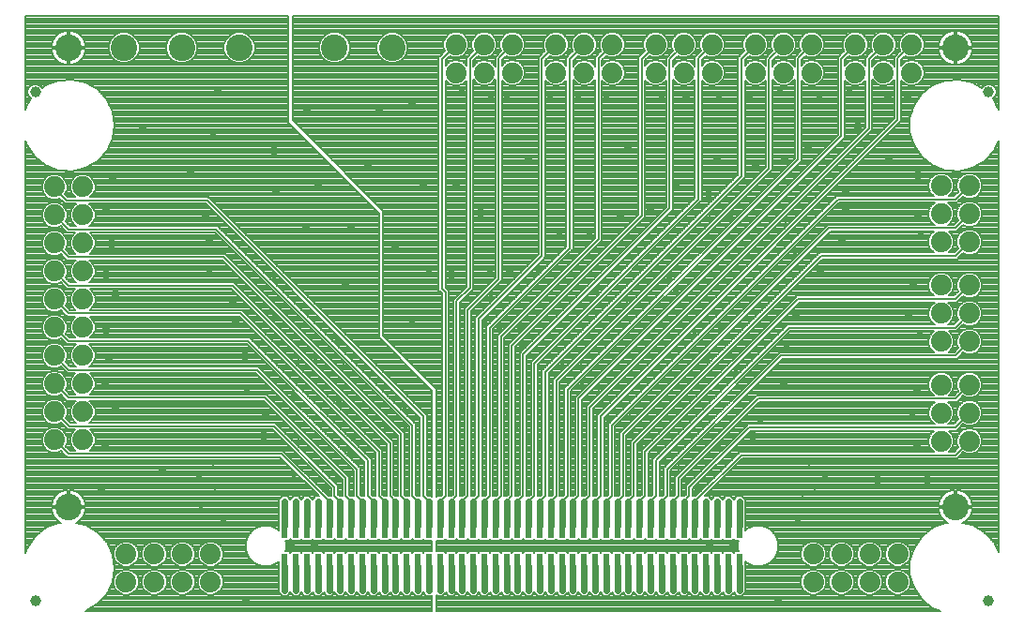
<source format=gtl>
G75*
G70*
%OFA0B0*%
%FSLAX24Y24*%
%IPPOS*%
%LPD*%
%AMOC8*
5,1,8,0,0,1.08239X$1,22.5*
%
%ADD10C,0.0394*%
%ADD11C,0.0945*%
%ADD12R,0.0236X0.0906*%
%ADD13C,0.0740*%
%ADD14C,0.0295*%
%ADD15C,0.0200*%
%ADD16C,0.0080*%
%ADD17C,0.0180*%
%ADD18C,0.0240*%
%ADD19C,0.0100*%
D10*
X000927Y000930D03*
X000927Y019040D03*
X034786Y019040D03*
X034786Y000930D03*
D11*
X033605Y004276D03*
X033605Y020615D03*
X013605Y020615D03*
X011557Y020615D03*
X008171Y020615D03*
X006124Y020615D03*
X004077Y020615D03*
X002109Y020615D03*
X002109Y004276D03*
D12*
X009786Y003627D03*
X010179Y003627D03*
X010573Y003627D03*
X010967Y003627D03*
X011360Y003627D03*
X011754Y003627D03*
X012148Y003627D03*
X012542Y003627D03*
X012935Y003627D03*
X013329Y003627D03*
X013723Y003627D03*
X014116Y003627D03*
X014510Y003627D03*
X014904Y003627D03*
X015297Y003627D03*
X015691Y003627D03*
X016085Y003627D03*
X016479Y003627D03*
X016872Y003627D03*
X017266Y003627D03*
X017660Y003627D03*
X018053Y003627D03*
X018447Y003627D03*
X018841Y003627D03*
X019234Y003627D03*
X019628Y003627D03*
X020022Y003627D03*
X020416Y003627D03*
X020809Y003627D03*
X021203Y003627D03*
X021597Y003627D03*
X021990Y003627D03*
X022384Y003627D03*
X022778Y003627D03*
X023171Y003627D03*
X023565Y003627D03*
X023959Y003627D03*
X024353Y003627D03*
X024746Y003627D03*
X025140Y003627D03*
X025534Y003627D03*
X025927Y003627D03*
X025927Y002170D03*
X025534Y002170D03*
X025140Y002170D03*
X024746Y002170D03*
X024353Y002170D03*
X023959Y002170D03*
X023565Y002170D03*
X023171Y002170D03*
X022778Y002170D03*
X022384Y002170D03*
X021990Y002170D03*
X021597Y002170D03*
X021203Y002170D03*
X020809Y002170D03*
X020416Y002170D03*
X020022Y002170D03*
X019628Y002170D03*
X019234Y002170D03*
X018841Y002170D03*
X018447Y002170D03*
X018053Y002170D03*
X017660Y002170D03*
X017266Y002170D03*
X016872Y002170D03*
X016479Y002170D03*
X016085Y002170D03*
X015691Y002170D03*
X015297Y002170D03*
X014904Y002170D03*
X014510Y002170D03*
X014116Y002170D03*
X013723Y002170D03*
X013329Y002170D03*
X012935Y002170D03*
X012542Y002170D03*
X012148Y002170D03*
X011754Y002170D03*
X011360Y002170D03*
X010967Y002170D03*
X010573Y002170D03*
X010179Y002170D03*
X009786Y002170D03*
D13*
X007152Y002611D03*
X006152Y002611D03*
X005152Y002611D03*
X004152Y002611D03*
X004152Y001611D03*
X005152Y001611D03*
X006152Y001611D03*
X007152Y001611D03*
X002609Y006666D03*
X001609Y006666D03*
X001609Y007666D03*
X002609Y007666D03*
X002609Y008666D03*
X001609Y008666D03*
X001609Y009666D03*
X002609Y009666D03*
X002609Y010666D03*
X001609Y010666D03*
X001609Y011666D03*
X002609Y011666D03*
X002609Y012666D03*
X001609Y012666D03*
X001609Y013666D03*
X002609Y013666D03*
X002609Y014666D03*
X001609Y014666D03*
X001609Y015666D03*
X002609Y015666D03*
X015872Y019721D03*
X016872Y019721D03*
X017872Y019721D03*
X017872Y020721D03*
X016872Y020721D03*
X015872Y020721D03*
X019416Y020721D03*
X020416Y020721D03*
X021416Y020721D03*
X021416Y019721D03*
X020416Y019721D03*
X019416Y019721D03*
X022959Y019721D03*
X023959Y019721D03*
X024959Y019721D03*
X024959Y020721D03*
X023959Y020721D03*
X022959Y020721D03*
X026502Y020721D03*
X027502Y020721D03*
X028502Y020721D03*
X028502Y019721D03*
X027502Y019721D03*
X026502Y019721D03*
X030046Y019721D03*
X031046Y019721D03*
X032046Y019721D03*
X032046Y020721D03*
X031046Y020721D03*
X030046Y020721D03*
X033105Y015709D03*
X034105Y015709D03*
X034105Y014709D03*
X033105Y014709D03*
X033105Y013709D03*
X034105Y013709D03*
X034105Y012166D03*
X033105Y012166D03*
X033105Y011166D03*
X034105Y011166D03*
X034105Y010166D03*
X033105Y010166D03*
X033105Y008623D03*
X034105Y008623D03*
X034105Y007623D03*
X033105Y007623D03*
X033105Y006623D03*
X034105Y006623D03*
X031561Y002611D03*
X030561Y002611D03*
X029561Y002611D03*
X028561Y002611D03*
X028561Y001611D03*
X029561Y001611D03*
X030561Y001611D03*
X031561Y001611D03*
D14*
X027305Y000930D03*
X025691Y002898D03*
X024864Y002898D03*
X025179Y006363D03*
X026400Y006796D03*
X026675Y007426D03*
X027502Y008607D03*
X027620Y010064D03*
X027935Y011048D03*
X028801Y012662D03*
X029589Y013725D03*
X029707Y014828D03*
X029707Y015536D03*
X031242Y016678D03*
X032266Y016087D03*
X032266Y014631D03*
X032384Y013922D03*
X032109Y012150D03*
X031951Y011087D03*
X032345Y010379D03*
X032227Y008410D03*
X032069Y007465D03*
X032227Y006402D03*
X032620Y005261D03*
X030849Y005261D03*
X018801Y012741D03*
X017778Y012662D03*
X017069Y012583D03*
X015691Y012544D03*
X014904Y012741D03*
X013723Y013528D03*
X012148Y014198D03*
X010534Y014237D03*
X009471Y015497D03*
X010967Y015772D03*
X012738Y016481D03*
X014707Y015694D03*
X015888Y015694D03*
X016754Y014749D03*
X018447Y016678D03*
X021715Y014631D03*
X022778Y014828D03*
X023723Y015654D03*
X024825Y015418D03*
X025140Y016678D03*
X026518Y016363D03*
X027542Y016599D03*
X028368Y017072D03*
X030140Y017820D03*
X031203Y018883D03*
X031912Y018804D03*
X029825Y019001D03*
X028762Y018961D03*
X027384Y019001D03*
X026282Y018922D03*
X025219Y018961D03*
X024038Y018843D03*
X023171Y018961D03*
X021203Y018961D03*
X020219Y018765D03*
X019195Y018961D03*
X017660Y018961D03*
X017109Y018765D03*
X016085Y019001D03*
X014313Y018646D03*
X013132Y018450D03*
X010573Y018450D03*
X009392Y016954D03*
X007227Y017623D03*
X006439Y016166D03*
X006990Y014591D03*
X007109Y013804D03*
X007109Y012583D03*
X007935Y011520D03*
X008053Y010851D03*
X008368Y009631D03*
X008447Y008528D03*
X009116Y007544D03*
X009038Y006796D03*
X005455Y005536D03*
X003408Y006442D03*
X003762Y007780D03*
X003408Y008686D03*
X003526Y009513D03*
X003447Y010576D03*
X003762Y011835D03*
X003447Y012544D03*
X003644Y013646D03*
X003447Y014906D03*
X003683Y015969D03*
X004746Y017780D03*
X007423Y019119D03*
X011951Y012229D03*
X014313Y010772D03*
X019549Y014080D03*
X020612Y013922D03*
X021990Y017072D03*
X003290Y004946D03*
X008408Y000930D03*
X010022Y002898D03*
X010849Y002898D03*
D15*
X010967Y001324D03*
X011360Y001324D03*
X011754Y001324D03*
X012148Y001324D03*
X012542Y001324D03*
X012935Y001324D03*
X013329Y001324D03*
X013723Y001324D03*
X014116Y001324D03*
X014510Y001324D03*
X014904Y001324D03*
X015297Y001324D03*
X015691Y001324D03*
X016085Y001324D03*
X016479Y001324D03*
X016872Y001324D03*
X017266Y001324D03*
X017660Y001324D03*
X018053Y001324D03*
X018447Y001324D03*
X018841Y001324D03*
X019234Y001324D03*
X019628Y001324D03*
X020022Y001324D03*
X020416Y001324D03*
X020809Y001324D03*
X021203Y001324D03*
X021597Y001324D03*
X021990Y001324D03*
X022384Y001324D03*
X022778Y001324D03*
X023171Y001324D03*
X023565Y001324D03*
X023959Y001324D03*
X024353Y001324D03*
X024746Y001324D03*
X025140Y001324D03*
X025534Y001324D03*
X025927Y001324D03*
X028014Y003765D03*
X029077Y004394D03*
X028605Y004828D03*
X028171Y004749D03*
X028959Y005339D03*
X028408Y005851D03*
X025927Y004473D03*
X025534Y004473D03*
X025140Y004473D03*
X024746Y004473D03*
X024353Y004473D03*
X023959Y004473D03*
X024431Y004906D03*
X024038Y005221D03*
X023762Y005694D03*
X023290Y005930D03*
X023053Y006324D03*
X022423Y006442D03*
X022109Y006875D03*
X022030Y007465D03*
X021282Y007387D03*
X021085Y007938D03*
X020927Y008528D03*
X020337Y008607D03*
X020297Y009276D03*
X019628Y009316D03*
X019471Y009867D03*
X018959Y010103D03*
X018211Y009985D03*
X018132Y010654D03*
X017423Y010615D03*
X016912Y010812D03*
X017109Y011757D03*
X016321Y011717D03*
X011872Y009276D03*
X010888Y009591D03*
X010258Y009434D03*
X011675Y010221D03*
X010179Y010969D03*
X009392Y011048D03*
X009392Y012465D03*
X010101Y008253D03*
X011085Y007898D03*
X011715Y008056D03*
X013408Y007072D03*
X013132Y006560D03*
X012227Y006757D03*
X012109Y006206D03*
X012109Y005457D03*
X011636Y005300D03*
X011282Y004906D03*
X011360Y004473D03*
X010967Y004473D03*
X010573Y004473D03*
X010179Y004473D03*
X009786Y004473D03*
X010101Y005300D03*
X011754Y004473D03*
X012148Y004473D03*
X012542Y004473D03*
X012935Y004473D03*
X013329Y004473D03*
X013723Y004473D03*
X014116Y004473D03*
X014510Y004473D03*
X014904Y004473D03*
X015297Y004473D03*
X015691Y004473D03*
X016085Y004473D03*
X016479Y004473D03*
X016872Y004473D03*
X017266Y004473D03*
X017660Y004473D03*
X018053Y004473D03*
X018447Y004473D03*
X018841Y004473D03*
X019234Y004473D03*
X019628Y004473D03*
X020022Y004473D03*
X020416Y004473D03*
X020809Y004473D03*
X021203Y004473D03*
X021597Y004473D03*
X021990Y004473D03*
X022384Y004473D03*
X022778Y004473D03*
X023171Y004473D03*
X023565Y004473D03*
X025809Y009080D03*
X025612Y009709D03*
X024786Y009513D03*
X024353Y010497D03*
X023880Y010772D03*
X023171Y010772D03*
X021951Y011639D03*
X020849Y011954D03*
X022384Y012780D03*
X023447Y012426D03*
X023683Y011993D03*
X025258Y010654D03*
X027896Y013331D03*
X027502Y013646D03*
X027581Y014473D03*
X026715Y014985D03*
X025612Y014631D03*
X024864Y014552D03*
X026557Y014119D03*
X014038Y007859D03*
X014077Y007032D03*
X010258Y006599D03*
X007227Y005851D03*
X006754Y005339D03*
X007305Y004828D03*
X006794Y004198D03*
X007620Y003804D03*
X009786Y001324D03*
X010179Y001324D03*
X010573Y001324D03*
D16*
X010451Y001163D02*
X010302Y001163D01*
X010262Y001124D02*
X010376Y001238D01*
X010490Y001124D01*
X010656Y001124D01*
X010770Y001238D01*
X010884Y001124D01*
X011050Y001124D01*
X011164Y001238D01*
X011278Y001124D01*
X011443Y001124D01*
X011557Y001238D01*
X011671Y001124D01*
X011837Y001124D01*
X011951Y001238D01*
X012065Y001124D01*
X012231Y001124D01*
X012345Y001238D01*
X012459Y001124D01*
X012624Y001124D01*
X012738Y001238D01*
X012852Y001124D01*
X013018Y001124D01*
X013132Y001238D01*
X013246Y001124D01*
X013412Y001124D01*
X013526Y001238D01*
X013640Y001124D01*
X013806Y001124D01*
X013920Y001238D01*
X014034Y001124D01*
X014199Y001124D01*
X014313Y001238D01*
X014427Y001124D01*
X014593Y001124D01*
X014707Y001238D01*
X014821Y001124D01*
X014987Y001124D01*
X015022Y001159D01*
X015022Y000583D01*
X002699Y000583D01*
X002708Y000584D01*
X003131Y000829D01*
X003464Y001187D01*
X003676Y001628D01*
X003749Y002111D01*
X003676Y002594D01*
X003464Y003035D01*
X003131Y003393D01*
X002708Y003638D01*
X002708Y003638D01*
X002360Y003717D01*
X002430Y003753D01*
X002508Y003809D01*
X002576Y003877D01*
X002632Y003955D01*
X002676Y004041D01*
X002706Y004133D01*
X002721Y004228D01*
X002721Y004236D01*
X002149Y004236D01*
X002149Y004316D01*
X002721Y004316D01*
X002721Y004325D01*
X002706Y004420D01*
X002676Y004511D01*
X002632Y004597D01*
X002576Y004675D01*
X002508Y004744D01*
X002430Y004800D01*
X002344Y004844D01*
X002252Y004874D01*
X002157Y004889D01*
X002149Y004889D01*
X002149Y004316D01*
X002069Y004316D01*
X002068Y004316D02*
X002068Y004236D01*
X001496Y004236D01*
X001496Y004228D01*
X001511Y004133D01*
X001541Y004041D01*
X001585Y003955D01*
X001641Y003877D01*
X001709Y003809D01*
X001787Y003753D01*
X001855Y003718D01*
X001744Y003710D01*
X001744Y003710D01*
X001289Y003531D01*
X001289Y003531D01*
X000906Y003227D01*
X000906Y003227D01*
X000906Y003227D01*
X000631Y002823D01*
X000631Y002823D01*
X000580Y002658D01*
X000580Y017313D01*
X000631Y017147D01*
X000906Y016744D01*
X000906Y016744D01*
X000906Y016744D01*
X001289Y016439D01*
X001744Y016260D01*
X002231Y016224D01*
X002708Y016332D01*
X003131Y016577D01*
X003464Y016935D01*
X003676Y017376D01*
X003749Y017859D01*
X003676Y018342D01*
X003676Y018342D01*
X003464Y018783D01*
X003131Y019141D01*
X002708Y019386D01*
X002708Y019386D01*
X002231Y019494D01*
X001744Y019458D01*
X001744Y019458D01*
X001289Y019279D01*
X001168Y019183D01*
X001162Y019197D01*
X001084Y019275D01*
X000982Y019317D01*
X000872Y019317D01*
X000771Y019275D01*
X000693Y019197D01*
X000651Y019095D01*
X000651Y018985D01*
X000693Y018883D01*
X000771Y018805D01*
X000787Y018799D01*
X000631Y018571D01*
X000580Y018406D01*
X000580Y021750D01*
X009904Y021750D01*
X009904Y017938D01*
X013132Y014709D01*
X013132Y010300D01*
X015022Y008410D01*
X015022Y004638D01*
X014987Y004673D01*
X014873Y004673D01*
X014827Y004720D01*
X014827Y007554D01*
X007150Y015232D01*
X007079Y015302D01*
X002881Y015302D01*
X002990Y015411D01*
X003059Y015577D01*
X003059Y015756D01*
X002990Y015921D01*
X002863Y016048D01*
X002698Y016116D01*
X002519Y016116D01*
X002354Y016048D01*
X002227Y015921D01*
X002159Y015756D01*
X002159Y015577D01*
X002227Y015411D01*
X002336Y015302D01*
X002079Y015302D01*
X001980Y015401D01*
X001990Y015411D01*
X002059Y015577D01*
X002059Y015756D01*
X001990Y015921D01*
X001863Y016048D01*
X001698Y016116D01*
X001519Y016116D01*
X001354Y016048D01*
X001227Y015921D01*
X001159Y015756D01*
X001159Y015577D01*
X001227Y015411D01*
X001354Y015285D01*
X001519Y015216D01*
X001698Y015216D01*
X001788Y015254D01*
X001910Y015132D01*
X001980Y015062D01*
X002388Y015062D01*
X002354Y015048D01*
X002227Y014921D01*
X002159Y014756D01*
X002159Y014577D01*
X002227Y014411D01*
X002354Y014285D01*
X002369Y014278D01*
X002159Y014278D01*
X002001Y014438D01*
X002059Y014577D01*
X002059Y014756D01*
X001990Y014921D01*
X001863Y015048D01*
X001698Y015116D01*
X001519Y015116D01*
X001354Y015048D01*
X001227Y014921D01*
X001159Y014756D01*
X001159Y014577D01*
X001227Y014411D01*
X001354Y014285D01*
X001519Y014216D01*
X001698Y014216D01*
X001830Y014271D01*
X001989Y014109D01*
X001989Y014109D01*
X002023Y014074D01*
X002058Y014039D01*
X002058Y014039D01*
X002059Y014038D01*
X002108Y014038D01*
X002157Y014038D01*
X002158Y014038D01*
X002344Y014038D01*
X002227Y013921D01*
X002159Y013756D01*
X002159Y013577D01*
X002227Y013411D01*
X002344Y013294D01*
X002150Y013294D01*
X002003Y013442D01*
X002059Y013577D01*
X002059Y013756D01*
X001990Y013921D01*
X001863Y014048D01*
X001698Y014116D01*
X001519Y014116D01*
X001354Y014048D01*
X001227Y013921D01*
X001159Y013756D01*
X001159Y013577D01*
X001227Y013411D01*
X001354Y013285D01*
X001519Y013216D01*
X001698Y013216D01*
X001833Y013272D01*
X001981Y013124D01*
X002051Y013054D01*
X002369Y013054D01*
X002354Y013048D01*
X002227Y012921D01*
X002159Y012756D01*
X002159Y012577D01*
X002227Y012411D01*
X002354Y012285D01*
X002388Y012270D01*
X002159Y012270D01*
X002000Y012435D01*
X002059Y012577D01*
X002059Y012756D01*
X001990Y012921D01*
X001863Y013048D01*
X001698Y013116D01*
X001519Y013116D01*
X001354Y013048D01*
X001227Y012921D01*
X001159Y012756D01*
X001159Y012577D01*
X001227Y012411D01*
X001354Y012285D01*
X001519Y012216D01*
X001698Y012216D01*
X001826Y012269D01*
X001989Y012102D01*
X001989Y012101D01*
X002023Y012066D01*
X002057Y012031D01*
X002058Y012031D01*
X002059Y012030D01*
X002108Y012030D01*
X002156Y012030D01*
X002157Y012030D01*
X002336Y012030D01*
X002227Y011921D01*
X002159Y011756D01*
X002159Y011577D01*
X002227Y011411D01*
X002352Y011286D01*
X002158Y011286D01*
X002003Y011442D01*
X002059Y011577D01*
X002059Y011756D01*
X001990Y011921D01*
X001863Y012048D01*
X001698Y012116D01*
X001519Y012116D01*
X001354Y012048D01*
X001227Y011921D01*
X001159Y011756D01*
X001159Y011577D01*
X001227Y011411D01*
X001354Y011285D01*
X001519Y011216D01*
X001698Y011216D01*
X001833Y011272D01*
X001989Y011116D01*
X002059Y011046D01*
X002352Y011046D01*
X002227Y010921D01*
X002159Y010756D01*
X002159Y010577D01*
X002227Y010411D01*
X002336Y010302D01*
X002142Y010302D01*
X002003Y010442D01*
X002059Y010577D01*
X002059Y010756D01*
X001990Y010921D01*
X001863Y011048D01*
X001698Y011116D01*
X001519Y011116D01*
X001354Y011048D01*
X001227Y010921D01*
X001159Y010756D01*
X001159Y010577D01*
X001227Y010411D01*
X001354Y010285D01*
X001519Y010216D01*
X001698Y010216D01*
X001833Y010272D01*
X001973Y010132D01*
X002043Y010062D01*
X002388Y010062D01*
X002354Y010048D01*
X002227Y009921D01*
X002159Y009756D01*
X002159Y009577D01*
X002227Y009411D01*
X002354Y009285D01*
X002369Y009278D01*
X002166Y009278D01*
X002003Y009442D01*
X002059Y009577D01*
X002059Y009756D01*
X001990Y009921D01*
X001863Y010048D01*
X001698Y010116D01*
X001519Y010116D01*
X001354Y010048D01*
X001227Y009921D01*
X001159Y009756D01*
X001159Y009577D01*
X001227Y009411D01*
X001354Y009285D01*
X001519Y009216D01*
X001698Y009216D01*
X001833Y009272D01*
X001996Y009109D01*
X002067Y009038D01*
X002344Y009038D01*
X002227Y008921D01*
X002159Y008756D01*
X002159Y008577D01*
X002227Y008411D01*
X002344Y008294D01*
X002150Y008294D01*
X002003Y008442D01*
X002059Y008577D01*
X002059Y008756D01*
X001990Y008921D01*
X001863Y009048D01*
X001698Y009116D01*
X001519Y009116D01*
X001354Y009048D01*
X001227Y008921D01*
X001159Y008756D01*
X001159Y008577D01*
X001227Y008411D01*
X001354Y008285D01*
X001519Y008216D01*
X001698Y008216D01*
X001833Y008272D01*
X001981Y008124D01*
X002051Y008054D01*
X002369Y008054D01*
X002354Y008048D01*
X002227Y007921D01*
X002159Y007756D01*
X002159Y007577D01*
X002227Y007411D01*
X002354Y007285D01*
X002388Y007270D01*
X002174Y007270D01*
X002003Y007442D01*
X002059Y007577D01*
X002059Y007756D01*
X001990Y007921D01*
X001863Y008048D01*
X001698Y008116D01*
X001519Y008116D01*
X001354Y008048D01*
X001227Y007921D01*
X001159Y007756D01*
X001159Y007577D01*
X001227Y007411D01*
X001354Y007285D01*
X001519Y007216D01*
X001698Y007216D01*
X001833Y007272D01*
X002004Y007101D01*
X002004Y007101D01*
X002075Y007030D01*
X002336Y007030D01*
X002227Y006921D01*
X002159Y006756D01*
X002159Y006577D01*
X002227Y006411D01*
X002352Y006286D01*
X002158Y006286D01*
X002003Y006442D01*
X002059Y006577D01*
X002059Y006756D01*
X001990Y006921D01*
X001863Y007048D01*
X001698Y007116D01*
X001519Y007116D01*
X001354Y007048D01*
X001227Y006921D01*
X001159Y006756D01*
X001159Y006577D01*
X001227Y006411D01*
X001354Y006285D01*
X001519Y006216D01*
X001698Y006216D01*
X001833Y006272D01*
X001989Y006116D01*
X002059Y006046D01*
X009618Y006046D01*
X010991Y004673D01*
X010884Y004673D01*
X010770Y004559D01*
X010656Y004673D01*
X010490Y004673D01*
X010376Y004559D01*
X010262Y004673D01*
X010097Y004673D01*
X009983Y004559D01*
X009869Y004673D01*
X009703Y004673D01*
X009586Y004556D01*
X009586Y003544D01*
X009588Y003542D01*
X009588Y003439D01*
X009522Y003505D01*
X009259Y003614D01*
X008974Y003614D01*
X008711Y003505D01*
X008510Y003304D01*
X008401Y003041D01*
X008401Y002756D01*
X008510Y002493D01*
X008711Y002292D01*
X008974Y002183D01*
X009259Y002183D01*
X009522Y002292D01*
X009588Y002358D01*
X009588Y002255D01*
X009586Y002253D01*
X009586Y001241D01*
X009703Y001124D01*
X009869Y001124D01*
X009983Y001238D01*
X010097Y001124D01*
X010262Y001124D01*
X010057Y001163D02*
X009908Y001163D01*
X009663Y001163D02*
X007246Y001163D01*
X007241Y001161D02*
X007407Y001230D01*
X007533Y001356D01*
X007602Y001522D01*
X007602Y001701D01*
X007533Y001866D01*
X007407Y001993D01*
X007241Y002061D01*
X007062Y002061D01*
X006897Y001993D01*
X006770Y001866D01*
X006702Y001701D01*
X006702Y001522D01*
X006770Y001356D01*
X006897Y001230D01*
X007062Y001161D01*
X007241Y001161D01*
X007057Y001163D02*
X006246Y001163D01*
X006241Y001161D02*
X006407Y001230D01*
X006533Y001356D01*
X006602Y001522D01*
X006602Y001701D01*
X006533Y001866D01*
X006407Y001993D01*
X006241Y002061D01*
X006062Y002061D01*
X005897Y001993D01*
X005770Y001866D01*
X005702Y001701D01*
X005702Y001522D01*
X005770Y001356D01*
X005897Y001230D01*
X006062Y001161D01*
X006241Y001161D01*
X006057Y001163D02*
X005246Y001163D01*
X005241Y001161D02*
X005407Y001230D01*
X005533Y001356D01*
X005602Y001522D01*
X005602Y001701D01*
X005533Y001866D01*
X005407Y001993D01*
X005241Y002061D01*
X005062Y002061D01*
X004897Y001993D01*
X004770Y001866D01*
X004702Y001701D01*
X004702Y001522D01*
X004770Y001356D01*
X004897Y001230D01*
X005062Y001161D01*
X005241Y001161D01*
X005057Y001163D02*
X004246Y001163D01*
X004241Y001161D02*
X004407Y001230D01*
X004533Y001356D01*
X004602Y001522D01*
X004602Y001701D01*
X004533Y001866D01*
X004407Y001993D01*
X004241Y002061D01*
X004062Y002061D01*
X003897Y001993D01*
X003770Y001866D01*
X003702Y001701D01*
X003702Y001522D01*
X003770Y001356D01*
X003897Y001230D01*
X004062Y001161D01*
X004241Y001161D01*
X004057Y001163D02*
X003441Y001163D01*
X003464Y001187D02*
X003464Y001187D01*
X003490Y001242D02*
X003885Y001242D01*
X003806Y001320D02*
X003528Y001320D01*
X003565Y001399D02*
X003753Y001399D01*
X003720Y001477D02*
X003603Y001477D01*
X003641Y001556D02*
X003702Y001556D01*
X003676Y001628D02*
X003676Y001628D01*
X003677Y001634D02*
X003702Y001634D01*
X003707Y001713D02*
X003688Y001713D01*
X003700Y001791D02*
X003739Y001791D01*
X003712Y001870D02*
X003774Y001870D01*
X003724Y001948D02*
X003852Y001948D01*
X003736Y002027D02*
X003979Y002027D01*
X004062Y002161D02*
X004241Y002161D01*
X004407Y002230D01*
X004533Y002356D01*
X004602Y002522D01*
X004602Y002701D01*
X004533Y002866D01*
X004407Y002993D01*
X004241Y003061D01*
X004062Y003061D01*
X003897Y002993D01*
X003770Y002866D01*
X003702Y002701D01*
X003702Y002522D01*
X003770Y002356D01*
X003897Y002230D01*
X004062Y002161D01*
X004008Y002184D02*
X003738Y002184D01*
X003726Y002262D02*
X003864Y002262D01*
X003786Y002341D02*
X003714Y002341D01*
X003702Y002419D02*
X003744Y002419D01*
X003712Y002498D02*
X003690Y002498D01*
X003678Y002576D02*
X003702Y002576D01*
X003676Y002594D02*
X003676Y002594D01*
X003702Y002655D02*
X003647Y002655D01*
X003609Y002733D02*
X003715Y002733D01*
X003748Y002812D02*
X003571Y002812D01*
X003533Y002890D02*
X003794Y002890D01*
X003873Y002969D02*
X003495Y002969D01*
X003464Y003035D02*
X003464Y003035D01*
X003452Y003047D02*
X004029Y003047D01*
X004275Y003047D02*
X005029Y003047D01*
X005062Y003061D02*
X004897Y002993D01*
X004770Y002866D01*
X004702Y002701D01*
X004702Y002522D01*
X004770Y002356D01*
X004897Y002230D01*
X005062Y002161D01*
X005241Y002161D01*
X005407Y002230D01*
X005533Y002356D01*
X005602Y002522D01*
X005602Y002701D01*
X005533Y002866D01*
X005407Y002993D01*
X005241Y003061D01*
X005062Y003061D01*
X004873Y002969D02*
X004431Y002969D01*
X004509Y002890D02*
X004794Y002890D01*
X004748Y002812D02*
X004556Y002812D01*
X004588Y002733D02*
X004715Y002733D01*
X004702Y002655D02*
X004602Y002655D01*
X004602Y002576D02*
X004702Y002576D01*
X004712Y002498D02*
X004592Y002498D01*
X004559Y002419D02*
X004744Y002419D01*
X004786Y002341D02*
X004518Y002341D01*
X004439Y002262D02*
X004864Y002262D01*
X005008Y002184D02*
X004296Y002184D01*
X004325Y002027D02*
X004979Y002027D01*
X004852Y001948D02*
X004451Y001948D01*
X004530Y001870D02*
X004774Y001870D01*
X004739Y001791D02*
X004564Y001791D01*
X004597Y001713D02*
X004707Y001713D01*
X004702Y001634D02*
X004602Y001634D01*
X004602Y001556D02*
X004702Y001556D01*
X004720Y001477D02*
X004583Y001477D01*
X004551Y001399D02*
X004753Y001399D01*
X004806Y001320D02*
X004497Y001320D01*
X004419Y001242D02*
X004885Y001242D01*
X005419Y001242D02*
X005885Y001242D01*
X005806Y001320D02*
X005497Y001320D01*
X005551Y001399D02*
X005753Y001399D01*
X005720Y001477D02*
X005583Y001477D01*
X005602Y001556D02*
X005702Y001556D01*
X005702Y001634D02*
X005602Y001634D01*
X005597Y001713D02*
X005707Y001713D01*
X005739Y001791D02*
X005564Y001791D01*
X005530Y001870D02*
X005774Y001870D01*
X005852Y001948D02*
X005451Y001948D01*
X005325Y002027D02*
X005979Y002027D01*
X006062Y002161D02*
X006241Y002161D01*
X006407Y002230D01*
X006533Y002356D01*
X006602Y002522D01*
X006602Y002701D01*
X006533Y002866D01*
X006407Y002993D01*
X006241Y003061D01*
X006062Y003061D01*
X005897Y002993D01*
X005770Y002866D01*
X005702Y002701D01*
X005702Y002522D01*
X005770Y002356D01*
X005897Y002230D01*
X006062Y002161D01*
X006008Y002184D02*
X005296Y002184D01*
X005439Y002262D02*
X005864Y002262D01*
X005786Y002341D02*
X005518Y002341D01*
X005559Y002419D02*
X005744Y002419D01*
X005712Y002498D02*
X005592Y002498D01*
X005602Y002576D02*
X005702Y002576D01*
X005702Y002655D02*
X005602Y002655D01*
X005588Y002733D02*
X005715Y002733D01*
X005748Y002812D02*
X005556Y002812D01*
X005509Y002890D02*
X005794Y002890D01*
X005873Y002969D02*
X005431Y002969D01*
X005275Y003047D02*
X006029Y003047D01*
X006275Y003047D02*
X007029Y003047D01*
X007062Y003061D02*
X006897Y002993D01*
X006770Y002866D01*
X006702Y002701D01*
X006702Y002522D01*
X006770Y002356D01*
X006897Y002230D01*
X007062Y002161D01*
X007241Y002161D01*
X007407Y002230D01*
X007533Y002356D01*
X007602Y002522D01*
X007602Y002701D01*
X007533Y002866D01*
X007407Y002993D01*
X007241Y003061D01*
X007062Y003061D01*
X006873Y002969D02*
X006431Y002969D01*
X006509Y002890D02*
X006794Y002890D01*
X006748Y002812D02*
X006556Y002812D01*
X006588Y002733D02*
X006715Y002733D01*
X006702Y002655D02*
X006602Y002655D01*
X006602Y002576D02*
X006702Y002576D01*
X006712Y002498D02*
X006592Y002498D01*
X006559Y002419D02*
X006744Y002419D01*
X006786Y002341D02*
X006518Y002341D01*
X006439Y002262D02*
X006864Y002262D01*
X007008Y002184D02*
X006296Y002184D01*
X006325Y002027D02*
X006979Y002027D01*
X006852Y001948D02*
X006451Y001948D01*
X006530Y001870D02*
X006774Y001870D01*
X006739Y001791D02*
X006564Y001791D01*
X006597Y001713D02*
X006707Y001713D01*
X006702Y001634D02*
X006602Y001634D01*
X006602Y001556D02*
X006702Y001556D01*
X006720Y001477D02*
X006583Y001477D01*
X006551Y001399D02*
X006753Y001399D01*
X006806Y001320D02*
X006497Y001320D01*
X006419Y001242D02*
X006885Y001242D01*
X007419Y001242D02*
X009586Y001242D01*
X009586Y001320D02*
X007497Y001320D01*
X007551Y001399D02*
X009586Y001399D01*
X009586Y001477D02*
X007583Y001477D01*
X007602Y001556D02*
X009586Y001556D01*
X009586Y001634D02*
X007602Y001634D01*
X007597Y001713D02*
X009586Y001713D01*
X009586Y001791D02*
X007564Y001791D01*
X007530Y001870D02*
X009586Y001870D01*
X009586Y001948D02*
X007451Y001948D01*
X007325Y002027D02*
X009586Y002027D01*
X009586Y002105D02*
X003748Y002105D01*
X003379Y003126D02*
X008436Y003126D01*
X008468Y003204D02*
X003307Y003204D01*
X003234Y003283D02*
X008501Y003283D01*
X008567Y003361D02*
X003161Y003361D01*
X003131Y003393D02*
X003131Y003393D01*
X003051Y003440D02*
X008645Y003440D01*
X008742Y003518D02*
X002915Y003518D01*
X002779Y003597D02*
X008932Y003597D01*
X009301Y003597D02*
X009586Y003597D01*
X009586Y003675D02*
X002544Y003675D01*
X002431Y003754D02*
X009586Y003754D01*
X009586Y003832D02*
X002530Y003832D01*
X002600Y003911D02*
X009586Y003911D01*
X009586Y003989D02*
X002650Y003989D01*
X002685Y004068D02*
X009586Y004068D01*
X009586Y004146D02*
X002708Y004146D01*
X002720Y004225D02*
X009586Y004225D01*
X009586Y004303D02*
X002149Y004303D01*
X002149Y004382D02*
X002069Y004382D01*
X002069Y004316D02*
X002069Y004889D01*
X002060Y004889D01*
X001965Y004874D01*
X001873Y004844D01*
X001787Y004800D01*
X001709Y004744D01*
X001641Y004675D01*
X001585Y004597D01*
X001541Y004511D01*
X001511Y004420D01*
X001496Y004325D01*
X001496Y004316D01*
X002068Y004316D01*
X002068Y004303D02*
X000580Y004303D01*
X000580Y004225D02*
X001497Y004225D01*
X001509Y004146D02*
X000580Y004146D01*
X000580Y004068D02*
X001532Y004068D01*
X001567Y003989D02*
X000580Y003989D01*
X000580Y003911D02*
X001617Y003911D01*
X001687Y003832D02*
X000580Y003832D01*
X000580Y003754D02*
X001786Y003754D01*
X001655Y003675D02*
X000580Y003675D01*
X000580Y003597D02*
X001455Y003597D01*
X001272Y003518D02*
X000580Y003518D01*
X000580Y003440D02*
X001173Y003440D01*
X001075Y003361D02*
X000580Y003361D01*
X000580Y003283D02*
X000977Y003283D01*
X000891Y003204D02*
X000580Y003204D01*
X000580Y003126D02*
X000837Y003126D01*
X000784Y003047D02*
X000580Y003047D01*
X000580Y002969D02*
X000730Y002969D01*
X000677Y002890D02*
X000580Y002890D01*
X000580Y002812D02*
X000628Y002812D01*
X000603Y002733D02*
X000580Y002733D01*
X000580Y004382D02*
X001505Y004382D01*
X001524Y004460D02*
X000580Y004460D01*
X000580Y004539D02*
X001555Y004539D01*
X001599Y004617D02*
X000580Y004617D01*
X000580Y004696D02*
X001661Y004696D01*
X001751Y004774D02*
X000580Y004774D01*
X000580Y004853D02*
X001900Y004853D01*
X002069Y004853D02*
X002149Y004853D01*
X002149Y004774D02*
X002069Y004774D01*
X002069Y004696D02*
X002149Y004696D01*
X002149Y004617D02*
X002069Y004617D01*
X002069Y004539D02*
X002149Y004539D01*
X002149Y004460D02*
X002069Y004460D01*
X002317Y004853D02*
X010811Y004853D01*
X010733Y004931D02*
X000580Y004931D01*
X000580Y005010D02*
X010654Y005010D01*
X010576Y005088D02*
X000580Y005088D01*
X000580Y005167D02*
X010497Y005167D01*
X010419Y005245D02*
X000580Y005245D01*
X000580Y005324D02*
X010340Y005324D01*
X010262Y005402D02*
X000580Y005402D01*
X000580Y005481D02*
X010183Y005481D01*
X010105Y005559D02*
X000580Y005559D01*
X000580Y005638D02*
X010026Y005638D01*
X009948Y005716D02*
X000580Y005716D01*
X000580Y005795D02*
X009869Y005795D01*
X009791Y005873D02*
X000580Y005873D01*
X000580Y005952D02*
X009712Y005952D01*
X009634Y006030D02*
X000580Y006030D01*
X000580Y006109D02*
X001996Y006109D01*
X001918Y006187D02*
X000580Y006187D01*
X000580Y006266D02*
X001400Y006266D01*
X001294Y006344D02*
X000580Y006344D01*
X000580Y006423D02*
X001222Y006423D01*
X001190Y006501D02*
X000580Y006501D01*
X000580Y006580D02*
X001159Y006580D01*
X001159Y006658D02*
X000580Y006658D01*
X000580Y006737D02*
X001159Y006737D01*
X001183Y006815D02*
X000580Y006815D01*
X000580Y006894D02*
X001216Y006894D01*
X001278Y006972D02*
X000580Y006972D01*
X000580Y007051D02*
X001361Y007051D01*
X001352Y007286D02*
X000580Y007286D01*
X000580Y007208D02*
X001897Y007208D01*
X001976Y007129D02*
X000580Y007129D01*
X000580Y007365D02*
X001274Y007365D01*
X001214Y007443D02*
X000580Y007443D01*
X000580Y007522D02*
X001181Y007522D01*
X001159Y007600D02*
X000580Y007600D01*
X000580Y007679D02*
X001159Y007679D01*
X001159Y007757D02*
X000580Y007757D01*
X000580Y007836D02*
X001192Y007836D01*
X001224Y007914D02*
X000580Y007914D01*
X000580Y007993D02*
X001299Y007993D01*
X001410Y008071D02*
X000580Y008071D01*
X000580Y008150D02*
X001955Y008150D01*
X001877Y008228D02*
X001727Y008228D01*
X001807Y008071D02*
X002034Y008071D01*
X002101Y008174D02*
X009077Y008174D01*
X011951Y005300D01*
X011951Y004670D01*
X012148Y004473D01*
X012118Y004673D02*
X012225Y004673D01*
X012225Y005565D01*
X008752Y009038D01*
X002873Y009038D01*
X002990Y008921D01*
X003059Y008756D01*
X003059Y008577D01*
X002990Y008411D01*
X002873Y008294D01*
X009127Y008294D01*
X009197Y008224D01*
X012071Y005350D01*
X012071Y004720D01*
X012118Y004673D01*
X012095Y004696D02*
X012225Y004696D01*
X012225Y004774D02*
X012071Y004774D01*
X012071Y004853D02*
X012225Y004853D01*
X012225Y004931D02*
X012071Y004931D01*
X012071Y005010D02*
X012225Y005010D01*
X012225Y005088D02*
X012071Y005088D01*
X012071Y005167D02*
X012225Y005167D01*
X012225Y005245D02*
X012071Y005245D01*
X012071Y005324D02*
X012225Y005324D01*
X012225Y005402D02*
X012019Y005402D01*
X011940Y005481D02*
X012225Y005481D01*
X012225Y005559D02*
X011862Y005559D01*
X011783Y005638D02*
X012152Y005638D01*
X012074Y005716D02*
X011705Y005716D01*
X011626Y005795D02*
X011995Y005795D01*
X011917Y005873D02*
X011548Y005873D01*
X011469Y005952D02*
X011838Y005952D01*
X011760Y006030D02*
X011391Y006030D01*
X011312Y006109D02*
X011681Y006109D01*
X011603Y006187D02*
X011234Y006187D01*
X011155Y006266D02*
X011524Y006266D01*
X011446Y006344D02*
X011077Y006344D01*
X010998Y006423D02*
X011367Y006423D01*
X011289Y006501D02*
X010920Y006501D01*
X010841Y006580D02*
X011210Y006580D01*
X011132Y006658D02*
X010763Y006658D01*
X010684Y006737D02*
X011053Y006737D01*
X010975Y006815D02*
X010606Y006815D01*
X010527Y006894D02*
X010896Y006894D01*
X010818Y006972D02*
X010449Y006972D01*
X010370Y007051D02*
X010739Y007051D01*
X010661Y007129D02*
X010292Y007129D01*
X010213Y007208D02*
X010582Y007208D01*
X010504Y007286D02*
X010135Y007286D01*
X010056Y007365D02*
X010425Y007365D01*
X010347Y007443D02*
X009978Y007443D01*
X009899Y007522D02*
X010268Y007522D01*
X010190Y007600D02*
X009821Y007600D01*
X009742Y007679D02*
X010111Y007679D01*
X010033Y007757D02*
X009664Y007757D01*
X009585Y007836D02*
X009954Y007836D01*
X009876Y007914D02*
X009507Y007914D01*
X009428Y007993D02*
X009797Y007993D01*
X009719Y008071D02*
X009350Y008071D01*
X009271Y008150D02*
X009640Y008150D01*
X009562Y008228D02*
X009193Y008228D01*
X009027Y008054D02*
X011831Y005250D01*
X011831Y004673D01*
X011724Y004673D01*
X011677Y004720D01*
X011677Y005035D01*
X009442Y007270D01*
X002829Y007270D01*
X002863Y007285D01*
X002990Y007411D01*
X003059Y007577D01*
X003059Y007756D01*
X002990Y007921D01*
X002863Y008048D01*
X002848Y008054D01*
X009027Y008054D01*
X009089Y007993D02*
X002918Y007993D01*
X002993Y007914D02*
X009167Y007914D01*
X009246Y007836D02*
X003025Y007836D01*
X003058Y007757D02*
X009324Y007757D01*
X009403Y007679D02*
X003059Y007679D01*
X003059Y007600D02*
X009481Y007600D01*
X009560Y007522D02*
X003036Y007522D01*
X003003Y007443D02*
X009638Y007443D01*
X009717Y007365D02*
X002943Y007365D01*
X002865Y007286D02*
X009795Y007286D01*
X009874Y007208D02*
X009505Y007208D01*
X009583Y007129D02*
X009952Y007129D01*
X010031Y007051D02*
X009662Y007051D01*
X009740Y006972D02*
X010109Y006972D01*
X010188Y006894D02*
X009819Y006894D01*
X009897Y006815D02*
X010266Y006815D01*
X010345Y006737D02*
X009976Y006737D01*
X010054Y006658D02*
X010423Y006658D01*
X010502Y006580D02*
X010133Y006580D01*
X010211Y006501D02*
X010580Y006501D01*
X010659Y006423D02*
X010290Y006423D01*
X010368Y006344D02*
X010737Y006344D01*
X010816Y006266D02*
X010447Y006266D01*
X010525Y006187D02*
X010894Y006187D01*
X010973Y006109D02*
X010604Y006109D01*
X010682Y006030D02*
X011051Y006030D01*
X011130Y005952D02*
X010761Y005952D01*
X010839Y005873D02*
X011208Y005873D01*
X011287Y005795D02*
X010918Y005795D01*
X010996Y005716D02*
X011365Y005716D01*
X011444Y005638D02*
X011075Y005638D01*
X011153Y005559D02*
X011522Y005559D01*
X011601Y005481D02*
X011232Y005481D01*
X011310Y005402D02*
X011679Y005402D01*
X011758Y005324D02*
X011389Y005324D01*
X011467Y005245D02*
X011831Y005245D01*
X011831Y005167D02*
X011546Y005167D01*
X011624Y005088D02*
X011831Y005088D01*
X011831Y005010D02*
X011677Y005010D01*
X011677Y004931D02*
X011831Y004931D01*
X011831Y004853D02*
X011677Y004853D01*
X011677Y004774D02*
X011831Y004774D01*
X011831Y004696D02*
X011702Y004696D01*
X011557Y004670D02*
X011557Y004985D01*
X009392Y007150D01*
X002124Y007150D01*
X001609Y007666D01*
X002025Y007836D02*
X002192Y007836D01*
X002224Y007914D02*
X001993Y007914D01*
X001918Y007993D02*
X002299Y007993D01*
X002101Y008174D02*
X001609Y008666D01*
X002017Y008856D02*
X002200Y008856D01*
X002168Y008778D02*
X002049Y008778D01*
X002059Y008699D02*
X002159Y008699D01*
X002159Y008621D02*
X002059Y008621D01*
X002044Y008542D02*
X002173Y008542D01*
X002205Y008464D02*
X002012Y008464D01*
X002059Y008385D02*
X002253Y008385D01*
X002332Y008307D02*
X002138Y008307D01*
X001490Y008228D02*
X000580Y008228D01*
X000580Y008307D02*
X001332Y008307D01*
X001253Y008385D02*
X000580Y008385D01*
X000580Y008464D02*
X001205Y008464D01*
X001173Y008542D02*
X000580Y008542D01*
X000580Y008621D02*
X001159Y008621D01*
X001159Y008699D02*
X000580Y008699D01*
X000580Y008778D02*
X001168Y008778D01*
X001200Y008856D02*
X000580Y008856D01*
X000580Y008935D02*
X001241Y008935D01*
X001319Y009013D02*
X000580Y009013D01*
X000580Y009092D02*
X001460Y009092D01*
X001441Y009249D02*
X000580Y009249D01*
X000580Y009327D02*
X001311Y009327D01*
X001233Y009406D02*
X000580Y009406D01*
X000580Y009484D02*
X001197Y009484D01*
X001164Y009563D02*
X000580Y009563D01*
X000580Y009641D02*
X001159Y009641D01*
X001159Y009720D02*
X000580Y009720D01*
X000580Y009798D02*
X001176Y009798D01*
X001209Y009877D02*
X000580Y009877D01*
X000580Y009955D02*
X001261Y009955D01*
X001340Y010034D02*
X000580Y010034D01*
X000580Y010112D02*
X001509Y010112D01*
X001391Y010269D02*
X000580Y010269D01*
X000580Y010191D02*
X001914Y010191D01*
X001836Y010269D02*
X001826Y010269D01*
X001708Y010112D02*
X001993Y010112D01*
X002093Y010182D02*
X008486Y010182D01*
X012738Y005930D01*
X012738Y004670D01*
X012935Y004473D01*
X012905Y004673D02*
X012858Y004720D01*
X012858Y005980D01*
X008606Y010232D01*
X008536Y010302D01*
X002881Y010302D01*
X002990Y010411D01*
X003059Y010577D01*
X003059Y010756D01*
X002990Y010921D01*
X002865Y011046D01*
X008161Y011046D01*
X013012Y006195D01*
X013012Y004673D01*
X012905Y004673D01*
X012883Y004696D02*
X013012Y004696D01*
X013012Y004774D02*
X012858Y004774D01*
X012858Y004853D02*
X013012Y004853D01*
X013012Y004931D02*
X012858Y004931D01*
X012858Y005010D02*
X013012Y005010D01*
X013012Y005088D02*
X012858Y005088D01*
X012858Y005167D02*
X013012Y005167D01*
X013012Y005245D02*
X012858Y005245D01*
X012858Y005324D02*
X013012Y005324D01*
X013012Y005402D02*
X012858Y005402D01*
X012858Y005481D02*
X013012Y005481D01*
X013012Y005559D02*
X012858Y005559D01*
X012858Y005638D02*
X013012Y005638D01*
X013012Y005716D02*
X012858Y005716D01*
X012858Y005795D02*
X013012Y005795D01*
X013012Y005873D02*
X012858Y005873D01*
X012858Y005952D02*
X013012Y005952D01*
X013012Y006030D02*
X012808Y006030D01*
X012730Y006109D02*
X013012Y006109D01*
X013012Y006187D02*
X012651Y006187D01*
X012573Y006266D02*
X012942Y006266D01*
X012863Y006344D02*
X012494Y006344D01*
X012416Y006423D02*
X012785Y006423D01*
X012706Y006501D02*
X012337Y006501D01*
X012259Y006580D02*
X012628Y006580D01*
X012549Y006658D02*
X012180Y006658D01*
X012102Y006737D02*
X012471Y006737D01*
X012392Y006815D02*
X012023Y006815D01*
X011945Y006894D02*
X012314Y006894D01*
X012235Y006972D02*
X011866Y006972D01*
X011788Y007051D02*
X012157Y007051D01*
X012078Y007129D02*
X011709Y007129D01*
X011631Y007208D02*
X012000Y007208D01*
X011921Y007286D02*
X011552Y007286D01*
X011474Y007365D02*
X011843Y007365D01*
X011764Y007443D02*
X011395Y007443D01*
X011317Y007522D02*
X011686Y007522D01*
X011607Y007600D02*
X011238Y007600D01*
X011160Y007679D02*
X011529Y007679D01*
X011450Y007757D02*
X011081Y007757D01*
X011003Y007836D02*
X011372Y007836D01*
X011293Y007914D02*
X010924Y007914D01*
X010846Y007993D02*
X011215Y007993D01*
X011136Y008071D02*
X010767Y008071D01*
X010689Y008150D02*
X011058Y008150D01*
X010979Y008228D02*
X010610Y008228D01*
X010532Y008307D02*
X010901Y008307D01*
X010822Y008385D02*
X010453Y008385D01*
X010375Y008464D02*
X010744Y008464D01*
X010665Y008542D02*
X010296Y008542D01*
X010218Y008621D02*
X010587Y008621D01*
X010508Y008699D02*
X010139Y008699D01*
X010061Y008778D02*
X010430Y008778D01*
X010351Y008856D02*
X009982Y008856D01*
X009904Y008935D02*
X010273Y008935D01*
X010194Y009013D02*
X009825Y009013D01*
X009747Y009092D02*
X010116Y009092D01*
X010037Y009170D02*
X009668Y009170D01*
X009590Y009249D02*
X009959Y009249D01*
X009880Y009327D02*
X009511Y009327D01*
X009433Y009406D02*
X009802Y009406D01*
X009723Y009484D02*
X009354Y009484D01*
X009276Y009563D02*
X009645Y009563D01*
X009566Y009641D02*
X009197Y009641D01*
X009119Y009720D02*
X009488Y009720D01*
X009409Y009798D02*
X009040Y009798D01*
X008961Y009877D02*
X009331Y009877D01*
X009252Y009955D02*
X008883Y009955D01*
X008804Y010034D02*
X009174Y010034D01*
X009095Y010112D02*
X008726Y010112D01*
X008647Y010191D02*
X009017Y010191D01*
X008938Y010269D02*
X008569Y010269D01*
X008437Y010062D02*
X012618Y005880D01*
X012618Y004673D01*
X012511Y004673D01*
X012465Y004720D01*
X012465Y005665D01*
X008921Y009208D01*
X008851Y009278D01*
X002848Y009278D01*
X002863Y009285D01*
X002990Y009411D01*
X003059Y009577D01*
X003059Y009756D01*
X002990Y009921D01*
X002863Y010048D01*
X002829Y010062D01*
X008437Y010062D01*
X008465Y010034D02*
X002877Y010034D01*
X002956Y009955D02*
X008544Y009955D01*
X008622Y009877D02*
X003008Y009877D01*
X003041Y009798D02*
X008701Y009798D01*
X008779Y009720D02*
X003059Y009720D01*
X003059Y009641D02*
X008858Y009641D01*
X008936Y009563D02*
X003053Y009563D01*
X003020Y009484D02*
X009015Y009484D01*
X009093Y009406D02*
X002984Y009406D01*
X002906Y009327D02*
X009172Y009327D01*
X009250Y009249D02*
X008881Y009249D01*
X008959Y009170D02*
X009329Y009170D01*
X009407Y009092D02*
X009038Y009092D01*
X009116Y009013D02*
X009486Y009013D01*
X009564Y008935D02*
X009195Y008935D01*
X009273Y008856D02*
X009643Y008856D01*
X009721Y008778D02*
X009352Y008778D01*
X009430Y008699D02*
X009800Y008699D01*
X009878Y008621D02*
X009509Y008621D01*
X009587Y008542D02*
X009957Y008542D01*
X010035Y008464D02*
X009666Y008464D01*
X009744Y008385D02*
X010114Y008385D01*
X010192Y008307D02*
X009823Y008307D01*
X009901Y008228D02*
X010271Y008228D01*
X010349Y008150D02*
X009980Y008150D01*
X010058Y008071D02*
X010428Y008071D01*
X010506Y007993D02*
X010137Y007993D01*
X010215Y007914D02*
X010585Y007914D01*
X010663Y007836D02*
X010294Y007836D01*
X010372Y007757D02*
X010742Y007757D01*
X010820Y007679D02*
X010451Y007679D01*
X010529Y007600D02*
X010899Y007600D01*
X010977Y007522D02*
X010608Y007522D01*
X010686Y007443D02*
X011056Y007443D01*
X011134Y007365D02*
X010765Y007365D01*
X010843Y007286D02*
X011213Y007286D01*
X011291Y007208D02*
X010922Y007208D01*
X011000Y007129D02*
X011370Y007129D01*
X011448Y007051D02*
X011079Y007051D01*
X011157Y006972D02*
X011527Y006972D01*
X011605Y006894D02*
X011236Y006894D01*
X011314Y006815D02*
X011684Y006815D01*
X011762Y006737D02*
X011393Y006737D01*
X011471Y006658D02*
X011841Y006658D01*
X011919Y006580D02*
X011550Y006580D01*
X011628Y006501D02*
X011998Y006501D01*
X012076Y006423D02*
X011707Y006423D01*
X011785Y006344D02*
X012155Y006344D01*
X012233Y006266D02*
X011864Y006266D01*
X011942Y006187D02*
X012312Y006187D01*
X012390Y006109D02*
X012021Y006109D01*
X012099Y006030D02*
X012469Y006030D01*
X012547Y005952D02*
X012178Y005952D01*
X012256Y005873D02*
X012618Y005873D01*
X012618Y005795D02*
X012335Y005795D01*
X012413Y005716D02*
X012618Y005716D01*
X012618Y005638D02*
X012465Y005638D01*
X012465Y005559D02*
X012618Y005559D01*
X012618Y005481D02*
X012465Y005481D01*
X012465Y005402D02*
X012618Y005402D01*
X012618Y005324D02*
X012465Y005324D01*
X012465Y005245D02*
X012618Y005245D01*
X012618Y005167D02*
X012465Y005167D01*
X012465Y005088D02*
X012618Y005088D01*
X012618Y005010D02*
X012465Y005010D01*
X012465Y004931D02*
X012618Y004931D01*
X012618Y004853D02*
X012465Y004853D01*
X012465Y004774D02*
X012618Y004774D01*
X012618Y004696D02*
X012489Y004696D01*
X012345Y004670D02*
X012345Y005615D01*
X008801Y009158D01*
X002116Y009158D01*
X001609Y009666D01*
X002020Y009484D02*
X002197Y009484D01*
X002164Y009563D02*
X002053Y009563D01*
X002059Y009641D02*
X002159Y009641D01*
X002159Y009720D02*
X002059Y009720D01*
X002041Y009798D02*
X002176Y009798D01*
X002209Y009877D02*
X002008Y009877D01*
X001956Y009955D02*
X002261Y009955D01*
X002340Y010034D02*
X001877Y010034D01*
X002093Y010182D02*
X001609Y010666D01*
X002059Y010662D02*
X002159Y010662D01*
X002159Y010740D02*
X002059Y010740D01*
X002032Y010819D02*
X002185Y010819D01*
X002217Y010897D02*
X002000Y010897D01*
X001935Y010976D02*
X002282Y010976D01*
X002051Y011054D02*
X001848Y011054D01*
X001972Y011133D02*
X000580Y011133D01*
X000580Y011211D02*
X001894Y011211D01*
X002109Y011166D02*
X008211Y011166D01*
X013132Y006245D01*
X013132Y004670D01*
X013329Y004473D01*
X013299Y004673D02*
X013252Y004720D01*
X013252Y006295D01*
X008331Y011216D01*
X008261Y011286D01*
X002865Y011286D01*
X002990Y011411D01*
X003059Y011577D01*
X003059Y011756D01*
X002990Y011921D01*
X002881Y012030D01*
X007886Y012030D01*
X013406Y006510D01*
X013406Y004673D01*
X013299Y004673D01*
X013276Y004696D02*
X013406Y004696D01*
X013406Y004774D02*
X013252Y004774D01*
X013252Y004853D02*
X013406Y004853D01*
X013406Y004931D02*
X013252Y004931D01*
X013252Y005010D02*
X013406Y005010D01*
X013406Y005088D02*
X013252Y005088D01*
X013252Y005167D02*
X013406Y005167D01*
X013406Y005245D02*
X013252Y005245D01*
X013252Y005324D02*
X013406Y005324D01*
X013406Y005402D02*
X013252Y005402D01*
X013252Y005481D02*
X013406Y005481D01*
X013406Y005559D02*
X013252Y005559D01*
X013252Y005638D02*
X013406Y005638D01*
X013406Y005716D02*
X013252Y005716D01*
X013252Y005795D02*
X013406Y005795D01*
X013406Y005873D02*
X013252Y005873D01*
X013252Y005952D02*
X013406Y005952D01*
X013406Y006030D02*
X013252Y006030D01*
X013252Y006109D02*
X013406Y006109D01*
X013406Y006187D02*
X013252Y006187D01*
X013252Y006266D02*
X013406Y006266D01*
X013406Y006344D02*
X013203Y006344D01*
X013124Y006423D02*
X013406Y006423D01*
X013406Y006501D02*
X013046Y006501D01*
X012967Y006580D02*
X013336Y006580D01*
X013258Y006658D02*
X012889Y006658D01*
X012810Y006737D02*
X013179Y006737D01*
X013101Y006815D02*
X012732Y006815D01*
X012653Y006894D02*
X013022Y006894D01*
X012944Y006972D02*
X012575Y006972D01*
X012496Y007051D02*
X012865Y007051D01*
X012787Y007129D02*
X012418Y007129D01*
X012339Y007208D02*
X012708Y007208D01*
X012630Y007286D02*
X012261Y007286D01*
X012182Y007365D02*
X012551Y007365D01*
X012473Y007443D02*
X012104Y007443D01*
X012025Y007522D02*
X012394Y007522D01*
X012316Y007600D02*
X011947Y007600D01*
X011868Y007679D02*
X012237Y007679D01*
X012159Y007757D02*
X011790Y007757D01*
X011711Y007836D02*
X012080Y007836D01*
X012002Y007914D02*
X011633Y007914D01*
X011554Y007993D02*
X011923Y007993D01*
X011845Y008071D02*
X011476Y008071D01*
X011397Y008150D02*
X011766Y008150D01*
X011688Y008228D02*
X011319Y008228D01*
X011240Y008307D02*
X011609Y008307D01*
X011531Y008385D02*
X011162Y008385D01*
X011083Y008464D02*
X011452Y008464D01*
X011374Y008542D02*
X011005Y008542D01*
X010926Y008621D02*
X011295Y008621D01*
X011217Y008699D02*
X010848Y008699D01*
X010769Y008778D02*
X011138Y008778D01*
X011060Y008856D02*
X010691Y008856D01*
X010612Y008935D02*
X010981Y008935D01*
X010903Y009013D02*
X010534Y009013D01*
X010455Y009092D02*
X010824Y009092D01*
X010746Y009170D02*
X010377Y009170D01*
X010298Y009249D02*
X010667Y009249D01*
X010589Y009327D02*
X010220Y009327D01*
X010141Y009406D02*
X010510Y009406D01*
X010432Y009484D02*
X010063Y009484D01*
X009984Y009563D02*
X010353Y009563D01*
X010275Y009641D02*
X009906Y009641D01*
X009827Y009720D02*
X010196Y009720D01*
X010118Y009798D02*
X009749Y009798D01*
X009670Y009877D02*
X010039Y009877D01*
X009961Y009955D02*
X009592Y009955D01*
X009513Y010034D02*
X009882Y010034D01*
X009804Y010112D02*
X009435Y010112D01*
X009356Y010191D02*
X009725Y010191D01*
X009647Y010269D02*
X009278Y010269D01*
X009199Y010348D02*
X009568Y010348D01*
X009490Y010426D02*
X009121Y010426D01*
X009042Y010505D02*
X009411Y010505D01*
X009333Y010583D02*
X008964Y010583D01*
X008885Y010662D02*
X009254Y010662D01*
X009176Y010740D02*
X008807Y010740D01*
X008728Y010819D02*
X009097Y010819D01*
X009019Y010897D02*
X008650Y010897D01*
X008571Y010976D02*
X008940Y010976D01*
X008862Y011054D02*
X008493Y011054D01*
X008414Y011133D02*
X008783Y011133D01*
X008705Y011211D02*
X008336Y011211D01*
X008232Y010976D02*
X002935Y010976D01*
X003000Y010897D02*
X008310Y010897D01*
X008389Y010819D02*
X003032Y010819D01*
X003059Y010740D02*
X008467Y010740D01*
X008546Y010662D02*
X003059Y010662D01*
X003059Y010583D02*
X008624Y010583D01*
X008703Y010505D02*
X003029Y010505D01*
X002996Y010426D02*
X008781Y010426D01*
X008860Y010348D02*
X002926Y010348D01*
X002291Y010348D02*
X002097Y010348D01*
X002018Y010426D02*
X002221Y010426D01*
X002188Y010505D02*
X002029Y010505D01*
X002059Y010583D02*
X002159Y010583D01*
X002109Y011166D02*
X001609Y011666D01*
X002024Y011839D02*
X002193Y011839D01*
X002161Y011761D02*
X002056Y011761D01*
X002059Y011682D02*
X002159Y011682D01*
X002159Y011604D02*
X002059Y011604D01*
X002037Y011525D02*
X002180Y011525D01*
X002212Y011447D02*
X002005Y011447D01*
X002076Y011368D02*
X002270Y011368D01*
X002349Y011290D02*
X002155Y011290D01*
X002868Y011290D02*
X008626Y011290D01*
X008548Y011368D02*
X002947Y011368D01*
X003005Y011447D02*
X008469Y011447D01*
X008391Y011525D02*
X003037Y011525D01*
X003059Y011604D02*
X008312Y011604D01*
X008234Y011682D02*
X003059Y011682D01*
X003056Y011761D02*
X008155Y011761D01*
X008077Y011839D02*
X003024Y011839D01*
X002991Y011918D02*
X007998Y011918D01*
X007920Y011996D02*
X002915Y011996D01*
X002829Y012270D02*
X002863Y012285D01*
X002990Y012411D01*
X003059Y012577D01*
X003059Y012756D01*
X002990Y012921D01*
X002863Y013048D01*
X002848Y013054D01*
X007571Y013054D01*
X013800Y006825D01*
X013800Y004673D01*
X013692Y004673D01*
X013646Y004720D01*
X013646Y006610D01*
X008055Y012200D01*
X007985Y012270D01*
X002829Y012270D01*
X002889Y012310D02*
X008315Y012310D01*
X008393Y012232D02*
X008024Y012232D01*
X008102Y012153D02*
X008472Y012153D01*
X008550Y012075D02*
X008181Y012075D01*
X008259Y011996D02*
X008629Y011996D01*
X008707Y011918D02*
X008338Y011918D01*
X008416Y011839D02*
X008786Y011839D01*
X008864Y011761D02*
X008495Y011761D01*
X008573Y011682D02*
X008943Y011682D01*
X009021Y011604D02*
X008652Y011604D01*
X008730Y011525D02*
X009100Y011525D01*
X009178Y011447D02*
X008809Y011447D01*
X008887Y011368D02*
X009257Y011368D01*
X009335Y011290D02*
X008966Y011290D01*
X009044Y011211D02*
X009414Y011211D01*
X009492Y011133D02*
X009123Y011133D01*
X009201Y011054D02*
X009571Y011054D01*
X009649Y010976D02*
X009280Y010976D01*
X009358Y010897D02*
X009728Y010897D01*
X009806Y010819D02*
X009437Y010819D01*
X009515Y010740D02*
X009885Y010740D01*
X009963Y010662D02*
X009594Y010662D01*
X009672Y010583D02*
X010042Y010583D01*
X010120Y010505D02*
X009751Y010505D01*
X009829Y010426D02*
X010199Y010426D01*
X010277Y010348D02*
X009908Y010348D01*
X009986Y010269D02*
X010356Y010269D01*
X010434Y010191D02*
X010065Y010191D01*
X010143Y010112D02*
X010513Y010112D01*
X010591Y010034D02*
X010222Y010034D01*
X010300Y009955D02*
X010670Y009955D01*
X010748Y009877D02*
X010379Y009877D01*
X010457Y009798D02*
X010827Y009798D01*
X010905Y009720D02*
X010536Y009720D01*
X010614Y009641D02*
X010984Y009641D01*
X011062Y009563D02*
X010693Y009563D01*
X010771Y009484D02*
X011141Y009484D01*
X011219Y009406D02*
X010850Y009406D01*
X010928Y009327D02*
X011298Y009327D01*
X011376Y009249D02*
X011007Y009249D01*
X011085Y009170D02*
X011455Y009170D01*
X011533Y009092D02*
X011164Y009092D01*
X011242Y009013D02*
X011612Y009013D01*
X011690Y008935D02*
X011321Y008935D01*
X011399Y008856D02*
X011769Y008856D01*
X011847Y008778D02*
X011478Y008778D01*
X011556Y008699D02*
X011926Y008699D01*
X012004Y008621D02*
X011635Y008621D01*
X011713Y008542D02*
X012083Y008542D01*
X012161Y008464D02*
X011792Y008464D01*
X011870Y008385D02*
X012240Y008385D01*
X012318Y008307D02*
X011949Y008307D01*
X012027Y008228D02*
X012397Y008228D01*
X012475Y008150D02*
X012106Y008150D01*
X012184Y008071D02*
X012554Y008071D01*
X012632Y007993D02*
X012263Y007993D01*
X012341Y007914D02*
X012711Y007914D01*
X012789Y007836D02*
X012420Y007836D01*
X012498Y007757D02*
X012868Y007757D01*
X012946Y007679D02*
X012577Y007679D01*
X012655Y007600D02*
X013025Y007600D01*
X013103Y007522D02*
X012734Y007522D01*
X012812Y007443D02*
X013182Y007443D01*
X013260Y007365D02*
X012891Y007365D01*
X012969Y007286D02*
X013339Y007286D01*
X013417Y007208D02*
X013048Y007208D01*
X013126Y007129D02*
X013496Y007129D01*
X013574Y007051D02*
X013205Y007051D01*
X013283Y006972D02*
X013653Y006972D01*
X013731Y006894D02*
X013362Y006894D01*
X013440Y006815D02*
X013800Y006815D01*
X013800Y006737D02*
X013519Y006737D01*
X013597Y006658D02*
X013800Y006658D01*
X013800Y006580D02*
X013646Y006580D01*
X013646Y006501D02*
X013800Y006501D01*
X013800Y006423D02*
X013646Y006423D01*
X013646Y006344D02*
X013800Y006344D01*
X013800Y006266D02*
X013646Y006266D01*
X013646Y006187D02*
X013800Y006187D01*
X013800Y006109D02*
X013646Y006109D01*
X013646Y006030D02*
X013800Y006030D01*
X013800Y005952D02*
X013646Y005952D01*
X013646Y005873D02*
X013800Y005873D01*
X013800Y005795D02*
X013646Y005795D01*
X013646Y005716D02*
X013800Y005716D01*
X013800Y005638D02*
X013646Y005638D01*
X013646Y005559D02*
X013800Y005559D01*
X013800Y005481D02*
X013646Y005481D01*
X013646Y005402D02*
X013800Y005402D01*
X013800Y005324D02*
X013646Y005324D01*
X013646Y005245D02*
X013800Y005245D01*
X013800Y005167D02*
X013646Y005167D01*
X013646Y005088D02*
X013800Y005088D01*
X013800Y005010D02*
X013646Y005010D01*
X013646Y004931D02*
X013800Y004931D01*
X013800Y004853D02*
X013646Y004853D01*
X013646Y004774D02*
X013800Y004774D01*
X013800Y004696D02*
X013670Y004696D01*
X013526Y004670D02*
X013526Y006560D01*
X007935Y012150D01*
X002109Y012150D01*
X001609Y012666D01*
X002015Y012860D02*
X002202Y012860D01*
X002169Y012781D02*
X002048Y012781D01*
X002059Y012703D02*
X002159Y012703D01*
X002159Y012624D02*
X002059Y012624D01*
X002046Y012546D02*
X002171Y012546D01*
X002204Y012467D02*
X002013Y012467D01*
X002045Y012389D02*
X002250Y012389D01*
X002328Y012310D02*
X002121Y012310D01*
X001939Y012153D02*
X000580Y012153D01*
X000580Y012075D02*
X001419Y012075D01*
X001302Y011996D02*
X000580Y011996D01*
X000580Y011918D02*
X001226Y011918D01*
X001193Y011839D02*
X000580Y011839D01*
X000580Y011761D02*
X001161Y011761D01*
X001159Y011682D02*
X000580Y011682D01*
X000580Y011604D02*
X001159Y011604D01*
X001180Y011525D02*
X000580Y011525D01*
X000580Y011447D02*
X001212Y011447D01*
X001270Y011368D02*
X000580Y011368D01*
X000580Y011290D02*
X001349Y011290D01*
X001369Y011054D02*
X000580Y011054D01*
X000580Y010976D02*
X001282Y010976D01*
X001217Y010897D02*
X000580Y010897D01*
X000580Y010819D02*
X001185Y010819D01*
X001159Y010740D02*
X000580Y010740D01*
X000580Y010662D02*
X001159Y010662D01*
X001159Y010583D02*
X000580Y010583D01*
X000580Y010505D02*
X001188Y010505D01*
X001221Y010426D02*
X000580Y010426D01*
X000580Y010348D02*
X001291Y010348D01*
X002039Y009406D02*
X002233Y009406D01*
X002311Y009327D02*
X002117Y009327D01*
X001935Y009170D02*
X000580Y009170D01*
X001757Y009092D02*
X002013Y009092D01*
X001898Y009013D02*
X002319Y009013D01*
X002241Y008935D02*
X001976Y008935D01*
X001856Y009249D02*
X001776Y009249D01*
X002898Y009013D02*
X008777Y009013D01*
X008855Y008935D02*
X002976Y008935D01*
X003017Y008856D02*
X008934Y008856D01*
X009012Y008778D02*
X003049Y008778D01*
X003059Y008699D02*
X009091Y008699D01*
X009169Y008621D02*
X003059Y008621D01*
X003044Y008542D02*
X009248Y008542D01*
X009326Y008464D02*
X003012Y008464D01*
X002964Y008385D02*
X009405Y008385D01*
X009483Y008307D02*
X002885Y008307D01*
X002159Y007757D02*
X002058Y007757D01*
X002059Y007679D02*
X002159Y007679D01*
X002159Y007600D02*
X002059Y007600D01*
X002036Y007522D02*
X002181Y007522D01*
X002214Y007443D02*
X002003Y007443D01*
X002080Y007365D02*
X002274Y007365D01*
X002352Y007286D02*
X002158Y007286D01*
X002054Y007051D02*
X001856Y007051D01*
X001939Y006972D02*
X002278Y006972D01*
X002216Y006894D02*
X002001Y006894D01*
X002034Y006815D02*
X002183Y006815D01*
X002159Y006737D02*
X002059Y006737D01*
X002059Y006658D02*
X002159Y006658D01*
X002159Y006580D02*
X002059Y006580D01*
X002027Y006501D02*
X002190Y006501D01*
X002222Y006423D02*
X002022Y006423D01*
X002100Y006344D02*
X002294Y006344D01*
X002109Y006166D02*
X009668Y006166D01*
X011360Y004473D01*
X011330Y004673D02*
X009788Y006216D01*
X009717Y006286D01*
X002865Y006286D01*
X002990Y006411D01*
X003059Y006577D01*
X003059Y006756D01*
X002990Y006921D01*
X002881Y007030D01*
X009342Y007030D01*
X011437Y004935D01*
X011437Y004673D01*
X011330Y004673D01*
X011308Y004696D02*
X011437Y004696D01*
X011437Y004774D02*
X011229Y004774D01*
X011151Y004853D02*
X011437Y004853D01*
X011437Y004931D02*
X011072Y004931D01*
X010994Y005010D02*
X011363Y005010D01*
X011285Y005088D02*
X010915Y005088D01*
X010837Y005167D02*
X011206Y005167D01*
X011128Y005245D02*
X010758Y005245D01*
X010680Y005324D02*
X011049Y005324D01*
X010971Y005402D02*
X010601Y005402D01*
X010523Y005481D02*
X010892Y005481D01*
X010814Y005559D02*
X010444Y005559D01*
X010366Y005638D02*
X010735Y005638D01*
X010657Y005716D02*
X010287Y005716D01*
X010209Y005795D02*
X010578Y005795D01*
X010500Y005873D02*
X010130Y005873D01*
X010052Y005952D02*
X010421Y005952D01*
X010343Y006030D02*
X009973Y006030D01*
X009895Y006109D02*
X010264Y006109D01*
X010186Y006187D02*
X009816Y006187D01*
X009788Y006216D02*
X009788Y006216D01*
X009738Y006266D02*
X010107Y006266D01*
X010029Y006344D02*
X002923Y006344D01*
X002995Y006423D02*
X009950Y006423D01*
X009872Y006501D02*
X003027Y006501D01*
X003059Y006580D02*
X009793Y006580D01*
X009715Y006658D02*
X003059Y006658D01*
X003059Y006737D02*
X009636Y006737D01*
X009558Y006815D02*
X003034Y006815D01*
X003001Y006894D02*
X009479Y006894D01*
X009401Y006972D02*
X002939Y006972D01*
X001839Y006266D02*
X001817Y006266D01*
X002109Y006166D02*
X001609Y006666D01*
X002466Y004774D02*
X010890Y004774D01*
X010968Y004696D02*
X002556Y004696D01*
X002618Y004617D02*
X009647Y004617D01*
X009586Y004539D02*
X002662Y004539D01*
X002693Y004460D02*
X009586Y004460D01*
X009586Y004382D02*
X002712Y004382D01*
X007275Y003047D02*
X008403Y003047D01*
X008401Y002969D02*
X007431Y002969D01*
X007509Y002890D02*
X008401Y002890D01*
X008401Y002812D02*
X007556Y002812D01*
X007588Y002733D02*
X008410Y002733D01*
X008443Y002655D02*
X007602Y002655D01*
X007602Y002576D02*
X008475Y002576D01*
X008508Y002498D02*
X007592Y002498D01*
X007559Y002419D02*
X008584Y002419D01*
X008662Y002341D02*
X007518Y002341D01*
X007439Y002262D02*
X008783Y002262D01*
X008972Y002184D02*
X007296Y002184D01*
X009260Y002184D02*
X009586Y002184D01*
X009588Y002262D02*
X009450Y002262D01*
X009570Y002341D02*
X009588Y002341D01*
X009937Y002703D02*
X009983Y002657D01*
X010028Y002703D01*
X010331Y002703D01*
X010376Y002657D01*
X010422Y002703D01*
X010724Y002703D01*
X010770Y002657D01*
X010816Y002703D01*
X011118Y002703D01*
X011164Y002657D01*
X011209Y002703D01*
X011512Y002703D01*
X011557Y002657D01*
X011603Y002703D01*
X011905Y002703D01*
X011951Y002657D01*
X011997Y002703D01*
X012299Y002703D01*
X012345Y002657D01*
X012390Y002703D01*
X012693Y002703D01*
X012738Y002657D01*
X012784Y002703D01*
X013087Y002703D01*
X013132Y002657D01*
X013178Y002703D01*
X013480Y002703D01*
X013526Y002657D01*
X013571Y002703D01*
X013874Y002703D01*
X013920Y002657D01*
X013965Y002703D01*
X014268Y002703D01*
X014313Y002657D01*
X014359Y002703D01*
X014661Y002703D01*
X014707Y002657D01*
X014753Y002703D01*
X015022Y002703D01*
X015022Y003094D01*
X014753Y003094D01*
X014707Y003140D01*
X014661Y003094D01*
X014359Y003094D01*
X014313Y003140D01*
X014268Y003094D01*
X013965Y003094D01*
X013920Y003140D01*
X013874Y003094D01*
X013571Y003094D01*
X013526Y003140D01*
X013480Y003094D01*
X013178Y003094D01*
X013132Y003140D01*
X013087Y003094D01*
X012784Y003094D01*
X012738Y003140D01*
X012693Y003094D01*
X012390Y003094D01*
X012345Y003140D01*
X012299Y003094D01*
X011997Y003094D01*
X011951Y003140D01*
X011905Y003094D01*
X011603Y003094D01*
X011557Y003140D01*
X011512Y003094D01*
X011209Y003094D01*
X011164Y003140D01*
X011118Y003094D01*
X010816Y003094D01*
X010770Y003140D01*
X010724Y003094D01*
X010422Y003094D01*
X010376Y003140D01*
X010331Y003094D01*
X010028Y003094D01*
X009983Y003140D01*
X009937Y003094D01*
X009810Y003094D01*
X009832Y003041D01*
X009832Y002756D01*
X009810Y002703D01*
X009937Y002703D01*
X009822Y002733D02*
X015022Y002733D01*
X015022Y002812D02*
X009832Y002812D01*
X009832Y002890D02*
X015022Y002890D01*
X015022Y002969D02*
X009832Y002969D01*
X009829Y003047D02*
X015022Y003047D01*
X015179Y003047D02*
X025884Y003047D01*
X025881Y003041D02*
X025881Y002756D01*
X025903Y002703D01*
X025776Y002703D01*
X025731Y002657D01*
X025685Y002703D01*
X025382Y002703D01*
X025337Y002657D01*
X025291Y002703D01*
X024989Y002703D01*
X024943Y002657D01*
X024898Y002703D01*
X024595Y002703D01*
X024549Y002657D01*
X024504Y002703D01*
X024201Y002703D01*
X024156Y002657D01*
X024110Y002703D01*
X023808Y002703D01*
X023762Y002657D01*
X023716Y002703D01*
X023414Y002703D01*
X023368Y002657D01*
X023323Y002703D01*
X023020Y002703D01*
X022975Y002657D01*
X022929Y002703D01*
X022627Y002703D01*
X022581Y002657D01*
X022535Y002703D01*
X022233Y002703D01*
X022187Y002657D01*
X022142Y002703D01*
X021839Y002703D01*
X021794Y002657D01*
X021748Y002703D01*
X021445Y002703D01*
X021400Y002657D01*
X021354Y002703D01*
X021052Y002703D01*
X021006Y002657D01*
X020961Y002703D01*
X020658Y002703D01*
X020612Y002657D01*
X020567Y002703D01*
X020264Y002703D01*
X020219Y002657D01*
X020173Y002703D01*
X019871Y002703D01*
X019825Y002657D01*
X019779Y002703D01*
X019477Y002703D01*
X019431Y002657D01*
X019386Y002703D01*
X019083Y002703D01*
X019038Y002657D01*
X018992Y002703D01*
X018690Y002703D01*
X018644Y002657D01*
X018598Y002703D01*
X018296Y002703D01*
X018250Y002657D01*
X018205Y002703D01*
X017902Y002703D01*
X017857Y002657D01*
X017811Y002703D01*
X017508Y002703D01*
X017463Y002657D01*
X017417Y002703D01*
X017115Y002703D01*
X017069Y002657D01*
X017024Y002703D01*
X016721Y002703D01*
X016675Y002657D01*
X016630Y002703D01*
X016327Y002703D01*
X016282Y002657D01*
X016236Y002703D01*
X015934Y002703D01*
X015888Y002657D01*
X015842Y002703D01*
X015540Y002703D01*
X015494Y002657D01*
X015449Y002703D01*
X015179Y002703D01*
X015179Y003094D01*
X015449Y003094D01*
X015494Y003140D01*
X015540Y003094D01*
X015842Y003094D01*
X015888Y003140D01*
X015934Y003094D01*
X016236Y003094D01*
X016282Y003140D01*
X016327Y003094D01*
X016630Y003094D01*
X016675Y003140D01*
X016721Y003094D01*
X017024Y003094D01*
X017069Y003140D01*
X017115Y003094D01*
X017417Y003094D01*
X017463Y003140D01*
X017508Y003094D01*
X017811Y003094D01*
X017857Y003140D01*
X017902Y003094D01*
X018205Y003094D01*
X018250Y003140D01*
X018296Y003094D01*
X018598Y003094D01*
X018644Y003140D01*
X018690Y003094D01*
X018992Y003094D01*
X019038Y003140D01*
X019083Y003094D01*
X019386Y003094D01*
X019431Y003140D01*
X019477Y003094D01*
X019779Y003094D01*
X019825Y003140D01*
X019871Y003094D01*
X020173Y003094D01*
X020219Y003140D01*
X020264Y003094D01*
X020567Y003094D01*
X020612Y003140D01*
X020658Y003094D01*
X020961Y003094D01*
X021006Y003140D01*
X021052Y003094D01*
X021354Y003094D01*
X021400Y003140D01*
X021445Y003094D01*
X021748Y003094D01*
X021794Y003140D01*
X021839Y003094D01*
X022142Y003094D01*
X022187Y003140D01*
X022233Y003094D01*
X022535Y003094D01*
X022581Y003140D01*
X022627Y003094D01*
X022929Y003094D01*
X022975Y003140D01*
X023020Y003094D01*
X023323Y003094D01*
X023368Y003140D01*
X023414Y003094D01*
X023716Y003094D01*
X023762Y003140D01*
X023808Y003094D01*
X024110Y003094D01*
X024156Y003140D01*
X024201Y003094D01*
X024504Y003094D01*
X024549Y003140D01*
X024595Y003094D01*
X024898Y003094D01*
X024943Y003140D01*
X024989Y003094D01*
X025291Y003094D01*
X025337Y003140D01*
X025382Y003094D01*
X025685Y003094D01*
X025731Y003140D01*
X025776Y003094D01*
X025903Y003094D01*
X025881Y003041D01*
X025881Y002969D02*
X015179Y002969D01*
X015179Y002890D02*
X025881Y002890D01*
X025881Y002812D02*
X015179Y002812D01*
X015179Y002733D02*
X025891Y002733D01*
X025745Y003126D02*
X025716Y003126D01*
X025351Y003126D02*
X025323Y003126D01*
X024957Y003126D02*
X024929Y003126D01*
X024564Y003126D02*
X024535Y003126D01*
X024170Y003126D02*
X024142Y003126D01*
X023776Y003126D02*
X023748Y003126D01*
X023382Y003126D02*
X023354Y003126D01*
X022989Y003126D02*
X022961Y003126D01*
X022595Y003126D02*
X022567Y003126D01*
X022201Y003126D02*
X022173Y003126D01*
X021808Y003126D02*
X021779Y003126D01*
X021414Y003126D02*
X021386Y003126D01*
X021020Y003126D02*
X020992Y003126D01*
X020627Y003126D02*
X020598Y003126D01*
X020233Y003126D02*
X020205Y003126D01*
X019839Y003126D02*
X019811Y003126D01*
X019445Y003126D02*
X019417Y003126D01*
X019052Y003126D02*
X019024Y003126D01*
X018658Y003126D02*
X018630Y003126D01*
X018264Y003126D02*
X018236Y003126D01*
X017871Y003126D02*
X017842Y003126D01*
X017477Y003126D02*
X017449Y003126D01*
X017083Y003126D02*
X017055Y003126D01*
X016690Y003126D02*
X016661Y003126D01*
X016296Y003126D02*
X016268Y003126D01*
X015902Y003126D02*
X015874Y003126D01*
X015508Y003126D02*
X015480Y003126D01*
X014721Y003126D02*
X014693Y003126D01*
X014327Y003126D02*
X014299Y003126D01*
X013934Y003126D02*
X013905Y003126D01*
X013540Y003126D02*
X013512Y003126D01*
X013146Y003126D02*
X013118Y003126D01*
X012753Y003126D02*
X012724Y003126D01*
X012359Y003126D02*
X012331Y003126D01*
X011965Y003126D02*
X011937Y003126D01*
X011571Y003126D02*
X011543Y003126D01*
X011178Y003126D02*
X011150Y003126D01*
X010784Y003126D02*
X010756Y003126D01*
X010390Y003126D02*
X010362Y003126D01*
X009997Y003126D02*
X009968Y003126D01*
X009588Y003440D02*
X009587Y003440D01*
X009588Y003518D02*
X009490Y003518D01*
X009925Y004617D02*
X010040Y004617D01*
X010318Y004617D02*
X010434Y004617D01*
X010712Y004617D02*
X010828Y004617D01*
X011557Y004670D02*
X011754Y004473D01*
X012345Y004670D02*
X012542Y004473D01*
X013526Y004670D02*
X013723Y004473D01*
X013920Y004670D02*
X013920Y006875D01*
X007620Y013174D01*
X002101Y013174D01*
X001609Y013666D01*
X002022Y013488D02*
X002195Y013488D01*
X002163Y013566D02*
X002054Y013566D01*
X002059Y013645D02*
X002159Y013645D01*
X002159Y013723D02*
X002059Y013723D01*
X002039Y013802D02*
X002178Y013802D01*
X002210Y013880D02*
X002007Y013880D01*
X001952Y013959D02*
X002265Y013959D01*
X002343Y014037D02*
X001874Y014037D01*
X001982Y014116D02*
X001699Y014116D01*
X001518Y014116D02*
X000580Y014116D01*
X000580Y014194D02*
X001905Y014194D01*
X002109Y014158D02*
X007345Y014158D01*
X014313Y007190D01*
X014313Y004670D01*
X014510Y004473D01*
X014480Y004673D02*
X014433Y004720D01*
X014433Y007239D01*
X007465Y014208D01*
X007394Y014278D01*
X002848Y014278D01*
X002863Y014285D01*
X002990Y014411D01*
X003059Y014577D01*
X003059Y014756D01*
X002990Y014921D01*
X002863Y015048D01*
X002829Y015062D01*
X006980Y015062D01*
X014587Y007455D01*
X014587Y004673D01*
X014480Y004673D01*
X014457Y004696D02*
X014587Y004696D01*
X014587Y004774D02*
X014433Y004774D01*
X014433Y004853D02*
X014587Y004853D01*
X014587Y004931D02*
X014433Y004931D01*
X014433Y005010D02*
X014587Y005010D01*
X014587Y005088D02*
X014433Y005088D01*
X014433Y005167D02*
X014587Y005167D01*
X014587Y005245D02*
X014433Y005245D01*
X014433Y005324D02*
X014587Y005324D01*
X014587Y005402D02*
X014433Y005402D01*
X014433Y005481D02*
X014587Y005481D01*
X014587Y005559D02*
X014433Y005559D01*
X014433Y005638D02*
X014587Y005638D01*
X014587Y005716D02*
X014433Y005716D01*
X014433Y005795D02*
X014587Y005795D01*
X014587Y005873D02*
X014433Y005873D01*
X014433Y005952D02*
X014587Y005952D01*
X014587Y006030D02*
X014433Y006030D01*
X014433Y006109D02*
X014587Y006109D01*
X014587Y006187D02*
X014433Y006187D01*
X014433Y006266D02*
X014587Y006266D01*
X014587Y006344D02*
X014433Y006344D01*
X014433Y006423D02*
X014587Y006423D01*
X014587Y006501D02*
X014433Y006501D01*
X014433Y006580D02*
X014587Y006580D01*
X014587Y006658D02*
X014433Y006658D01*
X014433Y006737D02*
X014587Y006737D01*
X014587Y006815D02*
X014433Y006815D01*
X014433Y006894D02*
X014587Y006894D01*
X014587Y006972D02*
X014433Y006972D01*
X014433Y007051D02*
X014587Y007051D01*
X014587Y007129D02*
X014433Y007129D01*
X014433Y007208D02*
X014587Y007208D01*
X014587Y007286D02*
X014387Y007286D01*
X014308Y007365D02*
X014587Y007365D01*
X014587Y007443D02*
X014230Y007443D01*
X014151Y007522D02*
X014520Y007522D01*
X014442Y007600D02*
X014073Y007600D01*
X013994Y007679D02*
X014363Y007679D01*
X014285Y007757D02*
X013916Y007757D01*
X013837Y007836D02*
X014206Y007836D01*
X014128Y007914D02*
X013759Y007914D01*
X013680Y007993D02*
X014049Y007993D01*
X013971Y008071D02*
X013602Y008071D01*
X013523Y008150D02*
X013892Y008150D01*
X013814Y008228D02*
X013445Y008228D01*
X013366Y008307D02*
X013735Y008307D01*
X013657Y008385D02*
X013288Y008385D01*
X013209Y008464D02*
X013578Y008464D01*
X013500Y008542D02*
X013131Y008542D01*
X013052Y008621D02*
X013421Y008621D01*
X013343Y008699D02*
X012974Y008699D01*
X012895Y008778D02*
X013264Y008778D01*
X013186Y008856D02*
X012817Y008856D01*
X012738Y008935D02*
X013107Y008935D01*
X013029Y009013D02*
X012660Y009013D01*
X012581Y009092D02*
X012950Y009092D01*
X012872Y009170D02*
X012503Y009170D01*
X012424Y009249D02*
X012793Y009249D01*
X012715Y009327D02*
X012346Y009327D01*
X012267Y009406D02*
X012636Y009406D01*
X012558Y009484D02*
X012189Y009484D01*
X012110Y009563D02*
X012479Y009563D01*
X012401Y009641D02*
X012032Y009641D01*
X011953Y009720D02*
X012322Y009720D01*
X012244Y009798D02*
X011875Y009798D01*
X011796Y009877D02*
X012165Y009877D01*
X012087Y009955D02*
X011718Y009955D01*
X011639Y010034D02*
X012008Y010034D01*
X011930Y010112D02*
X011561Y010112D01*
X011482Y010191D02*
X011851Y010191D01*
X011773Y010269D02*
X011404Y010269D01*
X011325Y010348D02*
X011694Y010348D01*
X011616Y010426D02*
X011247Y010426D01*
X011168Y010505D02*
X011537Y010505D01*
X011459Y010583D02*
X011090Y010583D01*
X011011Y010662D02*
X011380Y010662D01*
X011302Y010740D02*
X010933Y010740D01*
X010854Y010819D02*
X011223Y010819D01*
X011145Y010897D02*
X010776Y010897D01*
X010697Y010976D02*
X011066Y010976D01*
X010988Y011054D02*
X010619Y011054D01*
X010540Y011133D02*
X010909Y011133D01*
X010831Y011211D02*
X010462Y011211D01*
X010383Y011290D02*
X010752Y011290D01*
X010674Y011368D02*
X010305Y011368D01*
X010226Y011447D02*
X010595Y011447D01*
X010517Y011525D02*
X010148Y011525D01*
X010069Y011604D02*
X010438Y011604D01*
X010360Y011682D02*
X009991Y011682D01*
X009912Y011761D02*
X010281Y011761D01*
X010203Y011839D02*
X009834Y011839D01*
X009755Y011918D02*
X010124Y011918D01*
X010046Y011996D02*
X009677Y011996D01*
X009598Y012075D02*
X009967Y012075D01*
X009889Y012153D02*
X009520Y012153D01*
X009441Y012232D02*
X009810Y012232D01*
X009732Y012310D02*
X009363Y012310D01*
X009284Y012389D02*
X009653Y012389D01*
X009575Y012467D02*
X009206Y012467D01*
X009127Y012546D02*
X009496Y012546D01*
X009418Y012624D02*
X009049Y012624D01*
X008970Y012703D02*
X009339Y012703D01*
X009261Y012781D02*
X008892Y012781D01*
X008813Y012860D02*
X009182Y012860D01*
X009104Y012938D02*
X008735Y012938D01*
X008656Y013017D02*
X009025Y013017D01*
X008947Y013095D02*
X008578Y013095D01*
X008499Y013174D02*
X008868Y013174D01*
X008790Y013252D02*
X008421Y013252D01*
X008342Y013331D02*
X008711Y013331D01*
X008633Y013409D02*
X008264Y013409D01*
X008185Y013488D02*
X008554Y013488D01*
X008476Y013566D02*
X008107Y013566D01*
X008028Y013645D02*
X008397Y013645D01*
X008319Y013723D02*
X007950Y013723D01*
X007871Y013802D02*
X008240Y013802D01*
X008162Y013880D02*
X007793Y013880D01*
X007714Y013959D02*
X008083Y013959D01*
X008005Y014037D02*
X007636Y014037D01*
X007557Y014116D02*
X007926Y014116D01*
X007848Y014194D02*
X007479Y014194D01*
X007400Y014273D02*
X007769Y014273D01*
X007691Y014351D02*
X002930Y014351D01*
X002998Y014430D02*
X007612Y014430D01*
X007534Y014508D02*
X003030Y014508D01*
X003059Y014587D02*
X007455Y014587D01*
X007377Y014665D02*
X003059Y014665D01*
X003059Y014744D02*
X007298Y014744D01*
X007220Y014822D02*
X003031Y014822D01*
X002998Y014901D02*
X007141Y014901D01*
X007063Y014979D02*
X002932Y014979D01*
X002839Y015058D02*
X006984Y015058D01*
X007030Y015182D02*
X002030Y015182D01*
X001609Y015603D01*
X001345Y015293D02*
X000580Y015293D01*
X000580Y015215D02*
X001827Y015215D01*
X001906Y015136D02*
X000580Y015136D01*
X000580Y015058D02*
X001378Y015058D01*
X001285Y014979D02*
X000580Y014979D01*
X000580Y014901D02*
X001219Y014901D01*
X001186Y014822D02*
X000580Y014822D01*
X000580Y014744D02*
X001159Y014744D01*
X001159Y014665D02*
X000580Y014665D01*
X000580Y014587D02*
X001159Y014587D01*
X001187Y014508D02*
X000580Y014508D01*
X000580Y014430D02*
X001219Y014430D01*
X001287Y014351D02*
X000580Y014351D01*
X000580Y014273D02*
X001383Y014273D01*
X001343Y014037D02*
X000580Y014037D01*
X000580Y013959D02*
X001265Y013959D01*
X001210Y013880D02*
X000580Y013880D01*
X000580Y013802D02*
X001178Y013802D01*
X001159Y013723D02*
X000580Y013723D01*
X000580Y013645D02*
X001159Y013645D01*
X001163Y013566D02*
X000580Y013566D01*
X000580Y013488D02*
X001195Y013488D01*
X001229Y013409D02*
X000580Y013409D01*
X000580Y013331D02*
X001308Y013331D01*
X001432Y013252D02*
X000580Y013252D01*
X000580Y013174D02*
X001931Y013174D01*
X001853Y013252D02*
X001785Y013252D01*
X001749Y013095D02*
X002010Y013095D01*
X001894Y013017D02*
X002323Y013017D01*
X002244Y012938D02*
X001973Y012938D01*
X001468Y013095D02*
X000580Y013095D01*
X000580Y013017D02*
X001323Y013017D01*
X001244Y012938D02*
X000580Y012938D01*
X000580Y012860D02*
X001202Y012860D01*
X001169Y012781D02*
X000580Y012781D01*
X000580Y012703D02*
X001159Y012703D01*
X001159Y012624D02*
X000580Y012624D01*
X000580Y012546D02*
X001171Y012546D01*
X001204Y012467D02*
X000580Y012467D01*
X000580Y012389D02*
X001250Y012389D01*
X001328Y012310D02*
X000580Y012310D01*
X000580Y012232D02*
X001482Y012232D01*
X001735Y012232D02*
X001863Y012232D01*
X001798Y012075D02*
X002015Y012075D01*
X001915Y011996D02*
X002302Y011996D01*
X002226Y011918D02*
X001991Y011918D01*
X002967Y012389D02*
X008236Y012389D01*
X008158Y012467D02*
X003013Y012467D01*
X003046Y012546D02*
X008079Y012546D01*
X008001Y012624D02*
X003059Y012624D01*
X003059Y012703D02*
X007922Y012703D01*
X007844Y012781D02*
X003048Y012781D01*
X003015Y012860D02*
X007765Y012860D01*
X007687Y012938D02*
X002973Y012938D01*
X002894Y013017D02*
X007608Y013017D01*
X007790Y013174D02*
X008160Y013174D01*
X008081Y013252D02*
X007712Y013252D01*
X007740Y013224D02*
X007670Y013294D01*
X002873Y013294D01*
X002990Y013411D01*
X003059Y013577D01*
X003059Y013756D01*
X002990Y013921D01*
X002873Y014038D01*
X007295Y014038D01*
X014193Y007140D01*
X014193Y004673D01*
X014086Y004673D01*
X014040Y004720D01*
X014040Y006925D01*
X007740Y013224D01*
X007869Y013095D02*
X008238Y013095D01*
X008317Y013017D02*
X007947Y013017D01*
X008026Y012938D02*
X008395Y012938D01*
X008474Y012860D02*
X008104Y012860D01*
X008183Y012781D02*
X008552Y012781D01*
X008631Y012703D02*
X008261Y012703D01*
X008340Y012624D02*
X008709Y012624D01*
X008788Y012546D02*
X008418Y012546D01*
X008497Y012467D02*
X008866Y012467D01*
X008945Y012389D02*
X008575Y012389D01*
X008654Y012310D02*
X009023Y012310D01*
X009102Y012232D02*
X008732Y012232D01*
X008811Y012153D02*
X009180Y012153D01*
X009259Y012075D02*
X008889Y012075D01*
X008968Y011996D02*
X009337Y011996D01*
X009416Y011918D02*
X009046Y011918D01*
X009125Y011839D02*
X009494Y011839D01*
X009573Y011761D02*
X009203Y011761D01*
X009282Y011682D02*
X009651Y011682D01*
X009730Y011604D02*
X009360Y011604D01*
X009439Y011525D02*
X009808Y011525D01*
X009887Y011447D02*
X009517Y011447D01*
X009596Y011368D02*
X009965Y011368D01*
X010044Y011290D02*
X009674Y011290D01*
X009753Y011211D02*
X010122Y011211D01*
X010201Y011133D02*
X009831Y011133D01*
X009910Y011054D02*
X010279Y011054D01*
X010358Y010976D02*
X009988Y010976D01*
X010067Y010897D02*
X010436Y010897D01*
X010515Y010819D02*
X010145Y010819D01*
X010224Y010740D02*
X010593Y010740D01*
X010672Y010662D02*
X010302Y010662D01*
X010381Y010583D02*
X010750Y010583D01*
X010829Y010505D02*
X010459Y010505D01*
X010538Y010426D02*
X010907Y010426D01*
X010986Y010348D02*
X010616Y010348D01*
X010695Y010269D02*
X011064Y010269D01*
X011143Y010191D02*
X010773Y010191D01*
X010852Y010112D02*
X011221Y010112D01*
X011300Y010034D02*
X010930Y010034D01*
X011009Y009955D02*
X011378Y009955D01*
X011457Y009877D02*
X011087Y009877D01*
X011166Y009798D02*
X011535Y009798D01*
X011614Y009720D02*
X011244Y009720D01*
X011323Y009641D02*
X011692Y009641D01*
X011771Y009563D02*
X011401Y009563D01*
X011480Y009484D02*
X011849Y009484D01*
X011928Y009406D02*
X011558Y009406D01*
X011637Y009327D02*
X012006Y009327D01*
X012085Y009249D02*
X011715Y009249D01*
X011794Y009170D02*
X012163Y009170D01*
X012242Y009092D02*
X011872Y009092D01*
X011951Y009013D02*
X012320Y009013D01*
X012399Y008935D02*
X012029Y008935D01*
X012108Y008856D02*
X012477Y008856D01*
X012556Y008778D02*
X012186Y008778D01*
X012265Y008699D02*
X012634Y008699D01*
X012713Y008621D02*
X012343Y008621D01*
X012422Y008542D02*
X012791Y008542D01*
X012870Y008464D02*
X012500Y008464D01*
X012579Y008385D02*
X012948Y008385D01*
X013027Y008307D02*
X012657Y008307D01*
X012736Y008228D02*
X013105Y008228D01*
X013184Y008150D02*
X012814Y008150D01*
X012893Y008071D02*
X013262Y008071D01*
X013341Y007993D02*
X012971Y007993D01*
X013050Y007914D02*
X013419Y007914D01*
X013498Y007836D02*
X013128Y007836D01*
X013207Y007757D02*
X013576Y007757D01*
X013655Y007679D02*
X013285Y007679D01*
X013364Y007600D02*
X013733Y007600D01*
X013812Y007522D02*
X013442Y007522D01*
X013521Y007443D02*
X013890Y007443D01*
X013969Y007365D02*
X013599Y007365D01*
X013678Y007286D02*
X014047Y007286D01*
X014126Y007208D02*
X013756Y007208D01*
X013835Y007129D02*
X014193Y007129D01*
X014193Y007051D02*
X013913Y007051D01*
X013992Y006972D02*
X014193Y006972D01*
X014193Y006894D02*
X014040Y006894D01*
X014040Y006815D02*
X014193Y006815D01*
X014193Y006737D02*
X014040Y006737D01*
X014040Y006658D02*
X014193Y006658D01*
X014193Y006580D02*
X014040Y006580D01*
X014040Y006501D02*
X014193Y006501D01*
X014193Y006423D02*
X014040Y006423D01*
X014040Y006344D02*
X014193Y006344D01*
X014193Y006266D02*
X014040Y006266D01*
X014040Y006187D02*
X014193Y006187D01*
X014193Y006109D02*
X014040Y006109D01*
X014040Y006030D02*
X014193Y006030D01*
X014193Y005952D02*
X014040Y005952D01*
X014040Y005873D02*
X014193Y005873D01*
X014193Y005795D02*
X014040Y005795D01*
X014040Y005716D02*
X014193Y005716D01*
X014193Y005638D02*
X014040Y005638D01*
X014040Y005559D02*
X014193Y005559D01*
X014193Y005481D02*
X014040Y005481D01*
X014040Y005402D02*
X014193Y005402D01*
X014193Y005324D02*
X014040Y005324D01*
X014040Y005245D02*
X014193Y005245D01*
X014193Y005167D02*
X014040Y005167D01*
X014040Y005088D02*
X014193Y005088D01*
X014193Y005010D02*
X014040Y005010D01*
X014040Y004931D02*
X014193Y004931D01*
X014193Y004853D02*
X014040Y004853D01*
X014040Y004774D02*
X014193Y004774D01*
X014193Y004696D02*
X014064Y004696D01*
X013920Y004670D02*
X014116Y004473D01*
X014707Y004670D02*
X014707Y007505D01*
X007030Y015182D01*
X007088Y015293D02*
X012549Y015293D01*
X012627Y015215D02*
X007167Y015215D01*
X007245Y015136D02*
X012706Y015136D01*
X012784Y015058D02*
X007324Y015058D01*
X007402Y014979D02*
X012863Y014979D01*
X012941Y014901D02*
X007481Y014901D01*
X007559Y014822D02*
X013020Y014822D01*
X013098Y014744D02*
X007638Y014744D01*
X007716Y014665D02*
X013132Y014665D01*
X013132Y014587D02*
X007795Y014587D01*
X007873Y014508D02*
X013132Y014508D01*
X013132Y014430D02*
X007952Y014430D01*
X008030Y014351D02*
X013132Y014351D01*
X013132Y014273D02*
X008109Y014273D01*
X008187Y014194D02*
X013132Y014194D01*
X013132Y014116D02*
X008266Y014116D01*
X008344Y014037D02*
X013132Y014037D01*
X013132Y013959D02*
X008423Y013959D01*
X008501Y013880D02*
X013132Y013880D01*
X013132Y013802D02*
X008580Y013802D01*
X008658Y013723D02*
X013132Y013723D01*
X013132Y013645D02*
X008737Y013645D01*
X008815Y013566D02*
X013132Y013566D01*
X013132Y013488D02*
X008894Y013488D01*
X008972Y013409D02*
X013132Y013409D01*
X013132Y013331D02*
X009051Y013331D01*
X009129Y013252D02*
X013132Y013252D01*
X013132Y013174D02*
X009208Y013174D01*
X009286Y013095D02*
X013132Y013095D01*
X013132Y013017D02*
X009365Y013017D01*
X009443Y012938D02*
X013132Y012938D01*
X013132Y012860D02*
X009522Y012860D01*
X009600Y012781D02*
X013132Y012781D01*
X013132Y012703D02*
X009679Y012703D01*
X009757Y012624D02*
X013132Y012624D01*
X013132Y012546D02*
X009836Y012546D01*
X009914Y012467D02*
X013132Y012467D01*
X013132Y012389D02*
X009993Y012389D01*
X010071Y012310D02*
X013132Y012310D01*
X013132Y012232D02*
X010150Y012232D01*
X010228Y012153D02*
X013132Y012153D01*
X013132Y012075D02*
X010307Y012075D01*
X010385Y011996D02*
X013132Y011996D01*
X013132Y011918D02*
X010464Y011918D01*
X010542Y011839D02*
X013132Y011839D01*
X013132Y011761D02*
X010621Y011761D01*
X010699Y011682D02*
X013132Y011682D01*
X013132Y011604D02*
X010778Y011604D01*
X010856Y011525D02*
X013132Y011525D01*
X013132Y011447D02*
X010935Y011447D01*
X011013Y011368D02*
X013132Y011368D01*
X013132Y011290D02*
X011092Y011290D01*
X011170Y011211D02*
X013132Y011211D01*
X013132Y011133D02*
X011249Y011133D01*
X011327Y011054D02*
X013132Y011054D01*
X013132Y010976D02*
X011406Y010976D01*
X011484Y010897D02*
X013132Y010897D01*
X013132Y010819D02*
X011563Y010819D01*
X011641Y010740D02*
X013132Y010740D01*
X013132Y010662D02*
X011720Y010662D01*
X011798Y010583D02*
X013132Y010583D01*
X013132Y010505D02*
X011877Y010505D01*
X011955Y010426D02*
X013132Y010426D01*
X013132Y010348D02*
X012034Y010348D01*
X012112Y010269D02*
X013163Y010269D01*
X013242Y010191D02*
X012191Y010191D01*
X012269Y010112D02*
X013320Y010112D01*
X013399Y010034D02*
X012348Y010034D01*
X012426Y009955D02*
X013477Y009955D01*
X013556Y009877D02*
X012505Y009877D01*
X012583Y009798D02*
X013634Y009798D01*
X013713Y009720D02*
X012662Y009720D01*
X012740Y009641D02*
X013791Y009641D01*
X013870Y009563D02*
X012819Y009563D01*
X012897Y009484D02*
X013948Y009484D01*
X014027Y009406D02*
X012976Y009406D01*
X013054Y009327D02*
X014105Y009327D01*
X014184Y009249D02*
X013133Y009249D01*
X013211Y009170D02*
X014262Y009170D01*
X014341Y009092D02*
X013290Y009092D01*
X013368Y009013D02*
X014419Y009013D01*
X014498Y008935D02*
X013447Y008935D01*
X013525Y008856D02*
X014576Y008856D01*
X014655Y008778D02*
X013604Y008778D01*
X013682Y008699D02*
X014733Y008699D01*
X014812Y008621D02*
X013761Y008621D01*
X013839Y008542D02*
X014890Y008542D01*
X014969Y008464D02*
X013918Y008464D01*
X013996Y008385D02*
X015022Y008385D01*
X015022Y008307D02*
X014075Y008307D01*
X014153Y008228D02*
X015022Y008228D01*
X015022Y008150D02*
X014232Y008150D01*
X014310Y008071D02*
X015022Y008071D01*
X015022Y007993D02*
X014389Y007993D01*
X014467Y007914D02*
X015022Y007914D01*
X015022Y007836D02*
X014546Y007836D01*
X014624Y007757D02*
X015022Y007757D01*
X015022Y007679D02*
X014703Y007679D01*
X014781Y007600D02*
X015022Y007600D01*
X015022Y007522D02*
X014827Y007522D01*
X014827Y007443D02*
X015022Y007443D01*
X015022Y007365D02*
X014827Y007365D01*
X014827Y007286D02*
X015022Y007286D01*
X015022Y007208D02*
X014827Y007208D01*
X014827Y007129D02*
X015022Y007129D01*
X015022Y007051D02*
X014827Y007051D01*
X014827Y006972D02*
X015022Y006972D01*
X015022Y006894D02*
X014827Y006894D01*
X014827Y006815D02*
X015022Y006815D01*
X015022Y006737D02*
X014827Y006737D01*
X014827Y006658D02*
X015022Y006658D01*
X015022Y006580D02*
X014827Y006580D01*
X014827Y006501D02*
X015022Y006501D01*
X015022Y006423D02*
X014827Y006423D01*
X014827Y006344D02*
X015022Y006344D01*
X015022Y006266D02*
X014827Y006266D01*
X014827Y006187D02*
X015022Y006187D01*
X015022Y006109D02*
X014827Y006109D01*
X014827Y006030D02*
X015022Y006030D01*
X015022Y005952D02*
X014827Y005952D01*
X014827Y005873D02*
X015022Y005873D01*
X015022Y005795D02*
X014827Y005795D01*
X014827Y005716D02*
X015022Y005716D01*
X015022Y005638D02*
X014827Y005638D01*
X014827Y005559D02*
X015022Y005559D01*
X015022Y005481D02*
X014827Y005481D01*
X014827Y005402D02*
X015022Y005402D01*
X015022Y005324D02*
X014827Y005324D01*
X014827Y005245D02*
X015022Y005245D01*
X015022Y005167D02*
X014827Y005167D01*
X014827Y005088D02*
X015022Y005088D01*
X015022Y005010D02*
X014827Y005010D01*
X014827Y004931D02*
X015022Y004931D01*
X015022Y004853D02*
X014827Y004853D01*
X014827Y004774D02*
X015022Y004774D01*
X015022Y004696D02*
X014851Y004696D01*
X014707Y004670D02*
X014904Y004473D01*
X015179Y004638D02*
X015179Y008489D01*
X013290Y010379D01*
X013290Y014828D01*
X010061Y018056D01*
X010061Y021750D01*
X035133Y021750D01*
X035133Y018423D01*
X034960Y018783D01*
X034940Y018804D01*
X034942Y018805D01*
X035020Y018883D01*
X035063Y018985D01*
X035063Y019095D01*
X035020Y019197D01*
X034942Y019275D01*
X034841Y019317D01*
X034731Y019317D01*
X034629Y019275D01*
X034551Y019197D01*
X034547Y019187D01*
X034204Y019386D01*
X034204Y019386D01*
X033727Y019494D01*
X033240Y019458D01*
X033240Y019458D01*
X032785Y019279D01*
X032785Y019279D01*
X032402Y018975D01*
X032402Y018975D01*
X032402Y018975D01*
X032127Y018571D01*
X032127Y018571D01*
X031983Y018103D01*
X031983Y017615D01*
X032127Y017147D01*
X032402Y016744D01*
X032402Y016744D01*
X032402Y016744D01*
X032785Y016439D01*
X033240Y016260D01*
X033727Y016224D01*
X034204Y016332D01*
X034627Y016577D01*
X034960Y016935D01*
X034960Y016935D01*
X035133Y017295D01*
X035133Y002675D01*
X034960Y003035D01*
X034627Y003393D01*
X034204Y003638D01*
X034204Y003638D01*
X033856Y003717D01*
X033926Y003753D01*
X034004Y003809D01*
X034072Y003877D01*
X034128Y003955D01*
X034172Y004041D01*
X034202Y004133D01*
X034217Y004228D01*
X034217Y004236D01*
X033645Y004236D01*
X033645Y004316D01*
X034217Y004316D01*
X034217Y004325D01*
X034202Y004420D01*
X034172Y004511D01*
X034128Y004597D01*
X034072Y004675D01*
X034004Y004744D01*
X033926Y004800D01*
X033840Y004844D01*
X033748Y004874D01*
X033653Y004889D01*
X033645Y004889D01*
X033645Y004316D01*
X033565Y004316D01*
X033565Y004236D01*
X032992Y004236D01*
X032992Y004228D01*
X033007Y004133D01*
X033037Y004041D01*
X033081Y003955D01*
X033137Y003877D01*
X033206Y003809D01*
X033284Y003753D01*
X033351Y003718D01*
X033240Y003710D01*
X033240Y003710D01*
X032785Y003531D01*
X032402Y003227D01*
X032402Y003227D01*
X032127Y002823D01*
X032127Y002823D01*
X031983Y002355D01*
X031983Y001867D01*
X032127Y001399D01*
X032402Y000996D01*
X032402Y000996D01*
X032785Y000691D01*
X033060Y000583D01*
X015179Y000583D01*
X015179Y001159D01*
X015215Y001124D01*
X015380Y001124D01*
X015494Y001238D01*
X015608Y001124D01*
X015774Y001124D01*
X015888Y001238D01*
X016002Y001124D01*
X016168Y001124D01*
X016282Y001238D01*
X016396Y001124D01*
X016561Y001124D01*
X016675Y001238D01*
X016789Y001124D01*
X016955Y001124D01*
X017069Y001238D01*
X017183Y001124D01*
X017349Y001124D01*
X017463Y001238D01*
X017577Y001124D01*
X017743Y001124D01*
X017857Y001238D01*
X017971Y001124D01*
X018136Y001124D01*
X018250Y001238D01*
X018364Y001124D01*
X018530Y001124D01*
X018644Y001238D01*
X018758Y001124D01*
X018924Y001124D01*
X019038Y001238D01*
X019152Y001124D01*
X019317Y001124D01*
X019431Y001238D01*
X019545Y001124D01*
X019711Y001124D01*
X019825Y001238D01*
X019939Y001124D01*
X020105Y001124D01*
X020219Y001238D01*
X020333Y001124D01*
X020498Y001124D01*
X020612Y001238D01*
X020726Y001124D01*
X020892Y001124D01*
X021006Y001238D01*
X021120Y001124D01*
X021286Y001124D01*
X021400Y001238D01*
X021514Y001124D01*
X021680Y001124D01*
X021794Y001238D01*
X021908Y001124D01*
X022073Y001124D01*
X022187Y001238D01*
X022301Y001124D01*
X022467Y001124D01*
X022581Y001238D01*
X022695Y001124D01*
X022861Y001124D01*
X022975Y001238D01*
X023089Y001124D01*
X023254Y001124D01*
X023368Y001238D01*
X023482Y001124D01*
X023648Y001124D01*
X023762Y001238D01*
X023876Y001124D01*
X024042Y001124D01*
X024156Y001238D01*
X024270Y001124D01*
X024435Y001124D01*
X024549Y001238D01*
X024663Y001124D01*
X024829Y001124D01*
X024943Y001238D01*
X025057Y001124D01*
X025223Y001124D01*
X025337Y001238D01*
X025451Y001124D01*
X025617Y001124D01*
X025731Y001238D01*
X025845Y001124D01*
X026010Y001124D01*
X026127Y001241D01*
X026127Y002253D01*
X026126Y002255D01*
X026126Y002358D01*
X026191Y002292D01*
X026454Y002183D01*
X026739Y002183D01*
X027002Y002292D01*
X027203Y002493D01*
X027312Y002756D01*
X027312Y003041D01*
X027203Y003304D01*
X027002Y003505D01*
X026739Y003614D01*
X026454Y003614D01*
X026191Y003505D01*
X026126Y003439D01*
X026126Y003542D01*
X026127Y003544D01*
X026127Y004556D01*
X026010Y004673D01*
X025845Y004673D01*
X025731Y004559D01*
X025617Y004673D01*
X025451Y004673D01*
X025337Y004559D01*
X025223Y004673D01*
X025057Y004673D01*
X024943Y004559D01*
X024829Y004673D01*
X024722Y004673D01*
X026056Y006007D01*
X033658Y006007D01*
X033729Y006077D01*
X033880Y006229D01*
X034015Y006173D01*
X034194Y006173D01*
X034359Y006241D01*
X034486Y006368D01*
X034555Y006533D01*
X034555Y006712D01*
X034486Y006878D01*
X034359Y007004D01*
X034194Y007073D01*
X034015Y007073D01*
X033850Y007004D01*
X033723Y006878D01*
X033655Y006712D01*
X033655Y006533D01*
X033710Y006398D01*
X033559Y006247D01*
X033365Y006247D01*
X033486Y006368D01*
X033555Y006533D01*
X033555Y006712D01*
X033486Y006878D01*
X033373Y006991D01*
X033642Y006991D01*
X033713Y007061D01*
X033880Y007229D01*
X034015Y007173D01*
X034194Y007173D01*
X034359Y007241D01*
X034486Y007368D01*
X034555Y007533D01*
X034555Y007712D01*
X034486Y007878D01*
X034359Y008004D01*
X034194Y008073D01*
X034015Y008073D01*
X033850Y008004D01*
X033723Y007878D01*
X033655Y007712D01*
X033655Y007533D01*
X033710Y007398D01*
X033543Y007231D01*
X033335Y007231D01*
X033359Y007241D01*
X033486Y007368D01*
X033555Y007533D01*
X033555Y007712D01*
X033486Y007878D01*
X033359Y008004D01*
X033335Y008015D01*
X033666Y008015D01*
X033736Y008085D01*
X033880Y008229D01*
X034015Y008173D01*
X034194Y008173D01*
X034359Y008241D01*
X034486Y008368D01*
X034555Y008533D01*
X034555Y008712D01*
X034486Y008878D01*
X034359Y009004D01*
X034194Y009073D01*
X034015Y009073D01*
X033850Y009004D01*
X033723Y008878D01*
X033655Y008712D01*
X033655Y008533D01*
X033710Y008398D01*
X033567Y008255D01*
X033373Y008255D01*
X033486Y008368D01*
X033555Y008533D01*
X033555Y008712D01*
X033486Y008878D01*
X033359Y009004D01*
X033194Y009073D01*
X033015Y009073D01*
X032850Y009004D01*
X032723Y008878D01*
X032655Y008712D01*
X032655Y008533D01*
X032723Y008368D01*
X032836Y008255D01*
X026547Y008255D01*
X026477Y008184D01*
X023642Y005350D01*
X023642Y004720D01*
X023595Y004673D01*
X023488Y004673D01*
X023488Y005565D01*
X027473Y009550D01*
X033658Y009550D01*
X033729Y009620D01*
X033880Y009772D01*
X034015Y009716D01*
X034194Y009716D01*
X034359Y009785D01*
X034486Y009911D01*
X034555Y010077D01*
X034555Y010256D01*
X034486Y010421D01*
X034359Y010548D01*
X034194Y010616D01*
X034015Y010616D01*
X033850Y010548D01*
X033723Y010421D01*
X033655Y010256D01*
X033655Y010077D01*
X033710Y009942D01*
X033559Y009790D01*
X033365Y009790D01*
X033486Y009911D01*
X033555Y010077D01*
X033555Y010256D01*
X033486Y010421D01*
X033373Y010534D01*
X033642Y010534D01*
X033713Y010605D01*
X033880Y010772D01*
X034015Y010716D01*
X034194Y010716D01*
X034359Y010785D01*
X034486Y010911D01*
X034555Y011077D01*
X034555Y011256D01*
X034486Y011421D01*
X034359Y011548D01*
X034194Y011616D01*
X034015Y011616D01*
X033850Y011548D01*
X033723Y011421D01*
X033655Y011256D01*
X033655Y011077D01*
X033710Y010942D01*
X033543Y010774D01*
X033335Y010774D01*
X033359Y010785D01*
X033486Y010911D01*
X033555Y011077D01*
X033555Y011256D01*
X033486Y011421D01*
X033359Y011548D01*
X033335Y011558D01*
X033604Y011558D01*
X033653Y011557D01*
X033653Y011558D01*
X033654Y011558D01*
X033689Y011593D01*
X033875Y011774D01*
X034015Y011716D01*
X034194Y011716D01*
X034359Y011785D01*
X034486Y011911D01*
X034555Y012077D01*
X034555Y012256D01*
X034486Y012421D01*
X034359Y012548D01*
X034194Y012616D01*
X034015Y012616D01*
X033850Y012548D01*
X033723Y012421D01*
X033655Y012256D01*
X033655Y012077D01*
X033708Y011947D01*
X033556Y011798D01*
X033373Y011798D01*
X033486Y011911D01*
X033555Y012077D01*
X033555Y012256D01*
X033486Y012421D01*
X033359Y012548D01*
X033194Y012616D01*
X033015Y012616D01*
X032850Y012548D01*
X032723Y012421D01*
X032655Y012256D01*
X032655Y012077D01*
X032723Y011911D01*
X032836Y011798D01*
X027964Y011798D01*
X027894Y011728D01*
X022461Y006295D01*
X022461Y004720D01*
X022414Y004673D01*
X022307Y004673D01*
X022307Y006510D01*
X028890Y013093D01*
X033658Y013093D01*
X033729Y013164D01*
X033880Y013315D01*
X034015Y013259D01*
X034194Y013259D01*
X034359Y013328D01*
X034486Y013455D01*
X034555Y013620D01*
X034555Y013799D01*
X034486Y013964D01*
X034359Y014091D01*
X034194Y014159D01*
X034015Y014159D01*
X033850Y014091D01*
X033723Y013964D01*
X033655Y013799D01*
X033655Y013620D01*
X033710Y013485D01*
X033559Y013333D01*
X033365Y013333D01*
X033486Y013455D01*
X033555Y013620D01*
X033555Y013799D01*
X033486Y013964D01*
X033373Y014078D01*
X033642Y014078D01*
X033713Y014148D01*
X033880Y014315D01*
X034015Y014259D01*
X034194Y014259D01*
X034359Y014328D01*
X034486Y014455D01*
X034555Y014620D01*
X034555Y014799D01*
X034486Y014964D01*
X034359Y015091D01*
X034194Y015159D01*
X034015Y015159D01*
X033850Y015091D01*
X033723Y014964D01*
X033655Y014799D01*
X033655Y014620D01*
X033710Y014485D01*
X033543Y014318D01*
X033335Y014318D01*
X033359Y014328D01*
X033486Y014455D01*
X033555Y014620D01*
X033555Y014799D01*
X033486Y014964D01*
X033359Y015091D01*
X033335Y015101D01*
X033604Y015101D01*
X033653Y015101D01*
X033653Y015101D01*
X033654Y015101D01*
X033689Y015136D01*
X033959Y015136D01*
X034015Y015259D02*
X033875Y015318D01*
X033689Y015136D01*
X033769Y015215D02*
X035133Y015215D01*
X035133Y015293D02*
X034275Y015293D01*
X034194Y015259D02*
X034359Y015328D01*
X034486Y015455D01*
X034555Y015620D01*
X034555Y015799D01*
X034486Y015964D01*
X034359Y016091D01*
X034194Y016159D01*
X034015Y016159D01*
X033850Y016091D01*
X033723Y015964D01*
X033655Y015799D01*
X033655Y015620D01*
X033708Y015490D01*
X033556Y015341D01*
X033373Y015341D01*
X033486Y015455D01*
X033555Y015620D01*
X033555Y015799D01*
X033486Y015964D01*
X033359Y016091D01*
X033194Y016159D01*
X033015Y016159D01*
X032850Y016091D01*
X032723Y015964D01*
X032655Y015799D01*
X032655Y015620D01*
X032723Y015455D01*
X032836Y015341D01*
X029382Y015341D01*
X029311Y015271D01*
X021280Y007239D01*
X021280Y004720D01*
X021233Y004673D01*
X021126Y004673D01*
X021126Y007455D01*
X031607Y017936D01*
X031677Y018006D01*
X031677Y019453D01*
X031791Y019340D01*
X031956Y019271D01*
X032135Y019271D01*
X032300Y019340D01*
X032427Y019466D01*
X032496Y019632D01*
X032496Y019811D01*
X032427Y019976D01*
X032300Y020103D01*
X032135Y020171D01*
X031956Y020171D01*
X031791Y020103D01*
X031677Y019989D01*
X031677Y020183D01*
X031821Y020327D01*
X031956Y020271D01*
X032135Y020271D01*
X032300Y020340D01*
X032427Y020466D01*
X032496Y020632D01*
X032496Y020811D01*
X032427Y020976D01*
X032300Y021103D01*
X032135Y021171D01*
X031956Y021171D01*
X031791Y021103D01*
X031664Y020976D01*
X031596Y020811D01*
X031596Y020632D01*
X031651Y020497D01*
X031508Y020353D01*
X031437Y020283D01*
X031437Y019951D01*
X031427Y019976D01*
X031300Y020103D01*
X031135Y020171D01*
X030956Y020171D01*
X030791Y020103D01*
X030664Y019976D01*
X030654Y019951D01*
X030654Y020160D01*
X030929Y020160D01*
X030956Y020271D02*
X031135Y020271D01*
X031300Y020340D01*
X031427Y020466D01*
X031496Y020632D01*
X031496Y020811D01*
X031427Y020976D01*
X031300Y021103D01*
X031135Y021171D01*
X030956Y021171D01*
X030791Y021103D01*
X030664Y020976D01*
X030596Y020811D01*
X030596Y020632D01*
X030651Y020497D01*
X030484Y020329D01*
X030414Y020259D01*
X030414Y019989D01*
X030300Y020103D01*
X030135Y020171D01*
X029956Y020171D01*
X029791Y020103D01*
X029669Y019982D01*
X029669Y020175D01*
X029821Y020327D01*
X029956Y020271D01*
X030135Y020271D01*
X030300Y020340D01*
X030427Y020466D01*
X030496Y020632D01*
X030496Y020811D01*
X030427Y020976D01*
X030300Y021103D01*
X030135Y021171D01*
X029956Y021171D01*
X029791Y021103D01*
X029664Y020976D01*
X029596Y020811D01*
X029596Y020632D01*
X029651Y020497D01*
X029429Y020275D01*
X029429Y017515D01*
X020099Y008184D01*
X020099Y004720D01*
X020052Y004673D01*
X019945Y004673D01*
X019945Y008400D01*
X028064Y016519D01*
X028134Y016589D01*
X028134Y019453D01*
X028247Y019340D01*
X028413Y019271D01*
X028592Y019271D01*
X028757Y019340D01*
X028884Y019466D01*
X028952Y019632D01*
X028952Y019811D01*
X028884Y019976D01*
X028757Y020103D01*
X028592Y020171D01*
X028413Y020171D01*
X028247Y020103D01*
X028134Y019989D01*
X028134Y020183D01*
X028278Y020327D01*
X028413Y020271D01*
X028592Y020271D01*
X028757Y020340D01*
X028884Y020466D01*
X028952Y020632D01*
X028952Y020811D01*
X028884Y020976D01*
X028757Y021103D01*
X028592Y021171D01*
X028413Y021171D01*
X028247Y021103D01*
X028121Y020976D01*
X028052Y020811D01*
X028052Y020632D01*
X028108Y020497D01*
X027964Y020353D01*
X027894Y020283D01*
X027894Y019951D01*
X027884Y019976D01*
X027757Y020103D01*
X027592Y020171D01*
X027413Y020171D01*
X027247Y020103D01*
X027121Y019976D01*
X027110Y019951D01*
X027110Y020160D01*
X027278Y020327D01*
X027413Y020271D01*
X027592Y020271D01*
X027757Y020340D01*
X027884Y020466D01*
X027952Y020632D01*
X027952Y020811D01*
X027884Y020976D01*
X027757Y021103D01*
X027592Y021171D01*
X027413Y021171D01*
X027247Y021103D01*
X027121Y020976D01*
X027052Y020811D01*
X027052Y020632D01*
X027108Y020497D01*
X026941Y020329D01*
X026870Y020259D01*
X026870Y019989D01*
X026757Y020103D01*
X026592Y020171D01*
X026413Y020171D01*
X026247Y020103D01*
X026126Y019982D01*
X026126Y020175D01*
X026278Y020327D01*
X026413Y020271D01*
X026592Y020271D01*
X026757Y020340D01*
X026884Y020466D01*
X026952Y020632D01*
X026952Y020811D01*
X026884Y020976D01*
X026757Y021103D01*
X026592Y021171D01*
X026413Y021171D01*
X026247Y021103D01*
X026121Y020976D01*
X026052Y020811D01*
X026052Y020632D01*
X026108Y020497D01*
X025956Y020345D01*
X025886Y020275D01*
X025886Y016098D01*
X018918Y009129D01*
X018918Y004720D01*
X018871Y004673D01*
X018764Y004673D01*
X018764Y009345D01*
X024520Y015101D01*
X024591Y015172D01*
X024591Y019453D01*
X024704Y019340D01*
X024869Y019271D01*
X025048Y019271D01*
X025214Y019340D01*
X025340Y019466D01*
X025409Y019632D01*
X025409Y019811D01*
X025340Y019976D01*
X025214Y020103D01*
X025048Y020171D01*
X024869Y020171D01*
X024704Y020103D01*
X024591Y019989D01*
X024591Y020183D01*
X024734Y020327D01*
X024869Y020271D01*
X025048Y020271D01*
X025214Y020340D01*
X025340Y020466D01*
X025409Y020632D01*
X025409Y020811D01*
X025340Y020976D01*
X025214Y021103D01*
X025048Y021171D01*
X024869Y021171D01*
X024704Y021103D01*
X024577Y020976D01*
X024509Y020811D01*
X024509Y020632D01*
X024565Y020497D01*
X024421Y020353D01*
X024351Y020283D01*
X024351Y019951D01*
X024340Y019976D01*
X024214Y020103D01*
X024048Y020171D01*
X023869Y020171D01*
X023704Y020103D01*
X023577Y019976D01*
X023567Y019951D01*
X023567Y020160D01*
X023734Y020327D01*
X023869Y020271D01*
X024048Y020271D01*
X024214Y020340D01*
X024340Y020466D01*
X024409Y020632D01*
X024409Y020811D01*
X024340Y020976D01*
X024214Y021103D01*
X024048Y021171D01*
X023869Y021171D01*
X023704Y021103D01*
X023577Y020976D01*
X023509Y020811D01*
X023509Y020632D01*
X023565Y020497D01*
X023327Y020259D01*
X023327Y019989D01*
X023214Y020103D01*
X023048Y020171D01*
X022869Y020171D01*
X022704Y020103D01*
X022583Y019982D01*
X022583Y020175D01*
X022734Y020327D01*
X022869Y020271D01*
X023048Y020271D01*
X023214Y020340D01*
X023340Y020466D01*
X023409Y020632D01*
X023409Y020811D01*
X023340Y020976D01*
X023214Y021103D01*
X023048Y021171D01*
X022869Y021171D01*
X022704Y021103D01*
X022577Y020976D01*
X022509Y020811D01*
X022509Y020632D01*
X022565Y020497D01*
X022413Y020345D01*
X022343Y020275D01*
X022343Y014680D01*
X017737Y010074D01*
X017737Y004720D01*
X017690Y004673D01*
X017583Y004673D01*
X017583Y010290D01*
X020977Y013684D01*
X021047Y013754D01*
X021047Y019453D01*
X021161Y019340D01*
X021326Y019271D01*
X021505Y019271D01*
X021670Y019340D01*
X021797Y019466D01*
X021866Y019632D01*
X021866Y019811D01*
X021797Y019976D01*
X021670Y020103D01*
X021505Y020171D01*
X021326Y020171D01*
X021161Y020103D01*
X021047Y019989D01*
X021047Y020183D01*
X021191Y020327D01*
X021326Y020271D01*
X021505Y020271D01*
X021670Y020340D01*
X021797Y020466D01*
X021866Y020632D01*
X021866Y020811D01*
X021797Y020976D01*
X021670Y021103D01*
X021505Y021171D01*
X021326Y021171D01*
X021161Y021103D01*
X021034Y020976D01*
X020966Y020811D01*
X020966Y020632D01*
X021021Y020497D01*
X020878Y020353D01*
X020878Y020353D01*
X020807Y020283D01*
X020807Y019951D01*
X020797Y019976D01*
X020670Y020103D01*
X020505Y020171D01*
X020326Y020171D01*
X020161Y020103D01*
X020034Y019976D01*
X020024Y019951D01*
X020024Y020160D01*
X020299Y020160D01*
X020326Y020271D02*
X020505Y020271D01*
X020670Y020340D01*
X020797Y020466D01*
X020866Y020632D01*
X020866Y020811D01*
X020797Y020976D01*
X020670Y021103D01*
X020505Y021171D01*
X020326Y021171D01*
X020161Y021103D01*
X020034Y020976D01*
X019966Y020811D01*
X019966Y020632D01*
X020021Y020497D01*
X019854Y020329D01*
X019784Y020259D01*
X019784Y019989D01*
X019670Y020103D01*
X019505Y020171D01*
X019326Y020171D01*
X019161Y020103D01*
X019040Y019982D01*
X019040Y020175D01*
X019191Y020327D01*
X019326Y020271D01*
X019505Y020271D01*
X019670Y020340D01*
X019797Y020466D01*
X019866Y020632D01*
X019866Y020811D01*
X019797Y020976D01*
X019670Y021103D01*
X019505Y021171D01*
X019326Y021171D01*
X019161Y021103D01*
X019034Y020976D01*
X018966Y020811D01*
X018966Y020632D01*
X019021Y020497D01*
X018870Y020345D01*
X018800Y020275D01*
X018800Y013263D01*
X016555Y011019D01*
X016555Y004720D01*
X016509Y004673D01*
X016402Y004673D01*
X016402Y011235D01*
X017434Y012267D01*
X017504Y012337D01*
X017504Y019453D01*
X017617Y019340D01*
X017783Y019271D01*
X017962Y019271D01*
X018127Y019340D01*
X018254Y019466D01*
X018322Y019632D01*
X018322Y019811D01*
X018254Y019976D01*
X018127Y020103D01*
X017962Y020171D01*
X017783Y020171D01*
X017617Y020103D01*
X017504Y019989D01*
X017504Y020183D01*
X017648Y020327D01*
X017783Y020271D01*
X017962Y020271D01*
X018127Y020340D01*
X018254Y020466D01*
X018322Y020632D01*
X018322Y020811D01*
X018254Y020976D01*
X018127Y021103D01*
X017962Y021171D01*
X017783Y021171D01*
X017617Y021103D01*
X017491Y020976D01*
X017422Y020811D01*
X017422Y020632D01*
X017478Y020497D01*
X017334Y020353D01*
X017264Y020283D01*
X017264Y019951D01*
X017254Y019976D01*
X017127Y020103D01*
X016962Y020171D01*
X016783Y020171D01*
X016617Y020103D01*
X016491Y019976D01*
X016480Y019951D01*
X016480Y020160D01*
X016648Y020327D01*
X016783Y020271D01*
X016962Y020271D01*
X017127Y020340D01*
X017254Y020466D01*
X017322Y020632D01*
X017322Y020811D01*
X017254Y020976D01*
X017127Y021103D01*
X016962Y021171D01*
X016783Y021171D01*
X016617Y021103D01*
X016491Y020976D01*
X016422Y020811D01*
X016422Y020632D01*
X016478Y020497D01*
X016240Y020259D01*
X016240Y019989D01*
X016127Y020103D01*
X015962Y020171D01*
X015783Y020171D01*
X015617Y020103D01*
X015496Y019982D01*
X015496Y020175D01*
X015648Y020327D01*
X015783Y020271D01*
X015962Y020271D01*
X016127Y020340D01*
X016254Y020466D01*
X016322Y020632D01*
X016322Y020811D01*
X016254Y020976D01*
X016127Y021103D01*
X015962Y021171D01*
X015783Y021171D01*
X015617Y021103D01*
X015491Y020976D01*
X015422Y020811D01*
X015422Y020632D01*
X015478Y020497D01*
X015327Y020345D01*
X015256Y020275D01*
X015256Y011983D01*
X015327Y011912D01*
X015374Y011864D01*
X015374Y004720D01*
X015328Y004673D01*
X015215Y004673D01*
X015179Y004638D01*
X015179Y004696D02*
X015350Y004696D01*
X015374Y004774D02*
X015179Y004774D01*
X015179Y004853D02*
X015374Y004853D01*
X015374Y004931D02*
X015179Y004931D01*
X015179Y005010D02*
X015374Y005010D01*
X015374Y005088D02*
X015179Y005088D01*
X015179Y005167D02*
X015374Y005167D01*
X015374Y005245D02*
X015179Y005245D01*
X015179Y005324D02*
X015374Y005324D01*
X015374Y005402D02*
X015179Y005402D01*
X015179Y005481D02*
X015374Y005481D01*
X015374Y005559D02*
X015179Y005559D01*
X015179Y005638D02*
X015374Y005638D01*
X015374Y005716D02*
X015179Y005716D01*
X015179Y005795D02*
X015374Y005795D01*
X015374Y005873D02*
X015179Y005873D01*
X015179Y005952D02*
X015374Y005952D01*
X015374Y006030D02*
X015179Y006030D01*
X015179Y006109D02*
X015374Y006109D01*
X015374Y006187D02*
X015179Y006187D01*
X015179Y006266D02*
X015374Y006266D01*
X015374Y006344D02*
X015179Y006344D01*
X015179Y006423D02*
X015374Y006423D01*
X015374Y006501D02*
X015179Y006501D01*
X015179Y006580D02*
X015374Y006580D01*
X015374Y006658D02*
X015179Y006658D01*
X015179Y006737D02*
X015374Y006737D01*
X015374Y006815D02*
X015179Y006815D01*
X015179Y006894D02*
X015374Y006894D01*
X015374Y006972D02*
X015179Y006972D01*
X015179Y007051D02*
X015374Y007051D01*
X015374Y007129D02*
X015179Y007129D01*
X015179Y007208D02*
X015374Y007208D01*
X015374Y007286D02*
X015179Y007286D01*
X015179Y007365D02*
X015374Y007365D01*
X015374Y007443D02*
X015179Y007443D01*
X015179Y007522D02*
X015374Y007522D01*
X015374Y007600D02*
X015179Y007600D01*
X015179Y007679D02*
X015374Y007679D01*
X015374Y007757D02*
X015179Y007757D01*
X015179Y007836D02*
X015374Y007836D01*
X015374Y007914D02*
X015179Y007914D01*
X015179Y007993D02*
X015374Y007993D01*
X015374Y008071D02*
X015179Y008071D01*
X015179Y008150D02*
X015374Y008150D01*
X015374Y008228D02*
X015179Y008228D01*
X015179Y008307D02*
X015374Y008307D01*
X015374Y008385D02*
X015179Y008385D01*
X015179Y008464D02*
X015374Y008464D01*
X015374Y008542D02*
X015126Y008542D01*
X015048Y008621D02*
X015374Y008621D01*
X015374Y008699D02*
X014969Y008699D01*
X014891Y008778D02*
X015374Y008778D01*
X015374Y008856D02*
X014812Y008856D01*
X014734Y008935D02*
X015374Y008935D01*
X015374Y009013D02*
X014655Y009013D01*
X014577Y009092D02*
X015374Y009092D01*
X015374Y009170D02*
X014498Y009170D01*
X014420Y009249D02*
X015374Y009249D01*
X015374Y009327D02*
X014341Y009327D01*
X014263Y009406D02*
X015374Y009406D01*
X015374Y009484D02*
X014184Y009484D01*
X014106Y009563D02*
X015374Y009563D01*
X015374Y009641D02*
X014027Y009641D01*
X013949Y009720D02*
X015374Y009720D01*
X015374Y009798D02*
X013870Y009798D01*
X013792Y009877D02*
X015374Y009877D01*
X015374Y009955D02*
X013713Y009955D01*
X013635Y010034D02*
X015374Y010034D01*
X015374Y010112D02*
X013556Y010112D01*
X013478Y010191D02*
X015374Y010191D01*
X015374Y010269D02*
X013399Y010269D01*
X013321Y010348D02*
X015374Y010348D01*
X015374Y010426D02*
X013290Y010426D01*
X013290Y010505D02*
X015374Y010505D01*
X015374Y010583D02*
X013290Y010583D01*
X013290Y010662D02*
X015374Y010662D01*
X015374Y010740D02*
X013290Y010740D01*
X013290Y010819D02*
X015374Y010819D01*
X015374Y010897D02*
X013290Y010897D01*
X013290Y010976D02*
X015374Y010976D01*
X015374Y011054D02*
X013290Y011054D01*
X013290Y011133D02*
X015374Y011133D01*
X015374Y011211D02*
X013290Y011211D01*
X013290Y011290D02*
X015374Y011290D01*
X015374Y011368D02*
X013290Y011368D01*
X013290Y011447D02*
X015374Y011447D01*
X015374Y011525D02*
X013290Y011525D01*
X013290Y011604D02*
X015374Y011604D01*
X015374Y011682D02*
X013290Y011682D01*
X013290Y011761D02*
X015374Y011761D01*
X015374Y011839D02*
X013290Y011839D01*
X013290Y011918D02*
X015321Y011918D01*
X015256Y011996D02*
X013290Y011996D01*
X013290Y012075D02*
X015256Y012075D01*
X015256Y012153D02*
X013290Y012153D01*
X013290Y012232D02*
X015256Y012232D01*
X015256Y012310D02*
X013290Y012310D01*
X013290Y012389D02*
X015256Y012389D01*
X015256Y012467D02*
X013290Y012467D01*
X013290Y012546D02*
X015256Y012546D01*
X015256Y012624D02*
X013290Y012624D01*
X013290Y012703D02*
X015256Y012703D01*
X015256Y012781D02*
X013290Y012781D01*
X013290Y012860D02*
X015256Y012860D01*
X015256Y012938D02*
X013290Y012938D01*
X013290Y013017D02*
X015256Y013017D01*
X015256Y013095D02*
X013290Y013095D01*
X013290Y013174D02*
X015256Y013174D01*
X015256Y013252D02*
X013290Y013252D01*
X013290Y013331D02*
X015256Y013331D01*
X015256Y013409D02*
X013290Y013409D01*
X013290Y013488D02*
X015256Y013488D01*
X015256Y013566D02*
X013290Y013566D01*
X013290Y013645D02*
X015256Y013645D01*
X015256Y013723D02*
X013290Y013723D01*
X013290Y013802D02*
X015256Y013802D01*
X015256Y013880D02*
X013290Y013880D01*
X013290Y013959D02*
X015256Y013959D01*
X015256Y014037D02*
X013290Y014037D01*
X013290Y014116D02*
X015256Y014116D01*
X015256Y014194D02*
X013290Y014194D01*
X013290Y014273D02*
X015256Y014273D01*
X015256Y014351D02*
X013290Y014351D01*
X013290Y014430D02*
X015256Y014430D01*
X015256Y014508D02*
X013290Y014508D01*
X013290Y014587D02*
X015256Y014587D01*
X015256Y014665D02*
X013290Y014665D01*
X013290Y014744D02*
X015256Y014744D01*
X015256Y014822D02*
X013290Y014822D01*
X013217Y014901D02*
X015256Y014901D01*
X015256Y014979D02*
X013138Y014979D01*
X013060Y015058D02*
X015256Y015058D01*
X015256Y015136D02*
X012981Y015136D01*
X012903Y015215D02*
X015256Y015215D01*
X015256Y015293D02*
X012824Y015293D01*
X012746Y015372D02*
X015256Y015372D01*
X015256Y015450D02*
X012667Y015450D01*
X012589Y015529D02*
X015256Y015529D01*
X015256Y015607D02*
X012510Y015607D01*
X012432Y015686D02*
X015256Y015686D01*
X015256Y015764D02*
X012353Y015764D01*
X012275Y015843D02*
X015256Y015843D01*
X015256Y015921D02*
X012196Y015921D01*
X012118Y016000D02*
X015256Y016000D01*
X015256Y016078D02*
X012039Y016078D01*
X011961Y016157D02*
X015256Y016157D01*
X015256Y016235D02*
X011882Y016235D01*
X011804Y016314D02*
X015256Y016314D01*
X015256Y016392D02*
X011725Y016392D01*
X011647Y016471D02*
X015256Y016471D01*
X015256Y016549D02*
X011568Y016549D01*
X011490Y016628D02*
X015256Y016628D01*
X015256Y016706D02*
X011411Y016706D01*
X011333Y016785D02*
X015256Y016785D01*
X015256Y016863D02*
X011254Y016863D01*
X011176Y016942D02*
X015256Y016942D01*
X015256Y017020D02*
X011097Y017020D01*
X011019Y017099D02*
X015256Y017099D01*
X015256Y017177D02*
X010940Y017177D01*
X010862Y017256D02*
X015256Y017256D01*
X015256Y017334D02*
X010783Y017334D01*
X010705Y017413D02*
X015256Y017413D01*
X015256Y017491D02*
X010626Y017491D01*
X010548Y017570D02*
X015256Y017570D01*
X015256Y017648D02*
X010469Y017648D01*
X010391Y017727D02*
X015256Y017727D01*
X015256Y017805D02*
X010312Y017805D01*
X010234Y017884D02*
X015256Y017884D01*
X015256Y017962D02*
X010155Y017962D01*
X010077Y018041D02*
X015256Y018041D01*
X015256Y018119D02*
X010061Y018119D01*
X010061Y018198D02*
X015256Y018198D01*
X015256Y018276D02*
X010061Y018276D01*
X010061Y018355D02*
X015256Y018355D01*
X015256Y018433D02*
X010061Y018433D01*
X010061Y018512D02*
X015256Y018512D01*
X015256Y018590D02*
X010061Y018590D01*
X010061Y018669D02*
X015256Y018669D01*
X015256Y018747D02*
X010061Y018747D01*
X010061Y018826D02*
X015256Y018826D01*
X015256Y018904D02*
X010061Y018904D01*
X010061Y018983D02*
X015256Y018983D01*
X015256Y019061D02*
X010061Y019061D01*
X010061Y019140D02*
X015256Y019140D01*
X015256Y019218D02*
X010061Y019218D01*
X010061Y019297D02*
X015256Y019297D01*
X015256Y019375D02*
X010061Y019375D01*
X010061Y019454D02*
X015256Y019454D01*
X015256Y019532D02*
X010061Y019532D01*
X010061Y019611D02*
X015256Y019611D01*
X015256Y019689D02*
X010061Y019689D01*
X010061Y019768D02*
X015256Y019768D01*
X015256Y019846D02*
X010061Y019846D01*
X010061Y019925D02*
X015256Y019925D01*
X015256Y020003D02*
X010061Y020003D01*
X010061Y020082D02*
X011401Y020082D01*
X011447Y020062D02*
X011244Y020147D01*
X011089Y020302D01*
X011005Y020505D01*
X011005Y020725D01*
X011089Y020928D01*
X011244Y021083D01*
X011447Y021167D01*
X011667Y021167D01*
X011870Y021083D01*
X012026Y020928D01*
X012110Y020725D01*
X012110Y020505D01*
X012026Y020302D01*
X011870Y020147D01*
X011667Y020062D01*
X011447Y020062D01*
X011231Y020160D02*
X010061Y020160D01*
X010061Y020239D02*
X011152Y020239D01*
X011083Y020317D02*
X010061Y020317D01*
X010061Y020396D02*
X011050Y020396D01*
X011018Y020474D02*
X010061Y020474D01*
X010061Y020553D02*
X011005Y020553D01*
X011005Y020631D02*
X010061Y020631D01*
X010061Y020710D02*
X011005Y020710D01*
X011031Y020788D02*
X010061Y020788D01*
X010061Y020867D02*
X011064Y020867D01*
X011106Y020945D02*
X010061Y020945D01*
X010061Y021024D02*
X011185Y021024D01*
X011290Y021102D02*
X010061Y021102D01*
X010061Y021181D02*
X033366Y021181D01*
X033369Y021183D02*
X033284Y021139D01*
X033206Y021082D01*
X033137Y021014D01*
X033081Y020936D01*
X033037Y020850D01*
X033007Y020758D01*
X032992Y020663D01*
X032992Y020655D01*
X033565Y020655D01*
X033565Y021227D01*
X033556Y021227D01*
X033461Y021212D01*
X033369Y021183D01*
X033233Y021102D02*
X032301Y021102D01*
X032380Y021024D02*
X033147Y021024D01*
X033087Y020945D02*
X032440Y020945D01*
X032472Y020867D02*
X033045Y020867D01*
X033017Y020788D02*
X032496Y020788D01*
X032496Y020710D02*
X032999Y020710D01*
X032992Y020575D02*
X032992Y020567D01*
X033007Y020472D01*
X033037Y020380D01*
X033081Y020294D01*
X033137Y020216D01*
X033206Y020148D01*
X033284Y020091D01*
X033369Y020047D01*
X033461Y020018D01*
X033556Y020002D01*
X033565Y020002D01*
X033565Y020575D01*
X033645Y020575D01*
X033645Y020655D01*
X034217Y020655D01*
X034217Y020663D01*
X034202Y020758D01*
X034172Y020850D01*
X034128Y020936D01*
X034072Y021014D01*
X034004Y021082D01*
X033926Y021139D01*
X033840Y021183D01*
X033748Y021212D01*
X033653Y021227D01*
X033645Y021227D01*
X033645Y020655D01*
X033565Y020655D01*
X033565Y020575D01*
X032992Y020575D01*
X032994Y020553D02*
X032463Y020553D01*
X032495Y020631D02*
X033565Y020631D01*
X033565Y020553D02*
X033645Y020553D01*
X033645Y020575D02*
X033645Y020002D01*
X033653Y020002D01*
X033748Y020018D01*
X033840Y020047D01*
X033926Y020091D01*
X034004Y020148D01*
X034072Y020216D01*
X034128Y020294D01*
X034172Y020380D01*
X034202Y020472D01*
X034217Y020567D01*
X034217Y020575D01*
X033645Y020575D01*
X033645Y020631D02*
X035133Y020631D01*
X035133Y020553D02*
X034215Y020553D01*
X034202Y020474D02*
X035133Y020474D01*
X035133Y020396D02*
X034177Y020396D01*
X034140Y020317D02*
X035133Y020317D01*
X035133Y020239D02*
X034088Y020239D01*
X034016Y020160D02*
X035133Y020160D01*
X035133Y020082D02*
X033907Y020082D01*
X033645Y020082D02*
X033565Y020082D01*
X033565Y020160D02*
X033645Y020160D01*
X033645Y020239D02*
X033565Y020239D01*
X033565Y020317D02*
X033645Y020317D01*
X033645Y020396D02*
X033565Y020396D01*
X033565Y020474D02*
X033645Y020474D01*
X033645Y020710D02*
X033565Y020710D01*
X033565Y020788D02*
X033645Y020788D01*
X033645Y020867D02*
X033565Y020867D01*
X033565Y020945D02*
X033645Y020945D01*
X033645Y021024D02*
X033565Y021024D01*
X033565Y021102D02*
X033645Y021102D01*
X033645Y021181D02*
X033565Y021181D01*
X033844Y021181D02*
X035133Y021181D01*
X035133Y021259D02*
X010061Y021259D01*
X010061Y021338D02*
X035133Y021338D01*
X035133Y021416D02*
X010061Y021416D01*
X010061Y021495D02*
X035133Y021495D01*
X035133Y021573D02*
X010061Y021573D01*
X010061Y021652D02*
X035133Y021652D01*
X035133Y021730D02*
X010061Y021730D01*
X009904Y021730D02*
X000580Y021730D01*
X000580Y021652D02*
X009904Y021652D01*
X009904Y021573D02*
X000580Y021573D01*
X000580Y021495D02*
X009904Y021495D01*
X009904Y021416D02*
X000580Y021416D01*
X000580Y021338D02*
X009904Y021338D01*
X009904Y021259D02*
X000580Y021259D01*
X000580Y021181D02*
X001869Y021181D01*
X001873Y021183D02*
X001787Y021139D01*
X001709Y021082D01*
X001641Y021014D01*
X001585Y020936D01*
X001541Y020850D01*
X001511Y020758D01*
X001496Y020663D01*
X001496Y020655D01*
X002068Y020655D01*
X002068Y020575D01*
X001496Y020575D01*
X001496Y020567D01*
X001511Y020472D01*
X001541Y020380D01*
X001585Y020294D01*
X001641Y020216D01*
X001709Y020148D01*
X001787Y020091D01*
X001873Y020047D01*
X001965Y020018D01*
X002060Y020002D01*
X002069Y020002D01*
X002069Y020575D01*
X002149Y020575D01*
X002149Y020655D01*
X002721Y020655D01*
X002721Y020663D01*
X002706Y020758D01*
X002676Y020850D01*
X002632Y020936D01*
X002576Y021014D01*
X002508Y021082D01*
X002430Y021139D01*
X002344Y021183D01*
X002252Y021212D01*
X002157Y021227D01*
X002149Y021227D01*
X002149Y020655D01*
X002069Y020655D01*
X002069Y021227D01*
X002060Y021227D01*
X001965Y021212D01*
X001873Y021183D01*
X001737Y021102D02*
X000580Y021102D01*
X000580Y021024D02*
X001651Y021024D01*
X001591Y020945D02*
X000580Y020945D01*
X000580Y020867D02*
X001549Y020867D01*
X001521Y020788D02*
X000580Y020788D01*
X000580Y020710D02*
X001503Y020710D01*
X001498Y020553D02*
X000580Y020553D01*
X000580Y020631D02*
X002068Y020631D01*
X002069Y020553D02*
X002149Y020553D01*
X002149Y020575D02*
X002149Y020002D01*
X002157Y020002D01*
X002252Y020018D01*
X002344Y020047D01*
X002430Y020091D01*
X002508Y020148D01*
X002576Y020216D01*
X002632Y020294D01*
X002676Y020380D01*
X002706Y020472D01*
X002721Y020567D01*
X002721Y020575D01*
X002149Y020575D01*
X002149Y020631D02*
X003525Y020631D01*
X003525Y020553D02*
X002719Y020553D01*
X002706Y020474D02*
X003537Y020474D01*
X003525Y020505D02*
X003609Y020302D01*
X003764Y020147D01*
X003967Y020062D01*
X004187Y020062D01*
X004390Y020147D01*
X004545Y020302D01*
X004630Y020505D01*
X004630Y020725D01*
X004545Y020928D01*
X004390Y021083D01*
X004187Y021167D01*
X003967Y021167D01*
X003764Y021083D01*
X003609Y020928D01*
X003525Y020725D01*
X003525Y020505D01*
X003570Y020396D02*
X002681Y020396D01*
X002644Y020317D02*
X003602Y020317D01*
X003672Y020239D02*
X002592Y020239D01*
X002520Y020160D02*
X003751Y020160D01*
X003921Y020082D02*
X002411Y020082D01*
X002149Y020082D02*
X002069Y020082D01*
X002069Y020160D02*
X002149Y020160D01*
X002149Y020239D02*
X002069Y020239D01*
X002069Y020317D02*
X002149Y020317D01*
X002149Y020396D02*
X002069Y020396D01*
X002069Y020474D02*
X002149Y020474D01*
X002149Y020710D02*
X002069Y020710D01*
X002069Y020788D02*
X002149Y020788D01*
X002149Y020867D02*
X002069Y020867D01*
X002069Y020945D02*
X002149Y020945D01*
X002149Y021024D02*
X002069Y021024D01*
X002069Y021102D02*
X002149Y021102D01*
X002149Y021181D02*
X002069Y021181D01*
X002348Y021181D02*
X009904Y021181D01*
X009904Y021102D02*
X008439Y021102D01*
X008484Y021083D02*
X008281Y021167D01*
X008062Y021167D01*
X007859Y021083D01*
X007703Y020928D01*
X007619Y020725D01*
X007619Y020505D01*
X007703Y020302D01*
X007859Y020147D01*
X008062Y020062D01*
X008281Y020062D01*
X008484Y020147D01*
X008640Y020302D01*
X008724Y020505D01*
X008724Y020725D01*
X008640Y020928D01*
X008484Y021083D01*
X008544Y021024D02*
X009904Y021024D01*
X009904Y020945D02*
X008623Y020945D01*
X008665Y020867D02*
X009904Y020867D01*
X009904Y020788D02*
X008698Y020788D01*
X008724Y020710D02*
X009904Y020710D01*
X009904Y020631D02*
X008724Y020631D01*
X008724Y020553D02*
X009904Y020553D01*
X009904Y020474D02*
X008711Y020474D01*
X008679Y020396D02*
X009904Y020396D01*
X009904Y020317D02*
X008646Y020317D01*
X008576Y020239D02*
X009904Y020239D01*
X009904Y020160D02*
X008498Y020160D01*
X008328Y020082D02*
X009904Y020082D01*
X009904Y020003D02*
X002161Y020003D01*
X002149Y020003D02*
X002069Y020003D01*
X002056Y020003D02*
X000580Y020003D01*
X000580Y019925D02*
X009904Y019925D01*
X009904Y019846D02*
X000580Y019846D01*
X000580Y019768D02*
X009904Y019768D01*
X009904Y019689D02*
X000580Y019689D01*
X000580Y019611D02*
X009904Y019611D01*
X009904Y019532D02*
X000580Y019532D01*
X000580Y019454D02*
X001732Y019454D01*
X001532Y019375D02*
X000580Y019375D01*
X000580Y019297D02*
X000823Y019297D01*
X000714Y019218D02*
X000580Y019218D01*
X000580Y019140D02*
X000669Y019140D01*
X000651Y019061D02*
X000580Y019061D01*
X000580Y018983D02*
X000652Y018983D01*
X000684Y018904D02*
X000580Y018904D01*
X000580Y018826D02*
X000750Y018826D01*
X000751Y018747D02*
X000580Y018747D01*
X000580Y018669D02*
X000698Y018669D01*
X000644Y018590D02*
X000580Y018590D01*
X000580Y018512D02*
X000613Y018512D01*
X000588Y018433D02*
X000580Y018433D01*
X001141Y019218D02*
X001212Y019218D01*
X001332Y019297D02*
X001032Y019297D01*
X000580Y020082D02*
X001806Y020082D01*
X001697Y020160D02*
X000580Y020160D01*
X000580Y020239D02*
X001625Y020239D01*
X001573Y020317D02*
X000580Y020317D01*
X000580Y020396D02*
X001536Y020396D01*
X001511Y020474D02*
X000580Y020474D01*
X002231Y019494D02*
X002231Y019494D01*
X002410Y019454D02*
X009904Y019454D01*
X009904Y019375D02*
X002726Y019375D01*
X002862Y019297D02*
X009904Y019297D01*
X009904Y019218D02*
X002998Y019218D01*
X003131Y019141D02*
X003131Y019141D01*
X003133Y019140D02*
X009904Y019140D01*
X009904Y019061D02*
X003205Y019061D01*
X003278Y018983D02*
X009904Y018983D01*
X009904Y018904D02*
X003351Y018904D01*
X003424Y018826D02*
X009904Y018826D01*
X009904Y018747D02*
X003481Y018747D01*
X003464Y018783D02*
X003464Y018783D01*
X003519Y018669D02*
X009904Y018669D01*
X009904Y018590D02*
X003556Y018590D01*
X003594Y018512D02*
X009904Y018512D01*
X009904Y018433D02*
X003632Y018433D01*
X003670Y018355D02*
X009904Y018355D01*
X009904Y018276D02*
X003686Y018276D01*
X003697Y018198D02*
X009904Y018198D01*
X009904Y018119D02*
X003709Y018119D01*
X003721Y018041D02*
X009904Y018041D01*
X009904Y017962D02*
X003733Y017962D01*
X003745Y017884D02*
X009958Y017884D01*
X010036Y017805D02*
X003740Y017805D01*
X003729Y017727D02*
X010115Y017727D01*
X010194Y017648D02*
X003717Y017648D01*
X003705Y017570D02*
X010272Y017570D01*
X010351Y017491D02*
X003693Y017491D01*
X003681Y017413D02*
X010429Y017413D01*
X010508Y017334D02*
X003656Y017334D01*
X003676Y017376D02*
X003676Y017376D01*
X003618Y017256D02*
X010586Y017256D01*
X010665Y017177D02*
X003580Y017177D01*
X003542Y017099D02*
X010743Y017099D01*
X010822Y017020D02*
X003504Y017020D01*
X003467Y016942D02*
X010900Y016942D01*
X010979Y016863D02*
X003397Y016863D01*
X003464Y016935D02*
X003464Y016935D01*
X003324Y016785D02*
X011057Y016785D01*
X011136Y016706D02*
X003251Y016706D01*
X003178Y016628D02*
X011214Y016628D01*
X011293Y016549D02*
X003083Y016549D01*
X003131Y016577D02*
X003131Y016577D01*
X002947Y016471D02*
X011371Y016471D01*
X011450Y016392D02*
X002811Y016392D01*
X002708Y016332D02*
X002708Y016332D01*
X002625Y016314D02*
X011528Y016314D01*
X011607Y016235D02*
X002281Y016235D01*
X002231Y016224D02*
X002231Y016224D01*
X002079Y016235D02*
X000580Y016235D01*
X000580Y016157D02*
X011685Y016157D01*
X011764Y016078D02*
X002790Y016078D01*
X002911Y016000D02*
X011842Y016000D01*
X011921Y015921D02*
X002990Y015921D01*
X003023Y015843D02*
X011999Y015843D01*
X012078Y015764D02*
X003055Y015764D01*
X003059Y015686D02*
X012156Y015686D01*
X012235Y015607D02*
X003059Y015607D01*
X003039Y015529D02*
X012313Y015529D01*
X012392Y015450D02*
X003006Y015450D01*
X002950Y015372D02*
X012470Y015372D01*
X015496Y015372D02*
X016240Y015372D01*
X016240Y015450D02*
X015496Y015450D01*
X015496Y015529D02*
X016240Y015529D01*
X016240Y015607D02*
X015496Y015607D01*
X015496Y015686D02*
X016240Y015686D01*
X016240Y015764D02*
X015496Y015764D01*
X015496Y015843D02*
X016240Y015843D01*
X016240Y015921D02*
X015496Y015921D01*
X015496Y016000D02*
X016240Y016000D01*
X016240Y016078D02*
X015496Y016078D01*
X015496Y016157D02*
X016240Y016157D01*
X016240Y016235D02*
X015496Y016235D01*
X015496Y016314D02*
X016240Y016314D01*
X016240Y016392D02*
X015496Y016392D01*
X015496Y016471D02*
X016240Y016471D01*
X016240Y016549D02*
X015496Y016549D01*
X015496Y016628D02*
X016240Y016628D01*
X016240Y016706D02*
X015496Y016706D01*
X015496Y016785D02*
X016240Y016785D01*
X016240Y016863D02*
X015496Y016863D01*
X015496Y016942D02*
X016240Y016942D01*
X016240Y017020D02*
X015496Y017020D01*
X015496Y017099D02*
X016240Y017099D01*
X016240Y017177D02*
X015496Y017177D01*
X015496Y017256D02*
X016240Y017256D01*
X016240Y017334D02*
X015496Y017334D01*
X015496Y017413D02*
X016240Y017413D01*
X016240Y017491D02*
X015496Y017491D01*
X015496Y017570D02*
X016240Y017570D01*
X016240Y017648D02*
X015496Y017648D01*
X015496Y017727D02*
X016240Y017727D01*
X016240Y017805D02*
X015496Y017805D01*
X015496Y017884D02*
X016240Y017884D01*
X016240Y017962D02*
X015496Y017962D01*
X015496Y018041D02*
X016240Y018041D01*
X016240Y018119D02*
X015496Y018119D01*
X015496Y018198D02*
X016240Y018198D01*
X016240Y018276D02*
X015496Y018276D01*
X015496Y018355D02*
X016240Y018355D01*
X016240Y018433D02*
X015496Y018433D01*
X015496Y018512D02*
X016240Y018512D01*
X016240Y018590D02*
X015496Y018590D01*
X015496Y018669D02*
X016240Y018669D01*
X016240Y018747D02*
X015496Y018747D01*
X015496Y018826D02*
X016240Y018826D01*
X016240Y018904D02*
X015496Y018904D01*
X015496Y018983D02*
X016240Y018983D01*
X016240Y019061D02*
X015496Y019061D01*
X015496Y019140D02*
X016240Y019140D01*
X016240Y019218D02*
X015496Y019218D01*
X015496Y019297D02*
X015722Y019297D01*
X015783Y019271D02*
X015962Y019271D01*
X016127Y019340D01*
X016240Y019453D01*
X016240Y012121D01*
X015768Y011649D01*
X015768Y004720D01*
X015721Y004673D01*
X015614Y004673D01*
X015614Y011964D01*
X015496Y012082D01*
X015496Y019461D01*
X015617Y019340D01*
X015783Y019271D01*
X015582Y019375D02*
X015496Y019375D01*
X015496Y019454D02*
X015504Y019454D01*
X016023Y019297D02*
X016240Y019297D01*
X016240Y019375D02*
X016162Y019375D01*
X016480Y019375D02*
X016582Y019375D01*
X016617Y019340D02*
X016783Y019271D01*
X016962Y019271D01*
X017127Y019340D01*
X017254Y019466D01*
X017264Y019491D01*
X017264Y012436D01*
X016162Y011334D01*
X016162Y004720D01*
X016115Y004673D01*
X016008Y004673D01*
X016008Y011550D01*
X016410Y011952D01*
X016480Y012022D01*
X016480Y019491D01*
X016491Y019466D01*
X016617Y019340D01*
X016722Y019297D02*
X016480Y019297D01*
X016480Y019218D02*
X017264Y019218D01*
X017264Y019140D02*
X016480Y019140D01*
X016480Y019061D02*
X017264Y019061D01*
X017264Y018983D02*
X016480Y018983D01*
X016480Y018904D02*
X017264Y018904D01*
X017264Y018826D02*
X016480Y018826D01*
X016480Y018747D02*
X017264Y018747D01*
X017264Y018669D02*
X016480Y018669D01*
X016480Y018590D02*
X017264Y018590D01*
X017264Y018512D02*
X016480Y018512D01*
X016480Y018433D02*
X017264Y018433D01*
X017264Y018355D02*
X016480Y018355D01*
X016480Y018276D02*
X017264Y018276D01*
X017264Y018198D02*
X016480Y018198D01*
X016480Y018119D02*
X017264Y018119D01*
X017264Y018041D02*
X016480Y018041D01*
X016480Y017962D02*
X017264Y017962D01*
X017264Y017884D02*
X016480Y017884D01*
X016480Y017805D02*
X017264Y017805D01*
X017264Y017727D02*
X016480Y017727D01*
X016480Y017648D02*
X017264Y017648D01*
X017264Y017570D02*
X016480Y017570D01*
X016480Y017491D02*
X017264Y017491D01*
X017264Y017413D02*
X016480Y017413D01*
X016480Y017334D02*
X017264Y017334D01*
X017264Y017256D02*
X016480Y017256D01*
X016480Y017177D02*
X017264Y017177D01*
X017264Y017099D02*
X016480Y017099D01*
X016480Y017020D02*
X017264Y017020D01*
X017264Y016942D02*
X016480Y016942D01*
X016480Y016863D02*
X017264Y016863D01*
X017264Y016785D02*
X016480Y016785D01*
X016480Y016706D02*
X017264Y016706D01*
X017264Y016628D02*
X016480Y016628D01*
X016480Y016549D02*
X017264Y016549D01*
X017264Y016471D02*
X016480Y016471D01*
X016480Y016392D02*
X017264Y016392D01*
X017264Y016314D02*
X016480Y016314D01*
X016480Y016235D02*
X017264Y016235D01*
X017264Y016157D02*
X016480Y016157D01*
X016480Y016078D02*
X017264Y016078D01*
X017264Y016000D02*
X016480Y016000D01*
X016480Y015921D02*
X017264Y015921D01*
X017264Y015843D02*
X016480Y015843D01*
X016480Y015764D02*
X017264Y015764D01*
X017264Y015686D02*
X016480Y015686D01*
X016480Y015607D02*
X017264Y015607D01*
X017264Y015529D02*
X016480Y015529D01*
X016480Y015450D02*
X017264Y015450D01*
X017264Y015372D02*
X016480Y015372D01*
X016480Y015293D02*
X017264Y015293D01*
X017264Y015215D02*
X016480Y015215D01*
X016480Y015136D02*
X017264Y015136D01*
X017264Y015058D02*
X016480Y015058D01*
X016480Y014979D02*
X017264Y014979D01*
X017264Y014901D02*
X016480Y014901D01*
X016480Y014822D02*
X017264Y014822D01*
X017264Y014744D02*
X016480Y014744D01*
X016480Y014665D02*
X017264Y014665D01*
X017264Y014587D02*
X016480Y014587D01*
X016480Y014508D02*
X017264Y014508D01*
X017264Y014430D02*
X016480Y014430D01*
X016480Y014351D02*
X017264Y014351D01*
X017264Y014273D02*
X016480Y014273D01*
X016480Y014194D02*
X017264Y014194D01*
X017264Y014116D02*
X016480Y014116D01*
X016480Y014037D02*
X017264Y014037D01*
X017264Y013959D02*
X016480Y013959D01*
X016480Y013880D02*
X017264Y013880D01*
X017264Y013802D02*
X016480Y013802D01*
X016480Y013723D02*
X017264Y013723D01*
X017264Y013645D02*
X016480Y013645D01*
X016480Y013566D02*
X017264Y013566D01*
X017264Y013488D02*
X016480Y013488D01*
X016480Y013409D02*
X017264Y013409D01*
X017264Y013331D02*
X016480Y013331D01*
X016480Y013252D02*
X017264Y013252D01*
X017264Y013174D02*
X016480Y013174D01*
X016480Y013095D02*
X017264Y013095D01*
X017264Y013017D02*
X016480Y013017D01*
X016480Y012938D02*
X017264Y012938D01*
X017264Y012860D02*
X016480Y012860D01*
X016480Y012781D02*
X017264Y012781D01*
X017264Y012703D02*
X016480Y012703D01*
X016480Y012624D02*
X017264Y012624D01*
X017264Y012546D02*
X016480Y012546D01*
X016480Y012467D02*
X017264Y012467D01*
X017216Y012389D02*
X016480Y012389D01*
X016480Y012310D02*
X017138Y012310D01*
X017059Y012232D02*
X016480Y012232D01*
X016480Y012153D02*
X016981Y012153D01*
X016902Y012075D02*
X016480Y012075D01*
X016455Y011996D02*
X016824Y011996D01*
X016745Y011918D02*
X016376Y011918D01*
X016410Y011952D02*
X016410Y011952D01*
X016360Y012072D02*
X016360Y020209D01*
X016872Y020721D01*
X016455Y020553D02*
X016289Y020553D01*
X016322Y020631D02*
X016423Y020631D01*
X016422Y020710D02*
X016322Y020710D01*
X016322Y020788D02*
X016422Y020788D01*
X016445Y020867D02*
X016299Y020867D01*
X016267Y020945D02*
X016478Y020945D01*
X016538Y021024D02*
X016206Y021024D01*
X016128Y021102D02*
X016617Y021102D01*
X017128Y021102D02*
X017617Y021102D01*
X017538Y021024D02*
X017206Y021024D01*
X017267Y020945D02*
X017478Y020945D01*
X017445Y020867D02*
X017299Y020867D01*
X017322Y020788D02*
X017422Y020788D01*
X017422Y020710D02*
X017322Y020710D01*
X017322Y020631D02*
X017423Y020631D01*
X017455Y020553D02*
X017289Y020553D01*
X017257Y020474D02*
X017455Y020474D01*
X017377Y020396D02*
X017183Y020396D01*
X017072Y020317D02*
X017298Y020317D01*
X017334Y020353D02*
X017334Y020353D01*
X017384Y020233D02*
X017384Y012387D01*
X016282Y011284D01*
X016282Y004670D01*
X016085Y004473D01*
X016137Y004696D02*
X016008Y004696D01*
X016008Y004774D02*
X016162Y004774D01*
X016162Y004853D02*
X016008Y004853D01*
X016008Y004931D02*
X016162Y004931D01*
X016162Y005010D02*
X016008Y005010D01*
X016008Y005088D02*
X016162Y005088D01*
X016162Y005167D02*
X016008Y005167D01*
X016008Y005245D02*
X016162Y005245D01*
X016162Y005324D02*
X016008Y005324D01*
X016008Y005402D02*
X016162Y005402D01*
X016162Y005481D02*
X016008Y005481D01*
X016008Y005559D02*
X016162Y005559D01*
X016162Y005638D02*
X016008Y005638D01*
X016008Y005716D02*
X016162Y005716D01*
X016162Y005795D02*
X016008Y005795D01*
X016008Y005873D02*
X016162Y005873D01*
X016162Y005952D02*
X016008Y005952D01*
X016008Y006030D02*
X016162Y006030D01*
X016162Y006109D02*
X016008Y006109D01*
X016008Y006187D02*
X016162Y006187D01*
X016162Y006266D02*
X016008Y006266D01*
X016008Y006344D02*
X016162Y006344D01*
X016162Y006423D02*
X016008Y006423D01*
X016008Y006501D02*
X016162Y006501D01*
X016162Y006580D02*
X016008Y006580D01*
X016008Y006658D02*
X016162Y006658D01*
X016162Y006737D02*
X016008Y006737D01*
X016008Y006815D02*
X016162Y006815D01*
X016162Y006894D02*
X016008Y006894D01*
X016008Y006972D02*
X016162Y006972D01*
X016162Y007051D02*
X016008Y007051D01*
X016008Y007129D02*
X016162Y007129D01*
X016162Y007208D02*
X016008Y007208D01*
X016008Y007286D02*
X016162Y007286D01*
X016162Y007365D02*
X016008Y007365D01*
X016008Y007443D02*
X016162Y007443D01*
X016162Y007522D02*
X016008Y007522D01*
X016008Y007600D02*
X016162Y007600D01*
X016162Y007679D02*
X016008Y007679D01*
X016008Y007757D02*
X016162Y007757D01*
X016162Y007836D02*
X016008Y007836D01*
X016008Y007914D02*
X016162Y007914D01*
X016162Y007993D02*
X016008Y007993D01*
X016008Y008071D02*
X016162Y008071D01*
X016162Y008150D02*
X016008Y008150D01*
X016008Y008228D02*
X016162Y008228D01*
X016162Y008307D02*
X016008Y008307D01*
X016008Y008385D02*
X016162Y008385D01*
X016162Y008464D02*
X016008Y008464D01*
X016008Y008542D02*
X016162Y008542D01*
X016162Y008621D02*
X016008Y008621D01*
X016008Y008699D02*
X016162Y008699D01*
X016162Y008778D02*
X016008Y008778D01*
X016008Y008856D02*
X016162Y008856D01*
X016162Y008935D02*
X016008Y008935D01*
X016008Y009013D02*
X016162Y009013D01*
X016162Y009092D02*
X016008Y009092D01*
X016008Y009170D02*
X016162Y009170D01*
X016162Y009249D02*
X016008Y009249D01*
X016008Y009327D02*
X016162Y009327D01*
X016162Y009406D02*
X016008Y009406D01*
X016008Y009484D02*
X016162Y009484D01*
X016162Y009563D02*
X016008Y009563D01*
X016008Y009641D02*
X016162Y009641D01*
X016162Y009720D02*
X016008Y009720D01*
X016008Y009798D02*
X016162Y009798D01*
X016162Y009877D02*
X016008Y009877D01*
X016008Y009955D02*
X016162Y009955D01*
X016162Y010034D02*
X016008Y010034D01*
X016008Y010112D02*
X016162Y010112D01*
X016162Y010191D02*
X016008Y010191D01*
X016008Y010269D02*
X016162Y010269D01*
X016162Y010348D02*
X016008Y010348D01*
X016008Y010426D02*
X016162Y010426D01*
X016162Y010505D02*
X016008Y010505D01*
X016008Y010583D02*
X016162Y010583D01*
X016162Y010662D02*
X016008Y010662D01*
X016008Y010740D02*
X016162Y010740D01*
X016162Y010819D02*
X016008Y010819D01*
X016008Y010897D02*
X016162Y010897D01*
X016162Y010976D02*
X016008Y010976D01*
X016008Y011054D02*
X016162Y011054D01*
X016162Y011133D02*
X016008Y011133D01*
X016008Y011211D02*
X016162Y011211D01*
X016162Y011290D02*
X016008Y011290D01*
X016008Y011368D02*
X016196Y011368D01*
X016274Y011447D02*
X016008Y011447D01*
X016008Y011525D02*
X016353Y011525D01*
X016431Y011604D02*
X016062Y011604D01*
X016141Y011682D02*
X016510Y011682D01*
X016588Y011761D02*
X016219Y011761D01*
X016298Y011839D02*
X016667Y011839D01*
X016849Y011682D02*
X017218Y011682D01*
X017140Y011604D02*
X016771Y011604D01*
X016692Y011525D02*
X017061Y011525D01*
X016983Y011447D02*
X016614Y011447D01*
X016535Y011368D02*
X016904Y011368D01*
X016826Y011290D02*
X016457Y011290D01*
X016402Y011211D02*
X016747Y011211D01*
X016669Y011133D02*
X016402Y011133D01*
X016402Y011054D02*
X016590Y011054D01*
X016555Y010976D02*
X016402Y010976D01*
X016402Y010897D02*
X016555Y010897D01*
X016555Y010819D02*
X016402Y010819D01*
X016402Y010740D02*
X016555Y010740D01*
X016555Y010662D02*
X016402Y010662D01*
X016402Y010583D02*
X016555Y010583D01*
X016555Y010505D02*
X016402Y010505D01*
X016402Y010426D02*
X016555Y010426D01*
X016555Y010348D02*
X016402Y010348D01*
X016402Y010269D02*
X016555Y010269D01*
X016555Y010191D02*
X016402Y010191D01*
X016402Y010112D02*
X016555Y010112D01*
X016555Y010034D02*
X016402Y010034D01*
X016402Y009955D02*
X016555Y009955D01*
X016555Y009877D02*
X016402Y009877D01*
X016402Y009798D02*
X016555Y009798D01*
X016555Y009720D02*
X016402Y009720D01*
X016402Y009641D02*
X016555Y009641D01*
X016555Y009563D02*
X016402Y009563D01*
X016402Y009484D02*
X016555Y009484D01*
X016555Y009406D02*
X016402Y009406D01*
X016402Y009327D02*
X016555Y009327D01*
X016555Y009249D02*
X016402Y009249D01*
X016402Y009170D02*
X016555Y009170D01*
X016555Y009092D02*
X016402Y009092D01*
X016402Y009013D02*
X016555Y009013D01*
X016555Y008935D02*
X016402Y008935D01*
X016402Y008856D02*
X016555Y008856D01*
X016555Y008778D02*
X016402Y008778D01*
X016402Y008699D02*
X016555Y008699D01*
X016555Y008621D02*
X016402Y008621D01*
X016402Y008542D02*
X016555Y008542D01*
X016555Y008464D02*
X016402Y008464D01*
X016402Y008385D02*
X016555Y008385D01*
X016555Y008307D02*
X016402Y008307D01*
X016402Y008228D02*
X016555Y008228D01*
X016555Y008150D02*
X016402Y008150D01*
X016402Y008071D02*
X016555Y008071D01*
X016555Y007993D02*
X016402Y007993D01*
X016402Y007914D02*
X016555Y007914D01*
X016555Y007836D02*
X016402Y007836D01*
X016402Y007757D02*
X016555Y007757D01*
X016555Y007679D02*
X016402Y007679D01*
X016402Y007600D02*
X016555Y007600D01*
X016555Y007522D02*
X016402Y007522D01*
X016402Y007443D02*
X016555Y007443D01*
X016555Y007365D02*
X016402Y007365D01*
X016402Y007286D02*
X016555Y007286D01*
X016555Y007208D02*
X016402Y007208D01*
X016402Y007129D02*
X016555Y007129D01*
X016555Y007051D02*
X016402Y007051D01*
X016402Y006972D02*
X016555Y006972D01*
X016555Y006894D02*
X016402Y006894D01*
X016402Y006815D02*
X016555Y006815D01*
X016555Y006737D02*
X016402Y006737D01*
X016402Y006658D02*
X016555Y006658D01*
X016555Y006580D02*
X016402Y006580D01*
X016402Y006501D02*
X016555Y006501D01*
X016555Y006423D02*
X016402Y006423D01*
X016402Y006344D02*
X016555Y006344D01*
X016555Y006266D02*
X016402Y006266D01*
X016402Y006187D02*
X016555Y006187D01*
X016555Y006109D02*
X016402Y006109D01*
X016402Y006030D02*
X016555Y006030D01*
X016555Y005952D02*
X016402Y005952D01*
X016402Y005873D02*
X016555Y005873D01*
X016555Y005795D02*
X016402Y005795D01*
X016402Y005716D02*
X016555Y005716D01*
X016555Y005638D02*
X016402Y005638D01*
X016402Y005559D02*
X016555Y005559D01*
X016555Y005481D02*
X016402Y005481D01*
X016402Y005402D02*
X016555Y005402D01*
X016555Y005324D02*
X016402Y005324D01*
X016402Y005245D02*
X016555Y005245D01*
X016555Y005167D02*
X016402Y005167D01*
X016402Y005088D02*
X016555Y005088D01*
X016555Y005010D02*
X016402Y005010D01*
X016402Y004931D02*
X016555Y004931D01*
X016555Y004853D02*
X016402Y004853D01*
X016402Y004774D02*
X016555Y004774D01*
X016531Y004696D02*
X016402Y004696D01*
X016479Y004473D02*
X016675Y004670D01*
X016675Y010969D01*
X018920Y013213D01*
X018920Y020225D01*
X019416Y020721D01*
X019833Y020553D02*
X019998Y020553D01*
X019999Y020474D02*
X019800Y020474D01*
X019726Y020396D02*
X019920Y020396D01*
X019842Y020317D02*
X019616Y020317D01*
X019532Y020160D02*
X019784Y020160D01*
X019784Y020082D02*
X019692Y020082D01*
X019770Y020003D02*
X019784Y020003D01*
X019784Y020239D02*
X019103Y020239D01*
X019040Y020160D02*
X019299Y020160D01*
X019140Y020082D02*
X019040Y020082D01*
X019040Y020003D02*
X019061Y020003D01*
X018800Y020003D02*
X018227Y020003D01*
X018275Y019925D02*
X018800Y019925D01*
X018800Y019846D02*
X018308Y019846D01*
X018322Y019768D02*
X018800Y019768D01*
X018800Y019689D02*
X018322Y019689D01*
X018314Y019611D02*
X018800Y019611D01*
X018800Y019532D02*
X018281Y019532D01*
X018241Y019454D02*
X018800Y019454D01*
X018800Y019375D02*
X018163Y019375D01*
X018023Y019297D02*
X018800Y019297D01*
X018800Y019218D02*
X017504Y019218D01*
X017504Y019140D02*
X018800Y019140D01*
X018800Y019061D02*
X017504Y019061D01*
X017504Y018983D02*
X018800Y018983D01*
X018800Y018904D02*
X017504Y018904D01*
X017504Y018826D02*
X018800Y018826D01*
X018800Y018747D02*
X017504Y018747D01*
X017504Y018669D02*
X018800Y018669D01*
X018800Y018590D02*
X017504Y018590D01*
X017504Y018512D02*
X018800Y018512D01*
X018800Y018433D02*
X017504Y018433D01*
X017504Y018355D02*
X018800Y018355D01*
X018800Y018276D02*
X017504Y018276D01*
X017504Y018198D02*
X018800Y018198D01*
X018800Y018119D02*
X017504Y018119D01*
X017504Y018041D02*
X018800Y018041D01*
X018800Y017962D02*
X017504Y017962D01*
X017504Y017884D02*
X018800Y017884D01*
X018800Y017805D02*
X017504Y017805D01*
X017504Y017727D02*
X018800Y017727D01*
X018800Y017648D02*
X017504Y017648D01*
X017504Y017570D02*
X018800Y017570D01*
X018800Y017491D02*
X017504Y017491D01*
X017504Y017413D02*
X018800Y017413D01*
X018800Y017334D02*
X017504Y017334D01*
X017504Y017256D02*
X018800Y017256D01*
X018800Y017177D02*
X017504Y017177D01*
X017504Y017099D02*
X018800Y017099D01*
X018800Y017020D02*
X017504Y017020D01*
X017504Y016942D02*
X018800Y016942D01*
X018800Y016863D02*
X017504Y016863D01*
X017504Y016785D02*
X018800Y016785D01*
X018800Y016706D02*
X017504Y016706D01*
X017504Y016628D02*
X018800Y016628D01*
X018800Y016549D02*
X017504Y016549D01*
X017504Y016471D02*
X018800Y016471D01*
X018800Y016392D02*
X017504Y016392D01*
X017504Y016314D02*
X018800Y016314D01*
X018800Y016235D02*
X017504Y016235D01*
X017504Y016157D02*
X018800Y016157D01*
X018800Y016078D02*
X017504Y016078D01*
X017504Y016000D02*
X018800Y016000D01*
X018800Y015921D02*
X017504Y015921D01*
X017504Y015843D02*
X018800Y015843D01*
X018800Y015764D02*
X017504Y015764D01*
X017504Y015686D02*
X018800Y015686D01*
X018800Y015607D02*
X017504Y015607D01*
X017504Y015529D02*
X018800Y015529D01*
X018800Y015450D02*
X017504Y015450D01*
X017504Y015372D02*
X018800Y015372D01*
X018800Y015293D02*
X017504Y015293D01*
X017504Y015215D02*
X018800Y015215D01*
X018800Y015136D02*
X017504Y015136D01*
X017504Y015058D02*
X018800Y015058D01*
X018800Y014979D02*
X017504Y014979D01*
X017504Y014901D02*
X018800Y014901D01*
X018800Y014822D02*
X017504Y014822D01*
X017504Y014744D02*
X018800Y014744D01*
X018800Y014665D02*
X017504Y014665D01*
X017504Y014587D02*
X018800Y014587D01*
X018800Y014508D02*
X017504Y014508D01*
X017504Y014430D02*
X018800Y014430D01*
X018800Y014351D02*
X017504Y014351D01*
X017504Y014273D02*
X018800Y014273D01*
X018800Y014194D02*
X017504Y014194D01*
X017504Y014116D02*
X018800Y014116D01*
X018800Y014037D02*
X017504Y014037D01*
X017504Y013959D02*
X018800Y013959D01*
X018800Y013880D02*
X017504Y013880D01*
X017504Y013802D02*
X018800Y013802D01*
X018800Y013723D02*
X017504Y013723D01*
X017504Y013645D02*
X018800Y013645D01*
X018800Y013566D02*
X017504Y013566D01*
X017504Y013488D02*
X018800Y013488D01*
X018800Y013409D02*
X017504Y013409D01*
X017504Y013331D02*
X018800Y013331D01*
X018788Y013252D02*
X017504Y013252D01*
X017504Y013174D02*
X018710Y013174D01*
X018631Y013095D02*
X017504Y013095D01*
X017504Y013017D02*
X018553Y013017D01*
X018474Y012938D02*
X017504Y012938D01*
X017504Y012860D02*
X018396Y012860D01*
X018317Y012781D02*
X017504Y012781D01*
X017504Y012703D02*
X018239Y012703D01*
X018160Y012624D02*
X017504Y012624D01*
X017504Y012546D02*
X018082Y012546D01*
X018003Y012467D02*
X017504Y012467D01*
X017504Y012389D02*
X017925Y012389D01*
X017846Y012310D02*
X017477Y012310D01*
X017399Y012232D02*
X017768Y012232D01*
X017689Y012153D02*
X017320Y012153D01*
X017242Y012075D02*
X017611Y012075D01*
X017532Y011996D02*
X017163Y011996D01*
X017085Y011918D02*
X017454Y011918D01*
X017375Y011839D02*
X017006Y011839D01*
X016928Y011761D02*
X017297Y011761D01*
X017479Y011604D02*
X017849Y011604D01*
X017927Y011682D02*
X017558Y011682D01*
X017636Y011761D02*
X018006Y011761D01*
X018084Y011839D02*
X017715Y011839D01*
X017793Y011918D02*
X018163Y011918D01*
X018241Y011996D02*
X017872Y011996D01*
X017950Y012075D02*
X018320Y012075D01*
X018398Y012153D02*
X018029Y012153D01*
X018107Y012232D02*
X018477Y012232D01*
X018555Y012310D02*
X018186Y012310D01*
X018264Y012389D02*
X018634Y012389D01*
X018712Y012467D02*
X018343Y012467D01*
X018421Y012546D02*
X018791Y012546D01*
X018869Y012624D02*
X018500Y012624D01*
X018578Y012703D02*
X018948Y012703D01*
X019026Y012781D02*
X018657Y012781D01*
X018735Y012860D02*
X019105Y012860D01*
X019183Y012938D02*
X018814Y012938D01*
X018892Y013017D02*
X019262Y013017D01*
X019340Y013095D02*
X018971Y013095D01*
X018969Y013093D02*
X019040Y013164D01*
X019040Y019461D01*
X019161Y019340D01*
X019326Y019271D01*
X019505Y019271D01*
X019670Y019340D01*
X019784Y019453D01*
X019784Y013539D01*
X016949Y010704D01*
X016949Y004720D01*
X016903Y004673D01*
X016795Y004673D01*
X016795Y010920D01*
X018969Y013093D01*
X019040Y013174D02*
X019419Y013174D01*
X019497Y013252D02*
X019040Y013252D01*
X019040Y013331D02*
X019576Y013331D01*
X019654Y013409D02*
X019040Y013409D01*
X019040Y013488D02*
X019733Y013488D01*
X019784Y013566D02*
X019040Y013566D01*
X019040Y013645D02*
X019784Y013645D01*
X019784Y013723D02*
X019040Y013723D01*
X019040Y013802D02*
X019784Y013802D01*
X019784Y013880D02*
X019040Y013880D01*
X019040Y013959D02*
X019784Y013959D01*
X019784Y014037D02*
X019040Y014037D01*
X019040Y014116D02*
X019784Y014116D01*
X019784Y014194D02*
X019040Y014194D01*
X019040Y014273D02*
X019784Y014273D01*
X019784Y014351D02*
X019040Y014351D01*
X019040Y014430D02*
X019784Y014430D01*
X019784Y014508D02*
X019040Y014508D01*
X019040Y014587D02*
X019784Y014587D01*
X019784Y014665D02*
X019040Y014665D01*
X019040Y014744D02*
X019784Y014744D01*
X019784Y014822D02*
X019040Y014822D01*
X019040Y014901D02*
X019784Y014901D01*
X019784Y014979D02*
X019040Y014979D01*
X019040Y015058D02*
X019784Y015058D01*
X019784Y015136D02*
X019040Y015136D01*
X019040Y015215D02*
X019784Y015215D01*
X019784Y015293D02*
X019040Y015293D01*
X019040Y015372D02*
X019784Y015372D01*
X019784Y015450D02*
X019040Y015450D01*
X019040Y015529D02*
X019784Y015529D01*
X019784Y015607D02*
X019040Y015607D01*
X019040Y015686D02*
X019784Y015686D01*
X019784Y015764D02*
X019040Y015764D01*
X019040Y015843D02*
X019784Y015843D01*
X019784Y015921D02*
X019040Y015921D01*
X019040Y016000D02*
X019784Y016000D01*
X019784Y016078D02*
X019040Y016078D01*
X019040Y016157D02*
X019784Y016157D01*
X019784Y016235D02*
X019040Y016235D01*
X019040Y016314D02*
X019784Y016314D01*
X019784Y016392D02*
X019040Y016392D01*
X019040Y016471D02*
X019784Y016471D01*
X019784Y016549D02*
X019040Y016549D01*
X019040Y016628D02*
X019784Y016628D01*
X019784Y016706D02*
X019040Y016706D01*
X019040Y016785D02*
X019784Y016785D01*
X019784Y016863D02*
X019040Y016863D01*
X019040Y016942D02*
X019784Y016942D01*
X019784Y017020D02*
X019040Y017020D01*
X019040Y017099D02*
X019784Y017099D01*
X019784Y017177D02*
X019040Y017177D01*
X019040Y017256D02*
X019784Y017256D01*
X019784Y017334D02*
X019040Y017334D01*
X019040Y017413D02*
X019784Y017413D01*
X019784Y017491D02*
X019040Y017491D01*
X019040Y017570D02*
X019784Y017570D01*
X019784Y017648D02*
X019040Y017648D01*
X019040Y017727D02*
X019784Y017727D01*
X019784Y017805D02*
X019040Y017805D01*
X019040Y017884D02*
X019784Y017884D01*
X019784Y017962D02*
X019040Y017962D01*
X019040Y018041D02*
X019784Y018041D01*
X019784Y018119D02*
X019040Y018119D01*
X019040Y018198D02*
X019784Y018198D01*
X019784Y018276D02*
X019040Y018276D01*
X019040Y018355D02*
X019784Y018355D01*
X019784Y018433D02*
X019040Y018433D01*
X019040Y018512D02*
X019784Y018512D01*
X019784Y018590D02*
X019040Y018590D01*
X019040Y018669D02*
X019784Y018669D01*
X019784Y018747D02*
X019040Y018747D01*
X019040Y018826D02*
X019784Y018826D01*
X019784Y018904D02*
X019040Y018904D01*
X019040Y018983D02*
X019784Y018983D01*
X019784Y019061D02*
X019040Y019061D01*
X019040Y019140D02*
X019784Y019140D01*
X019784Y019218D02*
X019040Y019218D01*
X019040Y019297D02*
X019265Y019297D01*
X019125Y019375D02*
X019040Y019375D01*
X019040Y019454D02*
X019047Y019454D01*
X019566Y019297D02*
X019784Y019297D01*
X019784Y019375D02*
X019706Y019375D01*
X020024Y019375D02*
X020125Y019375D01*
X020161Y019340D02*
X020326Y019271D01*
X020505Y019271D01*
X020670Y019340D01*
X020797Y019466D01*
X020807Y019491D01*
X020807Y013854D01*
X017343Y010389D01*
X017343Y004720D01*
X017296Y004673D01*
X017189Y004673D01*
X017189Y010605D01*
X019953Y013369D01*
X020024Y013439D01*
X020024Y019491D01*
X020034Y019466D01*
X020161Y019340D01*
X020265Y019297D02*
X020024Y019297D01*
X020024Y019218D02*
X020807Y019218D01*
X020807Y019140D02*
X020024Y019140D01*
X020024Y019061D02*
X020807Y019061D01*
X020807Y018983D02*
X020024Y018983D01*
X020024Y018904D02*
X020807Y018904D01*
X020807Y018826D02*
X020024Y018826D01*
X020024Y018747D02*
X020807Y018747D01*
X020807Y018669D02*
X020024Y018669D01*
X020024Y018590D02*
X020807Y018590D01*
X020807Y018512D02*
X020024Y018512D01*
X020024Y018433D02*
X020807Y018433D01*
X020807Y018355D02*
X020024Y018355D01*
X020024Y018276D02*
X020807Y018276D01*
X020807Y018198D02*
X020024Y018198D01*
X020024Y018119D02*
X020807Y018119D01*
X020807Y018041D02*
X020024Y018041D01*
X020024Y017962D02*
X020807Y017962D01*
X020807Y017884D02*
X020024Y017884D01*
X020024Y017805D02*
X020807Y017805D01*
X020807Y017727D02*
X020024Y017727D01*
X020024Y017648D02*
X020807Y017648D01*
X020807Y017570D02*
X020024Y017570D01*
X020024Y017491D02*
X020807Y017491D01*
X020807Y017413D02*
X020024Y017413D01*
X020024Y017334D02*
X020807Y017334D01*
X020807Y017256D02*
X020024Y017256D01*
X020024Y017177D02*
X020807Y017177D01*
X020807Y017099D02*
X020024Y017099D01*
X020024Y017020D02*
X020807Y017020D01*
X020807Y016942D02*
X020024Y016942D01*
X020024Y016863D02*
X020807Y016863D01*
X020807Y016785D02*
X020024Y016785D01*
X020024Y016706D02*
X020807Y016706D01*
X020807Y016628D02*
X020024Y016628D01*
X020024Y016549D02*
X020807Y016549D01*
X020807Y016471D02*
X020024Y016471D01*
X020024Y016392D02*
X020807Y016392D01*
X020807Y016314D02*
X020024Y016314D01*
X020024Y016235D02*
X020807Y016235D01*
X020807Y016157D02*
X020024Y016157D01*
X020024Y016078D02*
X020807Y016078D01*
X020807Y016000D02*
X020024Y016000D01*
X020024Y015921D02*
X020807Y015921D01*
X020807Y015843D02*
X020024Y015843D01*
X020024Y015764D02*
X020807Y015764D01*
X020807Y015686D02*
X020024Y015686D01*
X020024Y015607D02*
X020807Y015607D01*
X020807Y015529D02*
X020024Y015529D01*
X020024Y015450D02*
X020807Y015450D01*
X020807Y015372D02*
X020024Y015372D01*
X020024Y015293D02*
X020807Y015293D01*
X020807Y015215D02*
X020024Y015215D01*
X020024Y015136D02*
X020807Y015136D01*
X020807Y015058D02*
X020024Y015058D01*
X020024Y014979D02*
X020807Y014979D01*
X020807Y014901D02*
X020024Y014901D01*
X020024Y014822D02*
X020807Y014822D01*
X020807Y014744D02*
X020024Y014744D01*
X020024Y014665D02*
X020807Y014665D01*
X020807Y014587D02*
X020024Y014587D01*
X020024Y014508D02*
X020807Y014508D01*
X020807Y014430D02*
X020024Y014430D01*
X020024Y014351D02*
X020807Y014351D01*
X020807Y014273D02*
X020024Y014273D01*
X020024Y014194D02*
X020807Y014194D01*
X020807Y014116D02*
X020024Y014116D01*
X020024Y014037D02*
X020807Y014037D01*
X020807Y013959D02*
X020024Y013959D01*
X020024Y013880D02*
X020807Y013880D01*
X020755Y013802D02*
X020024Y013802D01*
X020024Y013723D02*
X020677Y013723D01*
X020598Y013645D02*
X020024Y013645D01*
X020024Y013566D02*
X020520Y013566D01*
X020441Y013488D02*
X020024Y013488D01*
X019994Y013409D02*
X020363Y013409D01*
X020284Y013331D02*
X019915Y013331D01*
X019837Y013252D02*
X020206Y013252D01*
X020127Y013174D02*
X019758Y013174D01*
X019680Y013095D02*
X020049Y013095D01*
X019970Y013017D02*
X019601Y013017D01*
X019523Y012938D02*
X019892Y012938D01*
X019813Y012860D02*
X019444Y012860D01*
X019366Y012781D02*
X019735Y012781D01*
X019656Y012703D02*
X019287Y012703D01*
X019209Y012624D02*
X019578Y012624D01*
X019499Y012546D02*
X019130Y012546D01*
X019052Y012467D02*
X019421Y012467D01*
X019342Y012389D02*
X018973Y012389D01*
X018895Y012310D02*
X019264Y012310D01*
X019185Y012232D02*
X018816Y012232D01*
X018738Y012153D02*
X019107Y012153D01*
X019028Y012075D02*
X018659Y012075D01*
X018581Y011996D02*
X018950Y011996D01*
X018871Y011918D02*
X018502Y011918D01*
X018424Y011839D02*
X018793Y011839D01*
X018714Y011761D02*
X018345Y011761D01*
X018267Y011682D02*
X018636Y011682D01*
X018557Y011604D02*
X018188Y011604D01*
X018110Y011525D02*
X018479Y011525D01*
X018400Y011447D02*
X018031Y011447D01*
X017953Y011368D02*
X018322Y011368D01*
X018243Y011290D02*
X017874Y011290D01*
X017796Y011211D02*
X018165Y011211D01*
X018086Y011133D02*
X017717Y011133D01*
X017639Y011054D02*
X018008Y011054D01*
X017929Y010976D02*
X017560Y010976D01*
X017482Y010897D02*
X017851Y010897D01*
X017772Y010819D02*
X017403Y010819D01*
X017325Y010740D02*
X017694Y010740D01*
X017615Y010662D02*
X017246Y010662D01*
X017189Y010583D02*
X017537Y010583D01*
X017458Y010505D02*
X017189Y010505D01*
X017189Y010426D02*
X017380Y010426D01*
X017343Y010348D02*
X017189Y010348D01*
X017189Y010269D02*
X017343Y010269D01*
X017343Y010191D02*
X017189Y010191D01*
X017189Y010112D02*
X017343Y010112D01*
X017343Y010034D02*
X017189Y010034D01*
X017189Y009955D02*
X017343Y009955D01*
X017343Y009877D02*
X017189Y009877D01*
X017189Y009798D02*
X017343Y009798D01*
X017343Y009720D02*
X017189Y009720D01*
X017189Y009641D02*
X017343Y009641D01*
X017343Y009563D02*
X017189Y009563D01*
X017189Y009484D02*
X017343Y009484D01*
X017343Y009406D02*
X017189Y009406D01*
X017189Y009327D02*
X017343Y009327D01*
X017343Y009249D02*
X017189Y009249D01*
X017189Y009170D02*
X017343Y009170D01*
X017343Y009092D02*
X017189Y009092D01*
X017189Y009013D02*
X017343Y009013D01*
X017343Y008935D02*
X017189Y008935D01*
X017189Y008856D02*
X017343Y008856D01*
X017343Y008778D02*
X017189Y008778D01*
X017189Y008699D02*
X017343Y008699D01*
X017343Y008621D02*
X017189Y008621D01*
X017189Y008542D02*
X017343Y008542D01*
X017343Y008464D02*
X017189Y008464D01*
X017189Y008385D02*
X017343Y008385D01*
X017343Y008307D02*
X017189Y008307D01*
X017189Y008228D02*
X017343Y008228D01*
X017343Y008150D02*
X017189Y008150D01*
X017189Y008071D02*
X017343Y008071D01*
X017343Y007993D02*
X017189Y007993D01*
X017189Y007914D02*
X017343Y007914D01*
X017343Y007836D02*
X017189Y007836D01*
X017189Y007757D02*
X017343Y007757D01*
X017343Y007679D02*
X017189Y007679D01*
X017189Y007600D02*
X017343Y007600D01*
X017343Y007522D02*
X017189Y007522D01*
X017189Y007443D02*
X017343Y007443D01*
X017343Y007365D02*
X017189Y007365D01*
X017189Y007286D02*
X017343Y007286D01*
X017343Y007208D02*
X017189Y007208D01*
X017189Y007129D02*
X017343Y007129D01*
X017343Y007051D02*
X017189Y007051D01*
X017189Y006972D02*
X017343Y006972D01*
X017343Y006894D02*
X017189Y006894D01*
X017189Y006815D02*
X017343Y006815D01*
X017343Y006737D02*
X017189Y006737D01*
X017189Y006658D02*
X017343Y006658D01*
X017343Y006580D02*
X017189Y006580D01*
X017189Y006501D02*
X017343Y006501D01*
X017343Y006423D02*
X017189Y006423D01*
X017189Y006344D02*
X017343Y006344D01*
X017343Y006266D02*
X017189Y006266D01*
X017189Y006187D02*
X017343Y006187D01*
X017343Y006109D02*
X017189Y006109D01*
X017189Y006030D02*
X017343Y006030D01*
X017343Y005952D02*
X017189Y005952D01*
X017189Y005873D02*
X017343Y005873D01*
X017343Y005795D02*
X017189Y005795D01*
X017189Y005716D02*
X017343Y005716D01*
X017343Y005638D02*
X017189Y005638D01*
X017189Y005559D02*
X017343Y005559D01*
X017343Y005481D02*
X017189Y005481D01*
X017189Y005402D02*
X017343Y005402D01*
X017343Y005324D02*
X017189Y005324D01*
X017189Y005245D02*
X017343Y005245D01*
X017343Y005167D02*
X017189Y005167D01*
X017189Y005088D02*
X017343Y005088D01*
X017343Y005010D02*
X017189Y005010D01*
X017189Y004931D02*
X017343Y004931D01*
X017343Y004853D02*
X017189Y004853D01*
X017189Y004774D02*
X017343Y004774D01*
X017319Y004696D02*
X017189Y004696D01*
X017069Y004670D02*
X017069Y010654D01*
X019904Y013489D01*
X019904Y020209D01*
X020416Y020721D01*
X020833Y020553D02*
X020998Y020553D01*
X020999Y020474D02*
X020800Y020474D01*
X020726Y020396D02*
X020920Y020396D01*
X020842Y020317D02*
X020616Y020317D01*
X020532Y020160D02*
X020807Y020160D01*
X020807Y020082D02*
X020692Y020082D01*
X020770Y020003D02*
X020807Y020003D01*
X020807Y020239D02*
X020103Y020239D01*
X020181Y020317D02*
X020215Y020317D01*
X020191Y020327D02*
X020326Y020271D01*
X020191Y020327D02*
X020024Y020160D01*
X020024Y020082D02*
X020140Y020082D01*
X020061Y020003D02*
X020024Y020003D01*
X020024Y019454D02*
X020047Y019454D01*
X020566Y019297D02*
X020807Y019297D01*
X020807Y019375D02*
X020706Y019375D01*
X020784Y019454D02*
X020807Y019454D01*
X021047Y019375D02*
X021125Y019375D01*
X021047Y019297D02*
X021265Y019297D01*
X021047Y019218D02*
X022343Y019218D01*
X022343Y019140D02*
X021047Y019140D01*
X021047Y019061D02*
X022343Y019061D01*
X022343Y018983D02*
X021047Y018983D01*
X021047Y018904D02*
X022343Y018904D01*
X022343Y018826D02*
X021047Y018826D01*
X021047Y018747D02*
X022343Y018747D01*
X022343Y018669D02*
X021047Y018669D01*
X021047Y018590D02*
X022343Y018590D01*
X022343Y018512D02*
X021047Y018512D01*
X021047Y018433D02*
X022343Y018433D01*
X022343Y018355D02*
X021047Y018355D01*
X021047Y018276D02*
X022343Y018276D01*
X022343Y018198D02*
X021047Y018198D01*
X021047Y018119D02*
X022343Y018119D01*
X022343Y018041D02*
X021047Y018041D01*
X021047Y017962D02*
X022343Y017962D01*
X022343Y017884D02*
X021047Y017884D01*
X021047Y017805D02*
X022343Y017805D01*
X022343Y017727D02*
X021047Y017727D01*
X021047Y017648D02*
X022343Y017648D01*
X022343Y017570D02*
X021047Y017570D01*
X021047Y017491D02*
X022343Y017491D01*
X022343Y017413D02*
X021047Y017413D01*
X021047Y017334D02*
X022343Y017334D01*
X022343Y017256D02*
X021047Y017256D01*
X021047Y017177D02*
X022343Y017177D01*
X022343Y017099D02*
X021047Y017099D01*
X021047Y017020D02*
X022343Y017020D01*
X022343Y016942D02*
X021047Y016942D01*
X021047Y016863D02*
X022343Y016863D01*
X022343Y016785D02*
X021047Y016785D01*
X021047Y016706D02*
X022343Y016706D01*
X022343Y016628D02*
X021047Y016628D01*
X021047Y016549D02*
X022343Y016549D01*
X022343Y016471D02*
X021047Y016471D01*
X021047Y016392D02*
X022343Y016392D01*
X022343Y016314D02*
X021047Y016314D01*
X021047Y016235D02*
X022343Y016235D01*
X022343Y016157D02*
X021047Y016157D01*
X021047Y016078D02*
X022343Y016078D01*
X022343Y016000D02*
X021047Y016000D01*
X021047Y015921D02*
X022343Y015921D01*
X022343Y015843D02*
X021047Y015843D01*
X021047Y015764D02*
X022343Y015764D01*
X022343Y015686D02*
X021047Y015686D01*
X021047Y015607D02*
X022343Y015607D01*
X022343Y015529D02*
X021047Y015529D01*
X021047Y015450D02*
X022343Y015450D01*
X022343Y015372D02*
X021047Y015372D01*
X021047Y015293D02*
X022343Y015293D01*
X022343Y015215D02*
X021047Y015215D01*
X021047Y015136D02*
X022343Y015136D01*
X022343Y015058D02*
X021047Y015058D01*
X021047Y014979D02*
X022343Y014979D01*
X022343Y014901D02*
X021047Y014901D01*
X021047Y014822D02*
X022343Y014822D01*
X022343Y014744D02*
X021047Y014744D01*
X021047Y014665D02*
X022327Y014665D01*
X022249Y014587D02*
X021047Y014587D01*
X021047Y014508D02*
X022170Y014508D01*
X022092Y014430D02*
X021047Y014430D01*
X021047Y014351D02*
X022013Y014351D01*
X021935Y014273D02*
X021047Y014273D01*
X021047Y014194D02*
X021856Y014194D01*
X021778Y014116D02*
X021047Y014116D01*
X021047Y014037D02*
X021699Y014037D01*
X021621Y013959D02*
X021047Y013959D01*
X021047Y013880D02*
X021542Y013880D01*
X021464Y013802D02*
X021047Y013802D01*
X021016Y013723D02*
X021385Y013723D01*
X021307Y013645D02*
X020938Y013645D01*
X020859Y013566D02*
X021228Y013566D01*
X021150Y013488D02*
X020781Y013488D01*
X020702Y013409D02*
X021071Y013409D01*
X020993Y013331D02*
X020624Y013331D01*
X020545Y013252D02*
X020914Y013252D01*
X020836Y013174D02*
X020467Y013174D01*
X020388Y013095D02*
X020757Y013095D01*
X020679Y013017D02*
X020310Y013017D01*
X020231Y012938D02*
X020600Y012938D01*
X020522Y012860D02*
X020153Y012860D01*
X020074Y012781D02*
X020443Y012781D01*
X020365Y012703D02*
X019996Y012703D01*
X019917Y012624D02*
X020286Y012624D01*
X020208Y012546D02*
X019839Y012546D01*
X019760Y012467D02*
X020129Y012467D01*
X020051Y012389D02*
X019682Y012389D01*
X019603Y012310D02*
X019972Y012310D01*
X019894Y012232D02*
X019525Y012232D01*
X019446Y012153D02*
X019815Y012153D01*
X019737Y012075D02*
X019368Y012075D01*
X019289Y011996D02*
X019658Y011996D01*
X019580Y011918D02*
X019211Y011918D01*
X019132Y011839D02*
X019501Y011839D01*
X019423Y011761D02*
X019054Y011761D01*
X018975Y011682D02*
X019344Y011682D01*
X019266Y011604D02*
X018897Y011604D01*
X018818Y011525D02*
X019187Y011525D01*
X019109Y011447D02*
X018740Y011447D01*
X018661Y011368D02*
X019030Y011368D01*
X018952Y011290D02*
X018583Y011290D01*
X018504Y011211D02*
X018873Y011211D01*
X018795Y011133D02*
X018426Y011133D01*
X018347Y011054D02*
X018716Y011054D01*
X018638Y010976D02*
X018269Y010976D01*
X018190Y010897D02*
X018559Y010897D01*
X018481Y010819D02*
X018112Y010819D01*
X018033Y010740D02*
X018402Y010740D01*
X018324Y010662D02*
X017955Y010662D01*
X017876Y010583D02*
X018245Y010583D01*
X018167Y010505D02*
X017798Y010505D01*
X017719Y010426D02*
X018088Y010426D01*
X018010Y010348D02*
X017641Y010348D01*
X017583Y010269D02*
X017931Y010269D01*
X017853Y010191D02*
X017583Y010191D01*
X017583Y010112D02*
X017774Y010112D01*
X017737Y010034D02*
X017583Y010034D01*
X017583Y009955D02*
X017737Y009955D01*
X017737Y009877D02*
X017583Y009877D01*
X017583Y009798D02*
X017737Y009798D01*
X017737Y009720D02*
X017583Y009720D01*
X017583Y009641D02*
X017737Y009641D01*
X017737Y009563D02*
X017583Y009563D01*
X017583Y009484D02*
X017737Y009484D01*
X017737Y009406D02*
X017583Y009406D01*
X017583Y009327D02*
X017737Y009327D01*
X017737Y009249D02*
X017583Y009249D01*
X017583Y009170D02*
X017737Y009170D01*
X017737Y009092D02*
X017583Y009092D01*
X017583Y009013D02*
X017737Y009013D01*
X017737Y008935D02*
X017583Y008935D01*
X017583Y008856D02*
X017737Y008856D01*
X017737Y008778D02*
X017583Y008778D01*
X017583Y008699D02*
X017737Y008699D01*
X017737Y008621D02*
X017583Y008621D01*
X017583Y008542D02*
X017737Y008542D01*
X017737Y008464D02*
X017583Y008464D01*
X017583Y008385D02*
X017737Y008385D01*
X017737Y008307D02*
X017583Y008307D01*
X017583Y008228D02*
X017737Y008228D01*
X017737Y008150D02*
X017583Y008150D01*
X017583Y008071D02*
X017737Y008071D01*
X017737Y007993D02*
X017583Y007993D01*
X017583Y007914D02*
X017737Y007914D01*
X017737Y007836D02*
X017583Y007836D01*
X017583Y007757D02*
X017737Y007757D01*
X017737Y007679D02*
X017583Y007679D01*
X017583Y007600D02*
X017737Y007600D01*
X017737Y007522D02*
X017583Y007522D01*
X017583Y007443D02*
X017737Y007443D01*
X017737Y007365D02*
X017583Y007365D01*
X017583Y007286D02*
X017737Y007286D01*
X017737Y007208D02*
X017583Y007208D01*
X017583Y007129D02*
X017737Y007129D01*
X017737Y007051D02*
X017583Y007051D01*
X017583Y006972D02*
X017737Y006972D01*
X017737Y006894D02*
X017583Y006894D01*
X017583Y006815D02*
X017737Y006815D01*
X017737Y006737D02*
X017583Y006737D01*
X017583Y006658D02*
X017737Y006658D01*
X017737Y006580D02*
X017583Y006580D01*
X017583Y006501D02*
X017737Y006501D01*
X017737Y006423D02*
X017583Y006423D01*
X017583Y006344D02*
X017737Y006344D01*
X017737Y006266D02*
X017583Y006266D01*
X017583Y006187D02*
X017737Y006187D01*
X017737Y006109D02*
X017583Y006109D01*
X017583Y006030D02*
X017737Y006030D01*
X017737Y005952D02*
X017583Y005952D01*
X017583Y005873D02*
X017737Y005873D01*
X017737Y005795D02*
X017583Y005795D01*
X017583Y005716D02*
X017737Y005716D01*
X017737Y005638D02*
X017583Y005638D01*
X017583Y005559D02*
X017737Y005559D01*
X017737Y005481D02*
X017583Y005481D01*
X017583Y005402D02*
X017737Y005402D01*
X017737Y005324D02*
X017583Y005324D01*
X017583Y005245D02*
X017737Y005245D01*
X017737Y005167D02*
X017583Y005167D01*
X017583Y005088D02*
X017737Y005088D01*
X017737Y005010D02*
X017583Y005010D01*
X017583Y004931D02*
X017737Y004931D01*
X017737Y004853D02*
X017583Y004853D01*
X017583Y004774D02*
X017737Y004774D01*
X017712Y004696D02*
X017583Y004696D01*
X017463Y004670D02*
X017463Y010339D01*
X020927Y013804D01*
X020927Y020233D01*
X021416Y020721D01*
X021726Y020396D02*
X022464Y020396D01*
X022542Y020474D02*
X021800Y020474D01*
X021833Y020553D02*
X022542Y020553D01*
X022509Y020631D02*
X021865Y020631D01*
X021866Y020710D02*
X022509Y020710D01*
X022509Y020788D02*
X021866Y020788D01*
X021842Y020867D02*
X022532Y020867D01*
X022565Y020945D02*
X021810Y020945D01*
X021750Y021024D02*
X022625Y021024D01*
X022703Y021102D02*
X021671Y021102D01*
X021160Y021102D02*
X020671Y021102D01*
X020750Y021024D02*
X021082Y021024D01*
X021021Y020945D02*
X020810Y020945D01*
X020842Y020867D02*
X020989Y020867D01*
X020966Y020788D02*
X020866Y020788D01*
X020866Y020710D02*
X020966Y020710D01*
X020966Y020631D02*
X020865Y020631D01*
X021181Y020317D02*
X021215Y020317D01*
X021103Y020239D02*
X022343Y020239D01*
X022343Y020160D02*
X021532Y020160D01*
X021692Y020082D02*
X022343Y020082D01*
X022343Y020003D02*
X021770Y020003D01*
X021818Y019925D02*
X022343Y019925D01*
X022343Y019846D02*
X021851Y019846D01*
X021866Y019768D02*
X022343Y019768D01*
X022343Y019689D02*
X021866Y019689D01*
X021857Y019611D02*
X022343Y019611D01*
X022343Y019532D02*
X021824Y019532D01*
X021784Y019454D02*
X022343Y019454D01*
X022343Y019375D02*
X021706Y019375D01*
X021566Y019297D02*
X022343Y019297D01*
X022583Y019297D02*
X022808Y019297D01*
X022869Y019271D02*
X022704Y019340D01*
X022583Y019461D01*
X022583Y014581D01*
X022513Y014511D01*
X017977Y009975D01*
X017977Y004673D01*
X018084Y004673D01*
X018130Y004720D01*
X018130Y009759D01*
X018201Y009829D01*
X023327Y014956D01*
X023327Y019453D01*
X023214Y019340D01*
X023048Y019271D01*
X022869Y019271D01*
X022669Y019375D02*
X022583Y019375D01*
X022583Y019454D02*
X022590Y019454D01*
X022583Y019218D02*
X023327Y019218D01*
X023327Y019140D02*
X022583Y019140D01*
X022583Y019061D02*
X023327Y019061D01*
X023327Y018983D02*
X022583Y018983D01*
X022583Y018904D02*
X023327Y018904D01*
X023327Y018826D02*
X022583Y018826D01*
X022583Y018747D02*
X023327Y018747D01*
X023327Y018669D02*
X022583Y018669D01*
X022583Y018590D02*
X023327Y018590D01*
X023327Y018512D02*
X022583Y018512D01*
X022583Y018433D02*
X023327Y018433D01*
X023327Y018355D02*
X022583Y018355D01*
X022583Y018276D02*
X023327Y018276D01*
X023327Y018198D02*
X022583Y018198D01*
X022583Y018119D02*
X023327Y018119D01*
X023327Y018041D02*
X022583Y018041D01*
X022583Y017962D02*
X023327Y017962D01*
X023327Y017884D02*
X022583Y017884D01*
X022583Y017805D02*
X023327Y017805D01*
X023327Y017727D02*
X022583Y017727D01*
X022583Y017648D02*
X023327Y017648D01*
X023327Y017570D02*
X022583Y017570D01*
X022583Y017491D02*
X023327Y017491D01*
X023327Y017413D02*
X022583Y017413D01*
X022583Y017334D02*
X023327Y017334D01*
X023327Y017256D02*
X022583Y017256D01*
X022583Y017177D02*
X023327Y017177D01*
X023327Y017099D02*
X022583Y017099D01*
X022583Y017020D02*
X023327Y017020D01*
X023327Y016942D02*
X022583Y016942D01*
X022583Y016863D02*
X023327Y016863D01*
X023327Y016785D02*
X022583Y016785D01*
X022583Y016706D02*
X023327Y016706D01*
X023327Y016628D02*
X022583Y016628D01*
X022583Y016549D02*
X023327Y016549D01*
X023327Y016471D02*
X022583Y016471D01*
X022583Y016392D02*
X023327Y016392D01*
X023327Y016314D02*
X022583Y016314D01*
X022583Y016235D02*
X023327Y016235D01*
X023327Y016157D02*
X022583Y016157D01*
X022583Y016078D02*
X023327Y016078D01*
X023327Y016000D02*
X022583Y016000D01*
X022583Y015921D02*
X023327Y015921D01*
X023327Y015843D02*
X022583Y015843D01*
X022583Y015764D02*
X023327Y015764D01*
X023327Y015686D02*
X022583Y015686D01*
X022583Y015607D02*
X023327Y015607D01*
X023327Y015529D02*
X022583Y015529D01*
X022583Y015450D02*
X023327Y015450D01*
X023327Y015372D02*
X022583Y015372D01*
X022583Y015293D02*
X023327Y015293D01*
X023327Y015215D02*
X022583Y015215D01*
X022583Y015136D02*
X023327Y015136D01*
X023327Y015058D02*
X022583Y015058D01*
X022583Y014979D02*
X023327Y014979D01*
X023272Y014901D02*
X022583Y014901D01*
X022583Y014822D02*
X023193Y014822D01*
X023115Y014744D02*
X022583Y014744D01*
X022583Y014665D02*
X023036Y014665D01*
X022958Y014587D02*
X022583Y014587D01*
X022510Y014508D02*
X022879Y014508D01*
X022801Y014430D02*
X022431Y014430D01*
X022353Y014351D02*
X022722Y014351D01*
X022644Y014273D02*
X022274Y014273D01*
X022196Y014194D02*
X022565Y014194D01*
X022487Y014116D02*
X022117Y014116D01*
X022039Y014037D02*
X022408Y014037D01*
X022330Y013959D02*
X021960Y013959D01*
X021882Y013880D02*
X022251Y013880D01*
X022173Y013802D02*
X021803Y013802D01*
X021725Y013723D02*
X022094Y013723D01*
X022016Y013645D02*
X021646Y013645D01*
X021568Y013566D02*
X021937Y013566D01*
X021859Y013488D02*
X021489Y013488D01*
X021411Y013409D02*
X021780Y013409D01*
X021702Y013331D02*
X021332Y013331D01*
X021254Y013252D02*
X021623Y013252D01*
X021545Y013174D02*
X021175Y013174D01*
X021097Y013095D02*
X021466Y013095D01*
X021388Y013017D02*
X021018Y013017D01*
X020940Y012938D02*
X021309Y012938D01*
X021231Y012860D02*
X020861Y012860D01*
X020783Y012781D02*
X021152Y012781D01*
X021074Y012703D02*
X020704Y012703D01*
X020626Y012624D02*
X020995Y012624D01*
X020917Y012546D02*
X020547Y012546D01*
X020469Y012467D02*
X020838Y012467D01*
X020760Y012389D02*
X020390Y012389D01*
X020312Y012310D02*
X020681Y012310D01*
X020603Y012232D02*
X020233Y012232D01*
X020155Y012153D02*
X020524Y012153D01*
X020446Y012075D02*
X020076Y012075D01*
X019998Y011996D02*
X020367Y011996D01*
X020289Y011918D02*
X019919Y011918D01*
X019841Y011839D02*
X020210Y011839D01*
X020132Y011761D02*
X019762Y011761D01*
X019684Y011682D02*
X020053Y011682D01*
X019975Y011604D02*
X019605Y011604D01*
X019527Y011525D02*
X019896Y011525D01*
X019818Y011447D02*
X019448Y011447D01*
X019370Y011368D02*
X019739Y011368D01*
X019661Y011290D02*
X019291Y011290D01*
X019213Y011211D02*
X019582Y011211D01*
X019504Y011133D02*
X019134Y011133D01*
X019056Y011054D02*
X019425Y011054D01*
X019347Y010976D02*
X018977Y010976D01*
X018899Y010897D02*
X019268Y010897D01*
X019190Y010819D02*
X018820Y010819D01*
X018742Y010740D02*
X019111Y010740D01*
X019033Y010662D02*
X018663Y010662D01*
X018585Y010583D02*
X018954Y010583D01*
X018876Y010505D02*
X018506Y010505D01*
X018428Y010426D02*
X018797Y010426D01*
X018719Y010348D02*
X018349Y010348D01*
X018271Y010269D02*
X018640Y010269D01*
X018562Y010191D02*
X018192Y010191D01*
X018114Y010112D02*
X018483Y010112D01*
X018405Y010034D02*
X018035Y010034D01*
X017977Y009955D02*
X018326Y009955D01*
X018248Y009877D02*
X017977Y009877D01*
X017977Y009798D02*
X018169Y009798D01*
X018201Y009829D02*
X018201Y009829D01*
X018250Y009709D02*
X023447Y014906D01*
X023447Y020209D01*
X023959Y020721D01*
X024376Y020553D02*
X024542Y020553D01*
X024542Y020474D02*
X024344Y020474D01*
X024270Y020396D02*
X024464Y020396D01*
X024421Y020353D02*
X024421Y020353D01*
X024385Y020317D02*
X024159Y020317D01*
X024075Y020160D02*
X024351Y020160D01*
X024351Y020082D02*
X024235Y020082D01*
X024313Y020003D02*
X024351Y020003D01*
X024351Y020239D02*
X023646Y020239D01*
X023724Y020317D02*
X023759Y020317D01*
X023842Y020160D02*
X023567Y020160D01*
X023567Y020082D02*
X023683Y020082D01*
X023604Y020003D02*
X023567Y020003D01*
X023327Y020003D02*
X023313Y020003D01*
X023327Y020082D02*
X023235Y020082D01*
X023327Y020160D02*
X023075Y020160D01*
X023159Y020317D02*
X023385Y020317D01*
X023327Y020239D02*
X022646Y020239D01*
X022583Y020160D02*
X022842Y020160D01*
X022683Y020082D02*
X022583Y020082D01*
X022583Y020003D02*
X022604Y020003D01*
X022463Y020225D02*
X022463Y014631D01*
X017857Y010024D01*
X017857Y004670D01*
X017660Y004473D01*
X017463Y004670D02*
X017266Y004473D01*
X017069Y004670D02*
X016872Y004473D01*
X016925Y004696D02*
X016795Y004696D01*
X016795Y004774D02*
X016949Y004774D01*
X016949Y004853D02*
X016795Y004853D01*
X016795Y004931D02*
X016949Y004931D01*
X016949Y005010D02*
X016795Y005010D01*
X016795Y005088D02*
X016949Y005088D01*
X016949Y005167D02*
X016795Y005167D01*
X016795Y005245D02*
X016949Y005245D01*
X016949Y005324D02*
X016795Y005324D01*
X016795Y005402D02*
X016949Y005402D01*
X016949Y005481D02*
X016795Y005481D01*
X016795Y005559D02*
X016949Y005559D01*
X016949Y005638D02*
X016795Y005638D01*
X016795Y005716D02*
X016949Y005716D01*
X016949Y005795D02*
X016795Y005795D01*
X016795Y005873D02*
X016949Y005873D01*
X016949Y005952D02*
X016795Y005952D01*
X016795Y006030D02*
X016949Y006030D01*
X016949Y006109D02*
X016795Y006109D01*
X016795Y006187D02*
X016949Y006187D01*
X016949Y006266D02*
X016795Y006266D01*
X016795Y006344D02*
X016949Y006344D01*
X016949Y006423D02*
X016795Y006423D01*
X016795Y006501D02*
X016949Y006501D01*
X016949Y006580D02*
X016795Y006580D01*
X016795Y006658D02*
X016949Y006658D01*
X016949Y006737D02*
X016795Y006737D01*
X016795Y006815D02*
X016949Y006815D01*
X016949Y006894D02*
X016795Y006894D01*
X016795Y006972D02*
X016949Y006972D01*
X016949Y007051D02*
X016795Y007051D01*
X016795Y007129D02*
X016949Y007129D01*
X016949Y007208D02*
X016795Y007208D01*
X016795Y007286D02*
X016949Y007286D01*
X016949Y007365D02*
X016795Y007365D01*
X016795Y007443D02*
X016949Y007443D01*
X016949Y007522D02*
X016795Y007522D01*
X016795Y007600D02*
X016949Y007600D01*
X016949Y007679D02*
X016795Y007679D01*
X016795Y007757D02*
X016949Y007757D01*
X016949Y007836D02*
X016795Y007836D01*
X016795Y007914D02*
X016949Y007914D01*
X016949Y007993D02*
X016795Y007993D01*
X016795Y008071D02*
X016949Y008071D01*
X016949Y008150D02*
X016795Y008150D01*
X016795Y008228D02*
X016949Y008228D01*
X016949Y008307D02*
X016795Y008307D01*
X016795Y008385D02*
X016949Y008385D01*
X016949Y008464D02*
X016795Y008464D01*
X016795Y008542D02*
X016949Y008542D01*
X016949Y008621D02*
X016795Y008621D01*
X016795Y008699D02*
X016949Y008699D01*
X016949Y008778D02*
X016795Y008778D01*
X016795Y008856D02*
X016949Y008856D01*
X016949Y008935D02*
X016795Y008935D01*
X016795Y009013D02*
X016949Y009013D01*
X016949Y009092D02*
X016795Y009092D01*
X016795Y009170D02*
X016949Y009170D01*
X016949Y009249D02*
X016795Y009249D01*
X016795Y009327D02*
X016949Y009327D01*
X016949Y009406D02*
X016795Y009406D01*
X016795Y009484D02*
X016949Y009484D01*
X016949Y009563D02*
X016795Y009563D01*
X016795Y009641D02*
X016949Y009641D01*
X016949Y009720D02*
X016795Y009720D01*
X016795Y009798D02*
X016949Y009798D01*
X016949Y009877D02*
X016795Y009877D01*
X016795Y009955D02*
X016949Y009955D01*
X016949Y010034D02*
X016795Y010034D01*
X016795Y010112D02*
X016949Y010112D01*
X016949Y010191D02*
X016795Y010191D01*
X016795Y010269D02*
X016949Y010269D01*
X016949Y010348D02*
X016795Y010348D01*
X016795Y010426D02*
X016949Y010426D01*
X016949Y010505D02*
X016795Y010505D01*
X016795Y010583D02*
X016949Y010583D01*
X016949Y010662D02*
X016795Y010662D01*
X016795Y010740D02*
X016985Y010740D01*
X017064Y010819D02*
X016795Y010819D01*
X016795Y010897D02*
X017142Y010897D01*
X017221Y010976D02*
X016851Y010976D01*
X016930Y011054D02*
X017299Y011054D01*
X017378Y011133D02*
X017008Y011133D01*
X017087Y011211D02*
X017456Y011211D01*
X017535Y011290D02*
X017165Y011290D01*
X017244Y011368D02*
X017613Y011368D01*
X017692Y011447D02*
X017322Y011447D01*
X017401Y011525D02*
X017770Y011525D01*
X016360Y012072D02*
X015888Y011599D01*
X015888Y004670D01*
X015691Y004473D01*
X015744Y004696D02*
X015614Y004696D01*
X015614Y004774D02*
X015768Y004774D01*
X015768Y004853D02*
X015614Y004853D01*
X015614Y004931D02*
X015768Y004931D01*
X015768Y005010D02*
X015614Y005010D01*
X015614Y005088D02*
X015768Y005088D01*
X015768Y005167D02*
X015614Y005167D01*
X015614Y005245D02*
X015768Y005245D01*
X015768Y005324D02*
X015614Y005324D01*
X015614Y005402D02*
X015768Y005402D01*
X015768Y005481D02*
X015614Y005481D01*
X015614Y005559D02*
X015768Y005559D01*
X015768Y005638D02*
X015614Y005638D01*
X015614Y005716D02*
X015768Y005716D01*
X015768Y005795D02*
X015614Y005795D01*
X015614Y005873D02*
X015768Y005873D01*
X015768Y005952D02*
X015614Y005952D01*
X015614Y006030D02*
X015768Y006030D01*
X015768Y006109D02*
X015614Y006109D01*
X015614Y006187D02*
X015768Y006187D01*
X015768Y006266D02*
X015614Y006266D01*
X015614Y006344D02*
X015768Y006344D01*
X015768Y006423D02*
X015614Y006423D01*
X015614Y006501D02*
X015768Y006501D01*
X015768Y006580D02*
X015614Y006580D01*
X015614Y006658D02*
X015768Y006658D01*
X015768Y006737D02*
X015614Y006737D01*
X015614Y006815D02*
X015768Y006815D01*
X015768Y006894D02*
X015614Y006894D01*
X015614Y006972D02*
X015768Y006972D01*
X015768Y007051D02*
X015614Y007051D01*
X015614Y007129D02*
X015768Y007129D01*
X015768Y007208D02*
X015614Y007208D01*
X015614Y007286D02*
X015768Y007286D01*
X015768Y007365D02*
X015614Y007365D01*
X015614Y007443D02*
X015768Y007443D01*
X015768Y007522D02*
X015614Y007522D01*
X015614Y007600D02*
X015768Y007600D01*
X015768Y007679D02*
X015614Y007679D01*
X015614Y007757D02*
X015768Y007757D01*
X015768Y007836D02*
X015614Y007836D01*
X015614Y007914D02*
X015768Y007914D01*
X015768Y007993D02*
X015614Y007993D01*
X015614Y008071D02*
X015768Y008071D01*
X015768Y008150D02*
X015614Y008150D01*
X015614Y008228D02*
X015768Y008228D01*
X015768Y008307D02*
X015614Y008307D01*
X015614Y008385D02*
X015768Y008385D01*
X015768Y008464D02*
X015614Y008464D01*
X015614Y008542D02*
X015768Y008542D01*
X015768Y008621D02*
X015614Y008621D01*
X015614Y008699D02*
X015768Y008699D01*
X015768Y008778D02*
X015614Y008778D01*
X015614Y008856D02*
X015768Y008856D01*
X015768Y008935D02*
X015614Y008935D01*
X015614Y009013D02*
X015768Y009013D01*
X015768Y009092D02*
X015614Y009092D01*
X015614Y009170D02*
X015768Y009170D01*
X015768Y009249D02*
X015614Y009249D01*
X015614Y009327D02*
X015768Y009327D01*
X015768Y009406D02*
X015614Y009406D01*
X015614Y009484D02*
X015768Y009484D01*
X015768Y009563D02*
X015614Y009563D01*
X015614Y009641D02*
X015768Y009641D01*
X015768Y009720D02*
X015614Y009720D01*
X015614Y009798D02*
X015768Y009798D01*
X015768Y009877D02*
X015614Y009877D01*
X015614Y009955D02*
X015768Y009955D01*
X015768Y010034D02*
X015614Y010034D01*
X015614Y010112D02*
X015768Y010112D01*
X015768Y010191D02*
X015614Y010191D01*
X015614Y010269D02*
X015768Y010269D01*
X015768Y010348D02*
X015614Y010348D01*
X015614Y010426D02*
X015768Y010426D01*
X015768Y010505D02*
X015614Y010505D01*
X015614Y010583D02*
X015768Y010583D01*
X015768Y010662D02*
X015614Y010662D01*
X015614Y010740D02*
X015768Y010740D01*
X015768Y010819D02*
X015614Y010819D01*
X015614Y010897D02*
X015768Y010897D01*
X015768Y010976D02*
X015614Y010976D01*
X015614Y011054D02*
X015768Y011054D01*
X015768Y011133D02*
X015614Y011133D01*
X015614Y011211D02*
X015768Y011211D01*
X015768Y011290D02*
X015614Y011290D01*
X015614Y011368D02*
X015768Y011368D01*
X015768Y011447D02*
X015614Y011447D01*
X015614Y011525D02*
X015768Y011525D01*
X015768Y011604D02*
X015614Y011604D01*
X015614Y011682D02*
X015801Y011682D01*
X015880Y011761D02*
X015614Y011761D01*
X015614Y011839D02*
X015958Y011839D01*
X016037Y011918D02*
X015614Y011918D01*
X015582Y011996D02*
X016115Y011996D01*
X016194Y012075D02*
X015504Y012075D01*
X015496Y012153D02*
X016240Y012153D01*
X016240Y012232D02*
X015496Y012232D01*
X015496Y012310D02*
X016240Y012310D01*
X016240Y012389D02*
X015496Y012389D01*
X015496Y012467D02*
X016240Y012467D01*
X016240Y012546D02*
X015496Y012546D01*
X015496Y012624D02*
X016240Y012624D01*
X016240Y012703D02*
X015496Y012703D01*
X015496Y012781D02*
X016240Y012781D01*
X016240Y012860D02*
X015496Y012860D01*
X015496Y012938D02*
X016240Y012938D01*
X016240Y013017D02*
X015496Y013017D01*
X015496Y013095D02*
X016240Y013095D01*
X016240Y013174D02*
X015496Y013174D01*
X015496Y013252D02*
X016240Y013252D01*
X016240Y013331D02*
X015496Y013331D01*
X015496Y013409D02*
X016240Y013409D01*
X016240Y013488D02*
X015496Y013488D01*
X015496Y013566D02*
X016240Y013566D01*
X016240Y013645D02*
X015496Y013645D01*
X015496Y013723D02*
X016240Y013723D01*
X016240Y013802D02*
X015496Y013802D01*
X015496Y013880D02*
X016240Y013880D01*
X016240Y013959D02*
X015496Y013959D01*
X015496Y014037D02*
X016240Y014037D01*
X016240Y014116D02*
X015496Y014116D01*
X015496Y014194D02*
X016240Y014194D01*
X016240Y014273D02*
X015496Y014273D01*
X015496Y014351D02*
X016240Y014351D01*
X016240Y014430D02*
X015496Y014430D01*
X015496Y014508D02*
X016240Y014508D01*
X016240Y014587D02*
X015496Y014587D01*
X015496Y014665D02*
X016240Y014665D01*
X016240Y014744D02*
X015496Y014744D01*
X015496Y014822D02*
X016240Y014822D01*
X016240Y014901D02*
X015496Y014901D01*
X015496Y014979D02*
X016240Y014979D01*
X016240Y015058D02*
X015496Y015058D01*
X015496Y015136D02*
X016240Y015136D01*
X016240Y015215D02*
X015496Y015215D01*
X015496Y015293D02*
X016240Y015293D01*
X021021Y012310D02*
X021390Y012310D01*
X021468Y012389D02*
X021099Y012389D01*
X021178Y012467D02*
X021547Y012467D01*
X021625Y012546D02*
X021256Y012546D01*
X021335Y012624D02*
X021704Y012624D01*
X021782Y012703D02*
X021413Y012703D01*
X021492Y012781D02*
X021861Y012781D01*
X021939Y012860D02*
X021570Y012860D01*
X021649Y012938D02*
X022018Y012938D01*
X022096Y013017D02*
X021727Y013017D01*
X021806Y013095D02*
X022175Y013095D01*
X022253Y013174D02*
X021884Y013174D01*
X021963Y013252D02*
X022332Y013252D01*
X022410Y013331D02*
X022041Y013331D01*
X022120Y013409D02*
X022489Y013409D01*
X022567Y013488D02*
X022198Y013488D01*
X022277Y013566D02*
X022646Y013566D01*
X022724Y013645D02*
X022355Y013645D01*
X022434Y013723D02*
X022803Y013723D01*
X022881Y013802D02*
X022512Y013802D01*
X022591Y013880D02*
X022960Y013880D01*
X023038Y013959D02*
X022669Y013959D01*
X022748Y014037D02*
X023117Y014037D01*
X023195Y014116D02*
X022826Y014116D01*
X022905Y014194D02*
X023274Y014194D01*
X023352Y014273D02*
X022983Y014273D01*
X023062Y014351D02*
X023431Y014351D01*
X023509Y014430D02*
X023140Y014430D01*
X023219Y014508D02*
X023588Y014508D01*
X023666Y014587D02*
X023297Y014587D01*
X023376Y014665D02*
X023745Y014665D01*
X023823Y014744D02*
X023454Y014744D01*
X023497Y014786D02*
X023567Y014857D01*
X023567Y019491D01*
X023577Y019466D01*
X023704Y019340D01*
X023869Y019271D01*
X024048Y019271D01*
X024214Y019340D01*
X024340Y019466D01*
X024351Y019491D01*
X024351Y015271D01*
X018524Y009444D01*
X018524Y004720D01*
X018477Y004673D01*
X018370Y004673D01*
X018370Y009660D01*
X023497Y014786D01*
X023497Y014786D01*
X023533Y014822D02*
X023902Y014822D01*
X023980Y014901D02*
X023567Y014901D01*
X023567Y014979D02*
X024059Y014979D01*
X024137Y015058D02*
X023567Y015058D01*
X023567Y015136D02*
X024216Y015136D01*
X024294Y015215D02*
X023567Y015215D01*
X023567Y015293D02*
X024351Y015293D01*
X024351Y015372D02*
X023567Y015372D01*
X023567Y015450D02*
X024351Y015450D01*
X024351Y015529D02*
X023567Y015529D01*
X023567Y015607D02*
X024351Y015607D01*
X024351Y015686D02*
X023567Y015686D01*
X023567Y015764D02*
X024351Y015764D01*
X024351Y015843D02*
X023567Y015843D01*
X023567Y015921D02*
X024351Y015921D01*
X024351Y016000D02*
X023567Y016000D01*
X023567Y016078D02*
X024351Y016078D01*
X024351Y016157D02*
X023567Y016157D01*
X023567Y016235D02*
X024351Y016235D01*
X024351Y016314D02*
X023567Y016314D01*
X023567Y016392D02*
X024351Y016392D01*
X024351Y016471D02*
X023567Y016471D01*
X023567Y016549D02*
X024351Y016549D01*
X024351Y016628D02*
X023567Y016628D01*
X023567Y016706D02*
X024351Y016706D01*
X024351Y016785D02*
X023567Y016785D01*
X023567Y016863D02*
X024351Y016863D01*
X024351Y016942D02*
X023567Y016942D01*
X023567Y017020D02*
X024351Y017020D01*
X024351Y017099D02*
X023567Y017099D01*
X023567Y017177D02*
X024351Y017177D01*
X024351Y017256D02*
X023567Y017256D01*
X023567Y017334D02*
X024351Y017334D01*
X024351Y017413D02*
X023567Y017413D01*
X023567Y017491D02*
X024351Y017491D01*
X024351Y017570D02*
X023567Y017570D01*
X023567Y017648D02*
X024351Y017648D01*
X024351Y017727D02*
X023567Y017727D01*
X023567Y017805D02*
X024351Y017805D01*
X024351Y017884D02*
X023567Y017884D01*
X023567Y017962D02*
X024351Y017962D01*
X024351Y018041D02*
X023567Y018041D01*
X023567Y018119D02*
X024351Y018119D01*
X024351Y018198D02*
X023567Y018198D01*
X023567Y018276D02*
X024351Y018276D01*
X024351Y018355D02*
X023567Y018355D01*
X023567Y018433D02*
X024351Y018433D01*
X024351Y018512D02*
X023567Y018512D01*
X023567Y018590D02*
X024351Y018590D01*
X024351Y018669D02*
X023567Y018669D01*
X023567Y018747D02*
X024351Y018747D01*
X024351Y018826D02*
X023567Y018826D01*
X023567Y018904D02*
X024351Y018904D01*
X024351Y018983D02*
X023567Y018983D01*
X023567Y019061D02*
X024351Y019061D01*
X024351Y019140D02*
X023567Y019140D01*
X023567Y019218D02*
X024351Y019218D01*
X024351Y019297D02*
X024110Y019297D01*
X024249Y019375D02*
X024351Y019375D01*
X024351Y019454D02*
X024328Y019454D01*
X024591Y019375D02*
X024669Y019375D01*
X024591Y019297D02*
X024808Y019297D01*
X024591Y019218D02*
X025886Y019218D01*
X025886Y019140D02*
X024591Y019140D01*
X024591Y019061D02*
X025886Y019061D01*
X025886Y018983D02*
X024591Y018983D01*
X024591Y018904D02*
X025886Y018904D01*
X025886Y018826D02*
X024591Y018826D01*
X024591Y018747D02*
X025886Y018747D01*
X025886Y018669D02*
X024591Y018669D01*
X024591Y018590D02*
X025886Y018590D01*
X025886Y018512D02*
X024591Y018512D01*
X024591Y018433D02*
X025886Y018433D01*
X025886Y018355D02*
X024591Y018355D01*
X024591Y018276D02*
X025886Y018276D01*
X025886Y018198D02*
X024591Y018198D01*
X024591Y018119D02*
X025886Y018119D01*
X025886Y018041D02*
X024591Y018041D01*
X024591Y017962D02*
X025886Y017962D01*
X025886Y017884D02*
X024591Y017884D01*
X024591Y017805D02*
X025886Y017805D01*
X025886Y017727D02*
X024591Y017727D01*
X024591Y017648D02*
X025886Y017648D01*
X025886Y017570D02*
X024591Y017570D01*
X024591Y017491D02*
X025886Y017491D01*
X025886Y017413D02*
X024591Y017413D01*
X024591Y017334D02*
X025886Y017334D01*
X025886Y017256D02*
X024591Y017256D01*
X024591Y017177D02*
X025886Y017177D01*
X025886Y017099D02*
X024591Y017099D01*
X024591Y017020D02*
X025886Y017020D01*
X025886Y016942D02*
X024591Y016942D01*
X024591Y016863D02*
X025886Y016863D01*
X025886Y016785D02*
X024591Y016785D01*
X024591Y016706D02*
X025886Y016706D01*
X025886Y016628D02*
X024591Y016628D01*
X024591Y016549D02*
X025886Y016549D01*
X025886Y016471D02*
X024591Y016471D01*
X024591Y016392D02*
X025886Y016392D01*
X025886Y016314D02*
X024591Y016314D01*
X024591Y016235D02*
X025886Y016235D01*
X025886Y016157D02*
X024591Y016157D01*
X024591Y016078D02*
X025866Y016078D01*
X025788Y016000D02*
X024591Y016000D01*
X024591Y015921D02*
X025709Y015921D01*
X025631Y015843D02*
X024591Y015843D01*
X024591Y015764D02*
X025552Y015764D01*
X025474Y015686D02*
X024591Y015686D01*
X024591Y015607D02*
X025395Y015607D01*
X025317Y015529D02*
X024591Y015529D01*
X024591Y015450D02*
X025238Y015450D01*
X025160Y015372D02*
X024591Y015372D01*
X024591Y015293D02*
X025081Y015293D01*
X025003Y015215D02*
X024591Y015215D01*
X024555Y015136D02*
X024924Y015136D01*
X024846Y015058D02*
X024477Y015058D01*
X024398Y014979D02*
X024767Y014979D01*
X024689Y014901D02*
X024320Y014901D01*
X024241Y014822D02*
X024610Y014822D01*
X024532Y014744D02*
X024163Y014744D01*
X024084Y014665D02*
X024453Y014665D01*
X024375Y014587D02*
X024006Y014587D01*
X023927Y014508D02*
X024296Y014508D01*
X024218Y014430D02*
X023849Y014430D01*
X023770Y014351D02*
X024139Y014351D01*
X024061Y014273D02*
X023692Y014273D01*
X023613Y014194D02*
X023982Y014194D01*
X023904Y014116D02*
X023535Y014116D01*
X023456Y014037D02*
X023825Y014037D01*
X023747Y013959D02*
X023378Y013959D01*
X023299Y013880D02*
X023668Y013880D01*
X023590Y013802D02*
X023221Y013802D01*
X023142Y013723D02*
X023511Y013723D01*
X023433Y013645D02*
X023064Y013645D01*
X022985Y013566D02*
X023354Y013566D01*
X023276Y013488D02*
X022907Y013488D01*
X022828Y013409D02*
X023197Y013409D01*
X023119Y013331D02*
X022750Y013331D01*
X022671Y013252D02*
X023040Y013252D01*
X022962Y013174D02*
X022593Y013174D01*
X022514Y013095D02*
X022883Y013095D01*
X022805Y013017D02*
X022436Y013017D01*
X022357Y012938D02*
X022726Y012938D01*
X022648Y012860D02*
X022279Y012860D01*
X022200Y012781D02*
X022569Y012781D01*
X022491Y012703D02*
X022122Y012703D01*
X022043Y012624D02*
X022412Y012624D01*
X022334Y012546D02*
X021965Y012546D01*
X021886Y012467D02*
X022255Y012467D01*
X022177Y012389D02*
X021808Y012389D01*
X021729Y012310D02*
X022098Y012310D01*
X022020Y012232D02*
X021651Y012232D01*
X021572Y012153D02*
X021941Y012153D01*
X021863Y012075D02*
X021494Y012075D01*
X021415Y011996D02*
X021784Y011996D01*
X021706Y011918D02*
X021337Y011918D01*
X021258Y011839D02*
X021627Y011839D01*
X021549Y011761D02*
X021180Y011761D01*
X021101Y011682D02*
X021470Y011682D01*
X021392Y011604D02*
X021023Y011604D01*
X020944Y011525D02*
X021313Y011525D01*
X021235Y011447D02*
X020866Y011447D01*
X020787Y011368D02*
X021156Y011368D01*
X021078Y011290D02*
X020709Y011290D01*
X020630Y011211D02*
X020999Y011211D01*
X020921Y011133D02*
X020552Y011133D01*
X020473Y011054D02*
X020842Y011054D01*
X020764Y010976D02*
X020395Y010976D01*
X020316Y010897D02*
X020685Y010897D01*
X020607Y010819D02*
X020238Y010819D01*
X020159Y010740D02*
X020528Y010740D01*
X020450Y010662D02*
X020081Y010662D01*
X020002Y010583D02*
X020371Y010583D01*
X020293Y010505D02*
X019924Y010505D01*
X019845Y010426D02*
X020214Y010426D01*
X020136Y010348D02*
X019767Y010348D01*
X019688Y010269D02*
X020057Y010269D01*
X019979Y010191D02*
X019610Y010191D01*
X019531Y010112D02*
X019900Y010112D01*
X019822Y010034D02*
X019453Y010034D01*
X019374Y009955D02*
X019743Y009955D01*
X019665Y009877D02*
X019296Y009877D01*
X019217Y009798D02*
X019586Y009798D01*
X019508Y009720D02*
X019139Y009720D01*
X019060Y009641D02*
X019429Y009641D01*
X019351Y009563D02*
X018982Y009563D01*
X018903Y009484D02*
X019272Y009484D01*
X019194Y009406D02*
X018825Y009406D01*
X018764Y009327D02*
X019115Y009327D01*
X019037Y009249D02*
X018764Y009249D01*
X018764Y009170D02*
X018958Y009170D01*
X018918Y009092D02*
X018764Y009092D01*
X018764Y009013D02*
X018918Y009013D01*
X018918Y008935D02*
X018764Y008935D01*
X018764Y008856D02*
X018918Y008856D01*
X018918Y008778D02*
X018764Y008778D01*
X018764Y008699D02*
X018918Y008699D01*
X018918Y008621D02*
X018764Y008621D01*
X018764Y008542D02*
X018918Y008542D01*
X018918Y008464D02*
X018764Y008464D01*
X018764Y008385D02*
X018918Y008385D01*
X018918Y008307D02*
X018764Y008307D01*
X018764Y008228D02*
X018918Y008228D01*
X018918Y008150D02*
X018764Y008150D01*
X018764Y008071D02*
X018918Y008071D01*
X018918Y007993D02*
X018764Y007993D01*
X018764Y007914D02*
X018918Y007914D01*
X018918Y007836D02*
X018764Y007836D01*
X018764Y007757D02*
X018918Y007757D01*
X018918Y007679D02*
X018764Y007679D01*
X018764Y007600D02*
X018918Y007600D01*
X018918Y007522D02*
X018764Y007522D01*
X018764Y007443D02*
X018918Y007443D01*
X018918Y007365D02*
X018764Y007365D01*
X018764Y007286D02*
X018918Y007286D01*
X018918Y007208D02*
X018764Y007208D01*
X018764Y007129D02*
X018918Y007129D01*
X018918Y007051D02*
X018764Y007051D01*
X018764Y006972D02*
X018918Y006972D01*
X018918Y006894D02*
X018764Y006894D01*
X018764Y006815D02*
X018918Y006815D01*
X018918Y006737D02*
X018764Y006737D01*
X018764Y006658D02*
X018918Y006658D01*
X018918Y006580D02*
X018764Y006580D01*
X018764Y006501D02*
X018918Y006501D01*
X018918Y006423D02*
X018764Y006423D01*
X018764Y006344D02*
X018918Y006344D01*
X018918Y006266D02*
X018764Y006266D01*
X018764Y006187D02*
X018918Y006187D01*
X018918Y006109D02*
X018764Y006109D01*
X018764Y006030D02*
X018918Y006030D01*
X018918Y005952D02*
X018764Y005952D01*
X018764Y005873D02*
X018918Y005873D01*
X018918Y005795D02*
X018764Y005795D01*
X018764Y005716D02*
X018918Y005716D01*
X018918Y005638D02*
X018764Y005638D01*
X018764Y005559D02*
X018918Y005559D01*
X018918Y005481D02*
X018764Y005481D01*
X018764Y005402D02*
X018918Y005402D01*
X018918Y005324D02*
X018764Y005324D01*
X018764Y005245D02*
X018918Y005245D01*
X018918Y005167D02*
X018764Y005167D01*
X018764Y005088D02*
X018918Y005088D01*
X018918Y005010D02*
X018764Y005010D01*
X018764Y004931D02*
X018918Y004931D01*
X018918Y004853D02*
X018764Y004853D01*
X018764Y004774D02*
X018918Y004774D01*
X018893Y004696D02*
X018764Y004696D01*
X018644Y004670D02*
X018447Y004473D01*
X018500Y004696D02*
X018370Y004696D01*
X018370Y004774D02*
X018524Y004774D01*
X018524Y004853D02*
X018370Y004853D01*
X018370Y004931D02*
X018524Y004931D01*
X018524Y005010D02*
X018370Y005010D01*
X018370Y005088D02*
X018524Y005088D01*
X018524Y005167D02*
X018370Y005167D01*
X018370Y005245D02*
X018524Y005245D01*
X018524Y005324D02*
X018370Y005324D01*
X018370Y005402D02*
X018524Y005402D01*
X018524Y005481D02*
X018370Y005481D01*
X018370Y005559D02*
X018524Y005559D01*
X018524Y005638D02*
X018370Y005638D01*
X018370Y005716D02*
X018524Y005716D01*
X018524Y005795D02*
X018370Y005795D01*
X018370Y005873D02*
X018524Y005873D01*
X018524Y005952D02*
X018370Y005952D01*
X018370Y006030D02*
X018524Y006030D01*
X018524Y006109D02*
X018370Y006109D01*
X018370Y006187D02*
X018524Y006187D01*
X018524Y006266D02*
X018370Y006266D01*
X018370Y006344D02*
X018524Y006344D01*
X018524Y006423D02*
X018370Y006423D01*
X018370Y006501D02*
X018524Y006501D01*
X018524Y006580D02*
X018370Y006580D01*
X018370Y006658D02*
X018524Y006658D01*
X018524Y006737D02*
X018370Y006737D01*
X018370Y006815D02*
X018524Y006815D01*
X018524Y006894D02*
X018370Y006894D01*
X018370Y006972D02*
X018524Y006972D01*
X018524Y007051D02*
X018370Y007051D01*
X018370Y007129D02*
X018524Y007129D01*
X018524Y007208D02*
X018370Y007208D01*
X018370Y007286D02*
X018524Y007286D01*
X018524Y007365D02*
X018370Y007365D01*
X018370Y007443D02*
X018524Y007443D01*
X018524Y007522D02*
X018370Y007522D01*
X018370Y007600D02*
X018524Y007600D01*
X018524Y007679D02*
X018370Y007679D01*
X018370Y007757D02*
X018524Y007757D01*
X018524Y007836D02*
X018370Y007836D01*
X018370Y007914D02*
X018524Y007914D01*
X018524Y007993D02*
X018370Y007993D01*
X018370Y008071D02*
X018524Y008071D01*
X018524Y008150D02*
X018370Y008150D01*
X018370Y008228D02*
X018524Y008228D01*
X018524Y008307D02*
X018370Y008307D01*
X018370Y008385D02*
X018524Y008385D01*
X018524Y008464D02*
X018370Y008464D01*
X018370Y008542D02*
X018524Y008542D01*
X018524Y008621D02*
X018370Y008621D01*
X018370Y008699D02*
X018524Y008699D01*
X018524Y008778D02*
X018370Y008778D01*
X018370Y008856D02*
X018524Y008856D01*
X018524Y008935D02*
X018370Y008935D01*
X018370Y009013D02*
X018524Y009013D01*
X018524Y009092D02*
X018370Y009092D01*
X018370Y009170D02*
X018524Y009170D01*
X018524Y009249D02*
X018370Y009249D01*
X018370Y009327D02*
X018524Y009327D01*
X018524Y009406D02*
X018370Y009406D01*
X018370Y009484D02*
X018564Y009484D01*
X018642Y009563D02*
X018370Y009563D01*
X018370Y009641D02*
X018721Y009641D01*
X018799Y009720D02*
X018430Y009720D01*
X018509Y009798D02*
X018878Y009798D01*
X018956Y009877D02*
X018587Y009877D01*
X018666Y009955D02*
X019035Y009955D01*
X019113Y010034D02*
X018744Y010034D01*
X018823Y010112D02*
X019192Y010112D01*
X019270Y010191D02*
X018901Y010191D01*
X018980Y010269D02*
X019349Y010269D01*
X019427Y010348D02*
X019058Y010348D01*
X019137Y010426D02*
X019506Y010426D01*
X019584Y010505D02*
X019215Y010505D01*
X019294Y010583D02*
X019663Y010583D01*
X019741Y010662D02*
X019372Y010662D01*
X019451Y010740D02*
X019820Y010740D01*
X019898Y010819D02*
X019529Y010819D01*
X019608Y010897D02*
X019977Y010897D01*
X020055Y010976D02*
X019686Y010976D01*
X019765Y011054D02*
X020134Y011054D01*
X020212Y011133D02*
X019843Y011133D01*
X019922Y011211D02*
X020291Y011211D01*
X020369Y011290D02*
X020000Y011290D01*
X020079Y011368D02*
X020448Y011368D01*
X020526Y011447D02*
X020157Y011447D01*
X020236Y011525D02*
X020605Y011525D01*
X020683Y011604D02*
X020314Y011604D01*
X020393Y011682D02*
X020762Y011682D01*
X020840Y011761D02*
X020471Y011761D01*
X020550Y011839D02*
X020919Y011839D01*
X020997Y011918D02*
X020628Y011918D01*
X020707Y011996D02*
X021076Y011996D01*
X021154Y012075D02*
X020785Y012075D01*
X020864Y012153D02*
X021233Y012153D01*
X021311Y012232D02*
X020942Y012232D01*
X021653Y011525D02*
X022022Y011525D01*
X021944Y011447D02*
X021574Y011447D01*
X021496Y011368D02*
X021865Y011368D01*
X021787Y011290D02*
X021417Y011290D01*
X021339Y011211D02*
X021708Y011211D01*
X021630Y011133D02*
X021260Y011133D01*
X021182Y011054D02*
X021551Y011054D01*
X021473Y010976D02*
X021103Y010976D01*
X021025Y010897D02*
X021394Y010897D01*
X021316Y010819D02*
X020946Y010819D01*
X020868Y010740D02*
X021237Y010740D01*
X021159Y010662D02*
X020789Y010662D01*
X020711Y010583D02*
X021080Y010583D01*
X021002Y010505D02*
X020632Y010505D01*
X020554Y010426D02*
X020923Y010426D01*
X020845Y010348D02*
X020475Y010348D01*
X020397Y010269D02*
X020766Y010269D01*
X020688Y010191D02*
X020318Y010191D01*
X020240Y010112D02*
X020609Y010112D01*
X020531Y010034D02*
X020161Y010034D01*
X020083Y009955D02*
X020452Y009955D01*
X020374Y009877D02*
X020004Y009877D01*
X019926Y009798D02*
X020295Y009798D01*
X020217Y009720D02*
X019847Y009720D01*
X019769Y009641D02*
X020138Y009641D01*
X020060Y009563D02*
X019690Y009563D01*
X019612Y009484D02*
X019981Y009484D01*
X019903Y009406D02*
X019533Y009406D01*
X019455Y009327D02*
X019824Y009327D01*
X019746Y009249D02*
X019376Y009249D01*
X019298Y009170D02*
X019667Y009170D01*
X019589Y009092D02*
X019219Y009092D01*
X019158Y009030D02*
X026056Y015928D01*
X026126Y015998D01*
X026126Y019461D01*
X026247Y019340D01*
X026413Y019271D01*
X026592Y019271D01*
X026757Y019340D01*
X026870Y019453D01*
X026870Y016373D01*
X019311Y008814D01*
X019311Y004720D01*
X019265Y004673D01*
X019158Y004673D01*
X019158Y009030D01*
X019158Y009013D02*
X019510Y009013D01*
X019432Y008935D02*
X019158Y008935D01*
X019158Y008856D02*
X019353Y008856D01*
X019311Y008778D02*
X019158Y008778D01*
X019158Y008699D02*
X019311Y008699D01*
X019311Y008621D02*
X019158Y008621D01*
X019158Y008542D02*
X019311Y008542D01*
X019311Y008464D02*
X019158Y008464D01*
X019158Y008385D02*
X019311Y008385D01*
X019311Y008307D02*
X019158Y008307D01*
X019158Y008228D02*
X019311Y008228D01*
X019311Y008150D02*
X019158Y008150D01*
X019158Y008071D02*
X019311Y008071D01*
X019311Y007993D02*
X019158Y007993D01*
X019158Y007914D02*
X019311Y007914D01*
X019311Y007836D02*
X019158Y007836D01*
X019158Y007757D02*
X019311Y007757D01*
X019311Y007679D02*
X019158Y007679D01*
X019158Y007600D02*
X019311Y007600D01*
X019311Y007522D02*
X019158Y007522D01*
X019158Y007443D02*
X019311Y007443D01*
X019311Y007365D02*
X019158Y007365D01*
X019158Y007286D02*
X019311Y007286D01*
X019311Y007208D02*
X019158Y007208D01*
X019158Y007129D02*
X019311Y007129D01*
X019311Y007051D02*
X019158Y007051D01*
X019158Y006972D02*
X019311Y006972D01*
X019311Y006894D02*
X019158Y006894D01*
X019158Y006815D02*
X019311Y006815D01*
X019311Y006737D02*
X019158Y006737D01*
X019158Y006658D02*
X019311Y006658D01*
X019311Y006580D02*
X019158Y006580D01*
X019158Y006501D02*
X019311Y006501D01*
X019311Y006423D02*
X019158Y006423D01*
X019158Y006344D02*
X019311Y006344D01*
X019311Y006266D02*
X019158Y006266D01*
X019158Y006187D02*
X019311Y006187D01*
X019311Y006109D02*
X019158Y006109D01*
X019158Y006030D02*
X019311Y006030D01*
X019311Y005952D02*
X019158Y005952D01*
X019158Y005873D02*
X019311Y005873D01*
X019311Y005795D02*
X019158Y005795D01*
X019158Y005716D02*
X019311Y005716D01*
X019311Y005638D02*
X019158Y005638D01*
X019158Y005559D02*
X019311Y005559D01*
X019311Y005481D02*
X019158Y005481D01*
X019158Y005402D02*
X019311Y005402D01*
X019311Y005324D02*
X019158Y005324D01*
X019158Y005245D02*
X019311Y005245D01*
X019311Y005167D02*
X019158Y005167D01*
X019158Y005088D02*
X019311Y005088D01*
X019311Y005010D02*
X019158Y005010D01*
X019158Y004931D02*
X019311Y004931D01*
X019311Y004853D02*
X019158Y004853D01*
X019158Y004774D02*
X019311Y004774D01*
X019287Y004696D02*
X019158Y004696D01*
X019038Y004670D02*
X018841Y004473D01*
X019038Y004670D02*
X019038Y009080D01*
X026006Y016048D01*
X026006Y020225D01*
X026502Y020721D01*
X026085Y020553D02*
X025376Y020553D01*
X025409Y020631D02*
X026052Y020631D01*
X026052Y020710D02*
X025409Y020710D01*
X025409Y020788D02*
X026052Y020788D01*
X026075Y020867D02*
X025386Y020867D01*
X025353Y020945D02*
X026108Y020945D01*
X026168Y021024D02*
X025293Y021024D01*
X025214Y021102D02*
X026247Y021102D01*
X026758Y021102D02*
X027247Y021102D01*
X027168Y021024D02*
X026836Y021024D01*
X026897Y020945D02*
X027108Y020945D01*
X027075Y020867D02*
X026929Y020867D01*
X026952Y020788D02*
X027052Y020788D01*
X027052Y020710D02*
X026952Y020710D01*
X026952Y020631D02*
X027052Y020631D01*
X027085Y020553D02*
X026919Y020553D01*
X026887Y020474D02*
X027085Y020474D01*
X027007Y020396D02*
X026813Y020396D01*
X026702Y020317D02*
X026928Y020317D01*
X026870Y020239D02*
X026189Y020239D01*
X026126Y020160D02*
X026386Y020160D01*
X026226Y020082D02*
X026126Y020082D01*
X026126Y020003D02*
X026148Y020003D01*
X025886Y020003D02*
X025313Y020003D01*
X025362Y019925D02*
X025886Y019925D01*
X025886Y019846D02*
X025394Y019846D01*
X025409Y019768D02*
X025886Y019768D01*
X025886Y019689D
... [118629 chars truncated]
</source>
